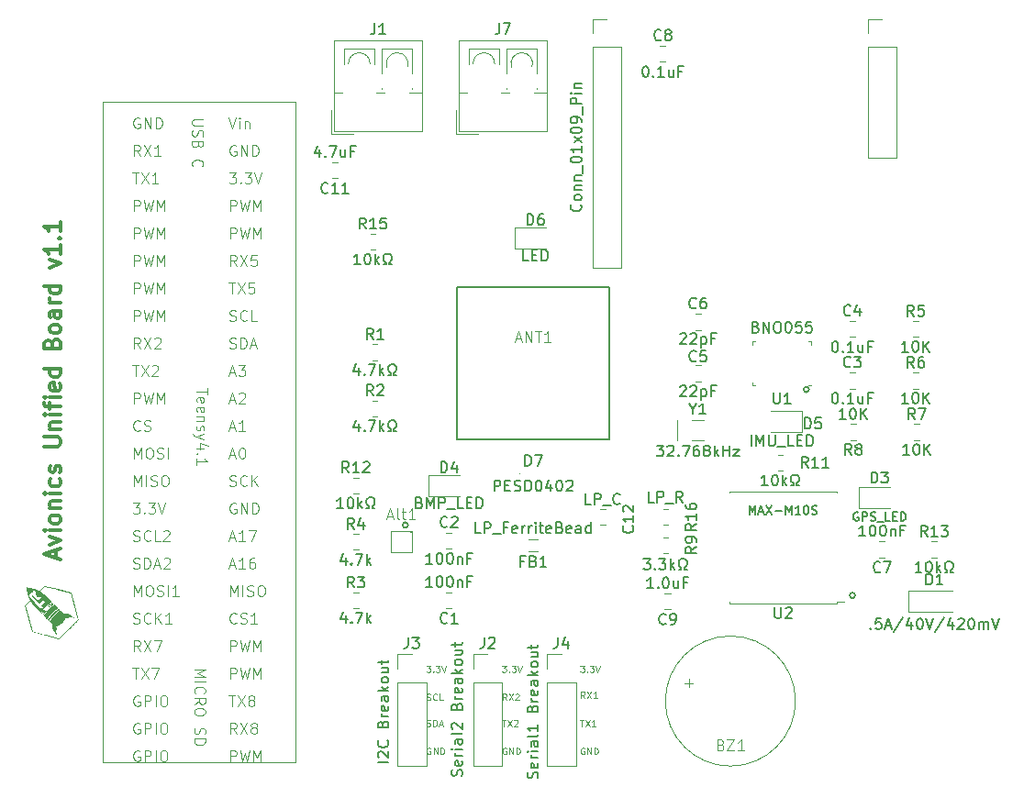
<source format=gbr>
%TF.GenerationSoftware,KiCad,Pcbnew,7.0.7*%
%TF.CreationDate,2024-02-14T21:52:59-05:00*%
%TF.ProjectId,Unified_Board,556e6966-6965-4645-9f42-6f6172642e6b,rev?*%
%TF.SameCoordinates,Original*%
%TF.FileFunction,Legend,Top*%
%TF.FilePolarity,Positive*%
%FSLAX46Y46*%
G04 Gerber Fmt 4.6, Leading zero omitted, Abs format (unit mm)*
G04 Created by KiCad (PCBNEW 7.0.7) date 2024-02-14 21:52:59*
%MOMM*%
%LPD*%
G01*
G04 APERTURE LIST*
%ADD10C,0.200000*%
%ADD11C,0.100000*%
%ADD12C,0.300000*%
%ADD13C,0.150000*%
%ADD14C,0.120000*%
G04 APERTURE END LIST*
D10*
X144250000Y-70250000D02*
G75*
G03*
X144250000Y-70250000I-250000J0D01*
G01*
X148500000Y-89250000D02*
G75*
G03*
X148500000Y-89250000I-250000J0D01*
G01*
X107250000Y-82750000D02*
G75*
G03*
X107250000Y-82750000I-250000J0D01*
G01*
D11*
X116351503Y-98921371D02*
X116151503Y-98635657D01*
X116008646Y-98921371D02*
X116008646Y-98321371D01*
X116008646Y-98321371D02*
X116237217Y-98321371D01*
X116237217Y-98321371D02*
X116294360Y-98349942D01*
X116294360Y-98349942D02*
X116322931Y-98378514D01*
X116322931Y-98378514D02*
X116351503Y-98435657D01*
X116351503Y-98435657D02*
X116351503Y-98521371D01*
X116351503Y-98521371D02*
X116322931Y-98578514D01*
X116322931Y-98578514D02*
X116294360Y-98607085D01*
X116294360Y-98607085D02*
X116237217Y-98635657D01*
X116237217Y-98635657D02*
X116008646Y-98635657D01*
X116551503Y-98321371D02*
X116951503Y-98921371D01*
X116951503Y-98321371D02*
X116551503Y-98921371D01*
X117151503Y-98378514D02*
X117180075Y-98349942D01*
X117180075Y-98349942D02*
X117237218Y-98321371D01*
X117237218Y-98321371D02*
X117380075Y-98321371D01*
X117380075Y-98321371D02*
X117437218Y-98349942D01*
X117437218Y-98349942D02*
X117465789Y-98378514D01*
X117465789Y-98378514D02*
X117494360Y-98435657D01*
X117494360Y-98435657D02*
X117494360Y-98492800D01*
X117494360Y-98492800D02*
X117465789Y-98578514D01*
X117465789Y-98578514D02*
X117122932Y-98921371D01*
X117122932Y-98921371D02*
X117494360Y-98921371D01*
X123522931Y-103349942D02*
X123465789Y-103321371D01*
X123465789Y-103321371D02*
X123380074Y-103321371D01*
X123380074Y-103321371D02*
X123294360Y-103349942D01*
X123294360Y-103349942D02*
X123237217Y-103407085D01*
X123237217Y-103407085D02*
X123208646Y-103464228D01*
X123208646Y-103464228D02*
X123180074Y-103578514D01*
X123180074Y-103578514D02*
X123180074Y-103664228D01*
X123180074Y-103664228D02*
X123208646Y-103778514D01*
X123208646Y-103778514D02*
X123237217Y-103835657D01*
X123237217Y-103835657D02*
X123294360Y-103892800D01*
X123294360Y-103892800D02*
X123380074Y-103921371D01*
X123380074Y-103921371D02*
X123437217Y-103921371D01*
X123437217Y-103921371D02*
X123522931Y-103892800D01*
X123522931Y-103892800D02*
X123551503Y-103864228D01*
X123551503Y-103864228D02*
X123551503Y-103664228D01*
X123551503Y-103664228D02*
X123437217Y-103664228D01*
X123808646Y-103921371D02*
X123808646Y-103321371D01*
X123808646Y-103321371D02*
X124151503Y-103921371D01*
X124151503Y-103921371D02*
X124151503Y-103321371D01*
X124437217Y-103921371D02*
X124437217Y-103321371D01*
X124437217Y-103321371D02*
X124580074Y-103321371D01*
X124580074Y-103321371D02*
X124665788Y-103349942D01*
X124665788Y-103349942D02*
X124722931Y-103407085D01*
X124722931Y-103407085D02*
X124751502Y-103464228D01*
X124751502Y-103464228D02*
X124780074Y-103578514D01*
X124780074Y-103578514D02*
X124780074Y-103664228D01*
X124780074Y-103664228D02*
X124751502Y-103778514D01*
X124751502Y-103778514D02*
X124722931Y-103835657D01*
X124722931Y-103835657D02*
X124665788Y-103892800D01*
X124665788Y-103892800D02*
X124580074Y-103921371D01*
X124580074Y-103921371D02*
X124437217Y-103921371D01*
X108951503Y-95721371D02*
X109322931Y-95721371D01*
X109322931Y-95721371D02*
X109122931Y-95949942D01*
X109122931Y-95949942D02*
X109208646Y-95949942D01*
X109208646Y-95949942D02*
X109265789Y-95978514D01*
X109265789Y-95978514D02*
X109294360Y-96007085D01*
X109294360Y-96007085D02*
X109322931Y-96064228D01*
X109322931Y-96064228D02*
X109322931Y-96207085D01*
X109322931Y-96207085D02*
X109294360Y-96264228D01*
X109294360Y-96264228D02*
X109265789Y-96292800D01*
X109265789Y-96292800D02*
X109208646Y-96321371D01*
X109208646Y-96321371D02*
X109037217Y-96321371D01*
X109037217Y-96321371D02*
X108980074Y-96292800D01*
X108980074Y-96292800D02*
X108951503Y-96264228D01*
X109580075Y-96264228D02*
X109608646Y-96292800D01*
X109608646Y-96292800D02*
X109580075Y-96321371D01*
X109580075Y-96321371D02*
X109551503Y-96292800D01*
X109551503Y-96292800D02*
X109580075Y-96264228D01*
X109580075Y-96264228D02*
X109580075Y-96321371D01*
X109808646Y-95721371D02*
X110180074Y-95721371D01*
X110180074Y-95721371D02*
X109980074Y-95949942D01*
X109980074Y-95949942D02*
X110065789Y-95949942D01*
X110065789Y-95949942D02*
X110122932Y-95978514D01*
X110122932Y-95978514D02*
X110151503Y-96007085D01*
X110151503Y-96007085D02*
X110180074Y-96064228D01*
X110180074Y-96064228D02*
X110180074Y-96207085D01*
X110180074Y-96207085D02*
X110151503Y-96264228D01*
X110151503Y-96264228D02*
X110122932Y-96292800D01*
X110122932Y-96292800D02*
X110065789Y-96321371D01*
X110065789Y-96321371D02*
X109894360Y-96321371D01*
X109894360Y-96321371D02*
X109837217Y-96292800D01*
X109837217Y-96292800D02*
X109808646Y-96264228D01*
X110351503Y-95721371D02*
X110551503Y-96321371D01*
X110551503Y-96321371D02*
X110751503Y-95721371D01*
X123151503Y-95721371D02*
X123522931Y-95721371D01*
X123522931Y-95721371D02*
X123322931Y-95949942D01*
X123322931Y-95949942D02*
X123408646Y-95949942D01*
X123408646Y-95949942D02*
X123465789Y-95978514D01*
X123465789Y-95978514D02*
X123494360Y-96007085D01*
X123494360Y-96007085D02*
X123522931Y-96064228D01*
X123522931Y-96064228D02*
X123522931Y-96207085D01*
X123522931Y-96207085D02*
X123494360Y-96264228D01*
X123494360Y-96264228D02*
X123465789Y-96292800D01*
X123465789Y-96292800D02*
X123408646Y-96321371D01*
X123408646Y-96321371D02*
X123237217Y-96321371D01*
X123237217Y-96321371D02*
X123180074Y-96292800D01*
X123180074Y-96292800D02*
X123151503Y-96264228D01*
X123780075Y-96264228D02*
X123808646Y-96292800D01*
X123808646Y-96292800D02*
X123780075Y-96321371D01*
X123780075Y-96321371D02*
X123751503Y-96292800D01*
X123751503Y-96292800D02*
X123780075Y-96264228D01*
X123780075Y-96264228D02*
X123780075Y-96321371D01*
X124008646Y-95721371D02*
X124380074Y-95721371D01*
X124380074Y-95721371D02*
X124180074Y-95949942D01*
X124180074Y-95949942D02*
X124265789Y-95949942D01*
X124265789Y-95949942D02*
X124322932Y-95978514D01*
X124322932Y-95978514D02*
X124351503Y-96007085D01*
X124351503Y-96007085D02*
X124380074Y-96064228D01*
X124380074Y-96064228D02*
X124380074Y-96207085D01*
X124380074Y-96207085D02*
X124351503Y-96264228D01*
X124351503Y-96264228D02*
X124322932Y-96292800D01*
X124322932Y-96292800D02*
X124265789Y-96321371D01*
X124265789Y-96321371D02*
X124094360Y-96321371D01*
X124094360Y-96321371D02*
X124037217Y-96292800D01*
X124037217Y-96292800D02*
X124008646Y-96264228D01*
X124551503Y-95721371D02*
X124751503Y-96321371D01*
X124751503Y-96321371D02*
X124951503Y-95721371D01*
X123122931Y-100721371D02*
X123465789Y-100721371D01*
X123294360Y-101321371D02*
X123294360Y-100721371D01*
X123608646Y-100721371D02*
X124008646Y-101321371D01*
X124008646Y-100721371D02*
X123608646Y-101321371D01*
X124551503Y-101321371D02*
X124208646Y-101321371D01*
X124380075Y-101321371D02*
X124380075Y-100721371D01*
X124380075Y-100721371D02*
X124322932Y-100807085D01*
X124322932Y-100807085D02*
X124265789Y-100864228D01*
X124265789Y-100864228D02*
X124208646Y-100892800D01*
D12*
X74772257Y-85766917D02*
X74772257Y-85052632D01*
X75200828Y-85909774D02*
X73700828Y-85409774D01*
X73700828Y-85409774D02*
X75200828Y-84909774D01*
X74200828Y-84552632D02*
X75200828Y-84195489D01*
X75200828Y-84195489D02*
X74200828Y-83838346D01*
X75200828Y-83266918D02*
X74200828Y-83266918D01*
X73700828Y-83266918D02*
X73772257Y-83338346D01*
X73772257Y-83338346D02*
X73843685Y-83266918D01*
X73843685Y-83266918D02*
X73772257Y-83195489D01*
X73772257Y-83195489D02*
X73700828Y-83266918D01*
X73700828Y-83266918D02*
X73843685Y-83266918D01*
X75200828Y-82338346D02*
X75129400Y-82481203D01*
X75129400Y-82481203D02*
X75057971Y-82552632D01*
X75057971Y-82552632D02*
X74915114Y-82624060D01*
X74915114Y-82624060D02*
X74486542Y-82624060D01*
X74486542Y-82624060D02*
X74343685Y-82552632D01*
X74343685Y-82552632D02*
X74272257Y-82481203D01*
X74272257Y-82481203D02*
X74200828Y-82338346D01*
X74200828Y-82338346D02*
X74200828Y-82124060D01*
X74200828Y-82124060D02*
X74272257Y-81981203D01*
X74272257Y-81981203D02*
X74343685Y-81909775D01*
X74343685Y-81909775D02*
X74486542Y-81838346D01*
X74486542Y-81838346D02*
X74915114Y-81838346D01*
X74915114Y-81838346D02*
X75057971Y-81909775D01*
X75057971Y-81909775D02*
X75129400Y-81981203D01*
X75129400Y-81981203D02*
X75200828Y-82124060D01*
X75200828Y-82124060D02*
X75200828Y-82338346D01*
X74200828Y-81195489D02*
X75200828Y-81195489D01*
X74343685Y-81195489D02*
X74272257Y-81124060D01*
X74272257Y-81124060D02*
X74200828Y-80981203D01*
X74200828Y-80981203D02*
X74200828Y-80766917D01*
X74200828Y-80766917D02*
X74272257Y-80624060D01*
X74272257Y-80624060D02*
X74415114Y-80552632D01*
X74415114Y-80552632D02*
X75200828Y-80552632D01*
X75200828Y-79838346D02*
X74200828Y-79838346D01*
X73700828Y-79838346D02*
X73772257Y-79909774D01*
X73772257Y-79909774D02*
X73843685Y-79838346D01*
X73843685Y-79838346D02*
X73772257Y-79766917D01*
X73772257Y-79766917D02*
X73700828Y-79838346D01*
X73700828Y-79838346D02*
X73843685Y-79838346D01*
X75129400Y-78481203D02*
X75200828Y-78624060D01*
X75200828Y-78624060D02*
X75200828Y-78909774D01*
X75200828Y-78909774D02*
X75129400Y-79052631D01*
X75129400Y-79052631D02*
X75057971Y-79124060D01*
X75057971Y-79124060D02*
X74915114Y-79195488D01*
X74915114Y-79195488D02*
X74486542Y-79195488D01*
X74486542Y-79195488D02*
X74343685Y-79124060D01*
X74343685Y-79124060D02*
X74272257Y-79052631D01*
X74272257Y-79052631D02*
X74200828Y-78909774D01*
X74200828Y-78909774D02*
X74200828Y-78624060D01*
X74200828Y-78624060D02*
X74272257Y-78481203D01*
X75129400Y-77909774D02*
X75200828Y-77766917D01*
X75200828Y-77766917D02*
X75200828Y-77481203D01*
X75200828Y-77481203D02*
X75129400Y-77338346D01*
X75129400Y-77338346D02*
X74986542Y-77266917D01*
X74986542Y-77266917D02*
X74915114Y-77266917D01*
X74915114Y-77266917D02*
X74772257Y-77338346D01*
X74772257Y-77338346D02*
X74700828Y-77481203D01*
X74700828Y-77481203D02*
X74700828Y-77695489D01*
X74700828Y-77695489D02*
X74629400Y-77838346D01*
X74629400Y-77838346D02*
X74486542Y-77909774D01*
X74486542Y-77909774D02*
X74415114Y-77909774D01*
X74415114Y-77909774D02*
X74272257Y-77838346D01*
X74272257Y-77838346D02*
X74200828Y-77695489D01*
X74200828Y-77695489D02*
X74200828Y-77481203D01*
X74200828Y-77481203D02*
X74272257Y-77338346D01*
X73700828Y-75481203D02*
X74915114Y-75481203D01*
X74915114Y-75481203D02*
X75057971Y-75409774D01*
X75057971Y-75409774D02*
X75129400Y-75338346D01*
X75129400Y-75338346D02*
X75200828Y-75195488D01*
X75200828Y-75195488D02*
X75200828Y-74909774D01*
X75200828Y-74909774D02*
X75129400Y-74766917D01*
X75129400Y-74766917D02*
X75057971Y-74695488D01*
X75057971Y-74695488D02*
X74915114Y-74624060D01*
X74915114Y-74624060D02*
X73700828Y-74624060D01*
X74200828Y-73909774D02*
X75200828Y-73909774D01*
X74343685Y-73909774D02*
X74272257Y-73838345D01*
X74272257Y-73838345D02*
X74200828Y-73695488D01*
X74200828Y-73695488D02*
X74200828Y-73481202D01*
X74200828Y-73481202D02*
X74272257Y-73338345D01*
X74272257Y-73338345D02*
X74415114Y-73266917D01*
X74415114Y-73266917D02*
X75200828Y-73266917D01*
X75200828Y-72552631D02*
X74200828Y-72552631D01*
X73700828Y-72552631D02*
X73772257Y-72624059D01*
X73772257Y-72624059D02*
X73843685Y-72552631D01*
X73843685Y-72552631D02*
X73772257Y-72481202D01*
X73772257Y-72481202D02*
X73700828Y-72552631D01*
X73700828Y-72552631D02*
X73843685Y-72552631D01*
X74200828Y-72052630D02*
X74200828Y-71481202D01*
X75200828Y-71838345D02*
X73915114Y-71838345D01*
X73915114Y-71838345D02*
X73772257Y-71766916D01*
X73772257Y-71766916D02*
X73700828Y-71624059D01*
X73700828Y-71624059D02*
X73700828Y-71481202D01*
X75200828Y-70981202D02*
X74200828Y-70981202D01*
X73700828Y-70981202D02*
X73772257Y-71052630D01*
X73772257Y-71052630D02*
X73843685Y-70981202D01*
X73843685Y-70981202D02*
X73772257Y-70909773D01*
X73772257Y-70909773D02*
X73700828Y-70981202D01*
X73700828Y-70981202D02*
X73843685Y-70981202D01*
X75129400Y-69695487D02*
X75200828Y-69838344D01*
X75200828Y-69838344D02*
X75200828Y-70124059D01*
X75200828Y-70124059D02*
X75129400Y-70266916D01*
X75129400Y-70266916D02*
X74986542Y-70338344D01*
X74986542Y-70338344D02*
X74415114Y-70338344D01*
X74415114Y-70338344D02*
X74272257Y-70266916D01*
X74272257Y-70266916D02*
X74200828Y-70124059D01*
X74200828Y-70124059D02*
X74200828Y-69838344D01*
X74200828Y-69838344D02*
X74272257Y-69695487D01*
X74272257Y-69695487D02*
X74415114Y-69624059D01*
X74415114Y-69624059D02*
X74557971Y-69624059D01*
X74557971Y-69624059D02*
X74700828Y-70338344D01*
X75200828Y-68338345D02*
X73700828Y-68338345D01*
X75129400Y-68338345D02*
X75200828Y-68481202D01*
X75200828Y-68481202D02*
X75200828Y-68766916D01*
X75200828Y-68766916D02*
X75129400Y-68909773D01*
X75129400Y-68909773D02*
X75057971Y-68981202D01*
X75057971Y-68981202D02*
X74915114Y-69052630D01*
X74915114Y-69052630D02*
X74486542Y-69052630D01*
X74486542Y-69052630D02*
X74343685Y-68981202D01*
X74343685Y-68981202D02*
X74272257Y-68909773D01*
X74272257Y-68909773D02*
X74200828Y-68766916D01*
X74200828Y-68766916D02*
X74200828Y-68481202D01*
X74200828Y-68481202D02*
X74272257Y-68338345D01*
X74415114Y-65981202D02*
X74486542Y-65766916D01*
X74486542Y-65766916D02*
X74557971Y-65695487D01*
X74557971Y-65695487D02*
X74700828Y-65624059D01*
X74700828Y-65624059D02*
X74915114Y-65624059D01*
X74915114Y-65624059D02*
X75057971Y-65695487D01*
X75057971Y-65695487D02*
X75129400Y-65766916D01*
X75129400Y-65766916D02*
X75200828Y-65909773D01*
X75200828Y-65909773D02*
X75200828Y-66481202D01*
X75200828Y-66481202D02*
X73700828Y-66481202D01*
X73700828Y-66481202D02*
X73700828Y-65981202D01*
X73700828Y-65981202D02*
X73772257Y-65838345D01*
X73772257Y-65838345D02*
X73843685Y-65766916D01*
X73843685Y-65766916D02*
X73986542Y-65695487D01*
X73986542Y-65695487D02*
X74129400Y-65695487D01*
X74129400Y-65695487D02*
X74272257Y-65766916D01*
X74272257Y-65766916D02*
X74343685Y-65838345D01*
X74343685Y-65838345D02*
X74415114Y-65981202D01*
X74415114Y-65981202D02*
X74415114Y-66481202D01*
X75200828Y-64766916D02*
X75129400Y-64909773D01*
X75129400Y-64909773D02*
X75057971Y-64981202D01*
X75057971Y-64981202D02*
X74915114Y-65052630D01*
X74915114Y-65052630D02*
X74486542Y-65052630D01*
X74486542Y-65052630D02*
X74343685Y-64981202D01*
X74343685Y-64981202D02*
X74272257Y-64909773D01*
X74272257Y-64909773D02*
X74200828Y-64766916D01*
X74200828Y-64766916D02*
X74200828Y-64552630D01*
X74200828Y-64552630D02*
X74272257Y-64409773D01*
X74272257Y-64409773D02*
X74343685Y-64338345D01*
X74343685Y-64338345D02*
X74486542Y-64266916D01*
X74486542Y-64266916D02*
X74915114Y-64266916D01*
X74915114Y-64266916D02*
X75057971Y-64338345D01*
X75057971Y-64338345D02*
X75129400Y-64409773D01*
X75129400Y-64409773D02*
X75200828Y-64552630D01*
X75200828Y-64552630D02*
X75200828Y-64766916D01*
X75200828Y-62981202D02*
X74415114Y-62981202D01*
X74415114Y-62981202D02*
X74272257Y-63052630D01*
X74272257Y-63052630D02*
X74200828Y-63195487D01*
X74200828Y-63195487D02*
X74200828Y-63481202D01*
X74200828Y-63481202D02*
X74272257Y-63624059D01*
X75129400Y-62981202D02*
X75200828Y-63124059D01*
X75200828Y-63124059D02*
X75200828Y-63481202D01*
X75200828Y-63481202D02*
X75129400Y-63624059D01*
X75129400Y-63624059D02*
X74986542Y-63695487D01*
X74986542Y-63695487D02*
X74843685Y-63695487D01*
X74843685Y-63695487D02*
X74700828Y-63624059D01*
X74700828Y-63624059D02*
X74629400Y-63481202D01*
X74629400Y-63481202D02*
X74629400Y-63124059D01*
X74629400Y-63124059D02*
X74557971Y-62981202D01*
X75200828Y-62266916D02*
X74200828Y-62266916D01*
X74486542Y-62266916D02*
X74343685Y-62195487D01*
X74343685Y-62195487D02*
X74272257Y-62124059D01*
X74272257Y-62124059D02*
X74200828Y-61981201D01*
X74200828Y-61981201D02*
X74200828Y-61838344D01*
X75200828Y-60695488D02*
X73700828Y-60695488D01*
X75129400Y-60695488D02*
X75200828Y-60838345D01*
X75200828Y-60838345D02*
X75200828Y-61124059D01*
X75200828Y-61124059D02*
X75129400Y-61266916D01*
X75129400Y-61266916D02*
X75057971Y-61338345D01*
X75057971Y-61338345D02*
X74915114Y-61409773D01*
X74915114Y-61409773D02*
X74486542Y-61409773D01*
X74486542Y-61409773D02*
X74343685Y-61338345D01*
X74343685Y-61338345D02*
X74272257Y-61266916D01*
X74272257Y-61266916D02*
X74200828Y-61124059D01*
X74200828Y-61124059D02*
X74200828Y-60838345D01*
X74200828Y-60838345D02*
X74272257Y-60695488D01*
X74200828Y-58981202D02*
X75200828Y-58624059D01*
X75200828Y-58624059D02*
X74200828Y-58266916D01*
X75200828Y-56909773D02*
X75200828Y-57766916D01*
X75200828Y-57338345D02*
X73700828Y-57338345D01*
X73700828Y-57338345D02*
X73915114Y-57481202D01*
X73915114Y-57481202D02*
X74057971Y-57624059D01*
X74057971Y-57624059D02*
X74129400Y-57766916D01*
X75057971Y-56266917D02*
X75129400Y-56195488D01*
X75129400Y-56195488D02*
X75200828Y-56266917D01*
X75200828Y-56266917D02*
X75129400Y-56338345D01*
X75129400Y-56338345D02*
X75057971Y-56266917D01*
X75057971Y-56266917D02*
X75200828Y-56266917D01*
X75200828Y-54766916D02*
X75200828Y-55624059D01*
X75200828Y-55195488D02*
X73700828Y-55195488D01*
X73700828Y-55195488D02*
X73915114Y-55338345D01*
X73915114Y-55338345D02*
X74057971Y-55481202D01*
X74057971Y-55481202D02*
X74129400Y-55624059D01*
D11*
X115922931Y-100721371D02*
X116265789Y-100721371D01*
X116094360Y-101321371D02*
X116094360Y-100721371D01*
X116408646Y-100721371D02*
X116808646Y-101321371D01*
X116808646Y-100721371D02*
X116408646Y-101321371D01*
X117008646Y-100778514D02*
X117037218Y-100749942D01*
X117037218Y-100749942D02*
X117094361Y-100721371D01*
X117094361Y-100721371D02*
X117237218Y-100721371D01*
X117237218Y-100721371D02*
X117294361Y-100749942D01*
X117294361Y-100749942D02*
X117322932Y-100778514D01*
X117322932Y-100778514D02*
X117351503Y-100835657D01*
X117351503Y-100835657D02*
X117351503Y-100892800D01*
X117351503Y-100892800D02*
X117322932Y-100978514D01*
X117322932Y-100978514D02*
X116980075Y-101321371D01*
X116980075Y-101321371D02*
X117351503Y-101321371D01*
X116322931Y-103349942D02*
X116265789Y-103321371D01*
X116265789Y-103321371D02*
X116180074Y-103321371D01*
X116180074Y-103321371D02*
X116094360Y-103349942D01*
X116094360Y-103349942D02*
X116037217Y-103407085D01*
X116037217Y-103407085D02*
X116008646Y-103464228D01*
X116008646Y-103464228D02*
X115980074Y-103578514D01*
X115980074Y-103578514D02*
X115980074Y-103664228D01*
X115980074Y-103664228D02*
X116008646Y-103778514D01*
X116008646Y-103778514D02*
X116037217Y-103835657D01*
X116037217Y-103835657D02*
X116094360Y-103892800D01*
X116094360Y-103892800D02*
X116180074Y-103921371D01*
X116180074Y-103921371D02*
X116237217Y-103921371D01*
X116237217Y-103921371D02*
X116322931Y-103892800D01*
X116322931Y-103892800D02*
X116351503Y-103864228D01*
X116351503Y-103864228D02*
X116351503Y-103664228D01*
X116351503Y-103664228D02*
X116237217Y-103664228D01*
X116608646Y-103921371D02*
X116608646Y-103321371D01*
X116608646Y-103321371D02*
X116951503Y-103921371D01*
X116951503Y-103921371D02*
X116951503Y-103321371D01*
X117237217Y-103921371D02*
X117237217Y-103321371D01*
X117237217Y-103321371D02*
X117380074Y-103321371D01*
X117380074Y-103321371D02*
X117465788Y-103349942D01*
X117465788Y-103349942D02*
X117522931Y-103407085D01*
X117522931Y-103407085D02*
X117551502Y-103464228D01*
X117551502Y-103464228D02*
X117580074Y-103578514D01*
X117580074Y-103578514D02*
X117580074Y-103664228D01*
X117580074Y-103664228D02*
X117551502Y-103778514D01*
X117551502Y-103778514D02*
X117522931Y-103835657D01*
X117522931Y-103835657D02*
X117465788Y-103892800D01*
X117465788Y-103892800D02*
X117380074Y-103921371D01*
X117380074Y-103921371D02*
X117237217Y-103921371D01*
X123551503Y-98721371D02*
X123351503Y-98435657D01*
X123208646Y-98721371D02*
X123208646Y-98121371D01*
X123208646Y-98121371D02*
X123437217Y-98121371D01*
X123437217Y-98121371D02*
X123494360Y-98149942D01*
X123494360Y-98149942D02*
X123522931Y-98178514D01*
X123522931Y-98178514D02*
X123551503Y-98235657D01*
X123551503Y-98235657D02*
X123551503Y-98321371D01*
X123551503Y-98321371D02*
X123522931Y-98378514D01*
X123522931Y-98378514D02*
X123494360Y-98407085D01*
X123494360Y-98407085D02*
X123437217Y-98435657D01*
X123437217Y-98435657D02*
X123208646Y-98435657D01*
X123751503Y-98121371D02*
X124151503Y-98721371D01*
X124151503Y-98121371D02*
X123751503Y-98721371D01*
X124694360Y-98721371D02*
X124351503Y-98721371D01*
X124522932Y-98721371D02*
X124522932Y-98121371D01*
X124522932Y-98121371D02*
X124465789Y-98207085D01*
X124465789Y-98207085D02*
X124408646Y-98264228D01*
X124408646Y-98264228D02*
X124351503Y-98292800D01*
X109322931Y-103349942D02*
X109265789Y-103321371D01*
X109265789Y-103321371D02*
X109180074Y-103321371D01*
X109180074Y-103321371D02*
X109094360Y-103349942D01*
X109094360Y-103349942D02*
X109037217Y-103407085D01*
X109037217Y-103407085D02*
X109008646Y-103464228D01*
X109008646Y-103464228D02*
X108980074Y-103578514D01*
X108980074Y-103578514D02*
X108980074Y-103664228D01*
X108980074Y-103664228D02*
X109008646Y-103778514D01*
X109008646Y-103778514D02*
X109037217Y-103835657D01*
X109037217Y-103835657D02*
X109094360Y-103892800D01*
X109094360Y-103892800D02*
X109180074Y-103921371D01*
X109180074Y-103921371D02*
X109237217Y-103921371D01*
X109237217Y-103921371D02*
X109322931Y-103892800D01*
X109322931Y-103892800D02*
X109351503Y-103864228D01*
X109351503Y-103864228D02*
X109351503Y-103664228D01*
X109351503Y-103664228D02*
X109237217Y-103664228D01*
X109608646Y-103921371D02*
X109608646Y-103321371D01*
X109608646Y-103321371D02*
X109951503Y-103921371D01*
X109951503Y-103921371D02*
X109951503Y-103321371D01*
X110237217Y-103921371D02*
X110237217Y-103321371D01*
X110237217Y-103321371D02*
X110380074Y-103321371D01*
X110380074Y-103321371D02*
X110465788Y-103349942D01*
X110465788Y-103349942D02*
X110522931Y-103407085D01*
X110522931Y-103407085D02*
X110551502Y-103464228D01*
X110551502Y-103464228D02*
X110580074Y-103578514D01*
X110580074Y-103578514D02*
X110580074Y-103664228D01*
X110580074Y-103664228D02*
X110551502Y-103778514D01*
X110551502Y-103778514D02*
X110522931Y-103835657D01*
X110522931Y-103835657D02*
X110465788Y-103892800D01*
X110465788Y-103892800D02*
X110380074Y-103921371D01*
X110380074Y-103921371D02*
X110237217Y-103921371D01*
X108980074Y-98892800D02*
X109065789Y-98921371D01*
X109065789Y-98921371D02*
X109208646Y-98921371D01*
X109208646Y-98921371D02*
X109265789Y-98892800D01*
X109265789Y-98892800D02*
X109294360Y-98864228D01*
X109294360Y-98864228D02*
X109322931Y-98807085D01*
X109322931Y-98807085D02*
X109322931Y-98749942D01*
X109322931Y-98749942D02*
X109294360Y-98692800D01*
X109294360Y-98692800D02*
X109265789Y-98664228D01*
X109265789Y-98664228D02*
X109208646Y-98635657D01*
X109208646Y-98635657D02*
X109094360Y-98607085D01*
X109094360Y-98607085D02*
X109037217Y-98578514D01*
X109037217Y-98578514D02*
X109008646Y-98549942D01*
X109008646Y-98549942D02*
X108980074Y-98492800D01*
X108980074Y-98492800D02*
X108980074Y-98435657D01*
X108980074Y-98435657D02*
X109008646Y-98378514D01*
X109008646Y-98378514D02*
X109037217Y-98349942D01*
X109037217Y-98349942D02*
X109094360Y-98321371D01*
X109094360Y-98321371D02*
X109237217Y-98321371D01*
X109237217Y-98321371D02*
X109322931Y-98349942D01*
X109922932Y-98864228D02*
X109894360Y-98892800D01*
X109894360Y-98892800D02*
X109808646Y-98921371D01*
X109808646Y-98921371D02*
X109751503Y-98921371D01*
X109751503Y-98921371D02*
X109665789Y-98892800D01*
X109665789Y-98892800D02*
X109608646Y-98835657D01*
X109608646Y-98835657D02*
X109580075Y-98778514D01*
X109580075Y-98778514D02*
X109551503Y-98664228D01*
X109551503Y-98664228D02*
X109551503Y-98578514D01*
X109551503Y-98578514D02*
X109580075Y-98464228D01*
X109580075Y-98464228D02*
X109608646Y-98407085D01*
X109608646Y-98407085D02*
X109665789Y-98349942D01*
X109665789Y-98349942D02*
X109751503Y-98321371D01*
X109751503Y-98321371D02*
X109808646Y-98321371D01*
X109808646Y-98321371D02*
X109894360Y-98349942D01*
X109894360Y-98349942D02*
X109922932Y-98378514D01*
X110465789Y-98921371D02*
X110180075Y-98921371D01*
X110180075Y-98921371D02*
X110180075Y-98321371D01*
X115951503Y-95721371D02*
X116322931Y-95721371D01*
X116322931Y-95721371D02*
X116122931Y-95949942D01*
X116122931Y-95949942D02*
X116208646Y-95949942D01*
X116208646Y-95949942D02*
X116265789Y-95978514D01*
X116265789Y-95978514D02*
X116294360Y-96007085D01*
X116294360Y-96007085D02*
X116322931Y-96064228D01*
X116322931Y-96064228D02*
X116322931Y-96207085D01*
X116322931Y-96207085D02*
X116294360Y-96264228D01*
X116294360Y-96264228D02*
X116265789Y-96292800D01*
X116265789Y-96292800D02*
X116208646Y-96321371D01*
X116208646Y-96321371D02*
X116037217Y-96321371D01*
X116037217Y-96321371D02*
X115980074Y-96292800D01*
X115980074Y-96292800D02*
X115951503Y-96264228D01*
X116580075Y-96264228D02*
X116608646Y-96292800D01*
X116608646Y-96292800D02*
X116580075Y-96321371D01*
X116580075Y-96321371D02*
X116551503Y-96292800D01*
X116551503Y-96292800D02*
X116580075Y-96264228D01*
X116580075Y-96264228D02*
X116580075Y-96321371D01*
X116808646Y-95721371D02*
X117180074Y-95721371D01*
X117180074Y-95721371D02*
X116980074Y-95949942D01*
X116980074Y-95949942D02*
X117065789Y-95949942D01*
X117065789Y-95949942D02*
X117122932Y-95978514D01*
X117122932Y-95978514D02*
X117151503Y-96007085D01*
X117151503Y-96007085D02*
X117180074Y-96064228D01*
X117180074Y-96064228D02*
X117180074Y-96207085D01*
X117180074Y-96207085D02*
X117151503Y-96264228D01*
X117151503Y-96264228D02*
X117122932Y-96292800D01*
X117122932Y-96292800D02*
X117065789Y-96321371D01*
X117065789Y-96321371D02*
X116894360Y-96321371D01*
X116894360Y-96321371D02*
X116837217Y-96292800D01*
X116837217Y-96292800D02*
X116808646Y-96264228D01*
X117351503Y-95721371D02*
X117551503Y-96321371D01*
X117551503Y-96321371D02*
X117751503Y-95721371D01*
X108980074Y-101292800D02*
X109065789Y-101321371D01*
X109065789Y-101321371D02*
X109208646Y-101321371D01*
X109208646Y-101321371D02*
X109265789Y-101292800D01*
X109265789Y-101292800D02*
X109294360Y-101264228D01*
X109294360Y-101264228D02*
X109322931Y-101207085D01*
X109322931Y-101207085D02*
X109322931Y-101149942D01*
X109322931Y-101149942D02*
X109294360Y-101092800D01*
X109294360Y-101092800D02*
X109265789Y-101064228D01*
X109265789Y-101064228D02*
X109208646Y-101035657D01*
X109208646Y-101035657D02*
X109094360Y-101007085D01*
X109094360Y-101007085D02*
X109037217Y-100978514D01*
X109037217Y-100978514D02*
X109008646Y-100949942D01*
X109008646Y-100949942D02*
X108980074Y-100892800D01*
X108980074Y-100892800D02*
X108980074Y-100835657D01*
X108980074Y-100835657D02*
X109008646Y-100778514D01*
X109008646Y-100778514D02*
X109037217Y-100749942D01*
X109037217Y-100749942D02*
X109094360Y-100721371D01*
X109094360Y-100721371D02*
X109237217Y-100721371D01*
X109237217Y-100721371D02*
X109322931Y-100749942D01*
X109580075Y-101321371D02*
X109580075Y-100721371D01*
X109580075Y-100721371D02*
X109722932Y-100721371D01*
X109722932Y-100721371D02*
X109808646Y-100749942D01*
X109808646Y-100749942D02*
X109865789Y-100807085D01*
X109865789Y-100807085D02*
X109894360Y-100864228D01*
X109894360Y-100864228D02*
X109922932Y-100978514D01*
X109922932Y-100978514D02*
X109922932Y-101064228D01*
X109922932Y-101064228D02*
X109894360Y-101178514D01*
X109894360Y-101178514D02*
X109865789Y-101235657D01*
X109865789Y-101235657D02*
X109808646Y-101292800D01*
X109808646Y-101292800D02*
X109722932Y-101321371D01*
X109722932Y-101321371D02*
X109580075Y-101321371D01*
X110151503Y-101149942D02*
X110437218Y-101149942D01*
X110094360Y-101321371D02*
X110294360Y-100721371D01*
X110294360Y-100721371D02*
X110494360Y-101321371D01*
D13*
X107266666Y-93124819D02*
X107266666Y-93839104D01*
X107266666Y-93839104D02*
X107219047Y-93981961D01*
X107219047Y-93981961D02*
X107123809Y-94077200D01*
X107123809Y-94077200D02*
X106980952Y-94124819D01*
X106980952Y-94124819D02*
X106885714Y-94124819D01*
X107647619Y-93124819D02*
X108266666Y-93124819D01*
X108266666Y-93124819D02*
X107933333Y-93505771D01*
X107933333Y-93505771D02*
X108076190Y-93505771D01*
X108076190Y-93505771D02*
X108171428Y-93553390D01*
X108171428Y-93553390D02*
X108219047Y-93601009D01*
X108219047Y-93601009D02*
X108266666Y-93696247D01*
X108266666Y-93696247D02*
X108266666Y-93934342D01*
X108266666Y-93934342D02*
X108219047Y-94029580D01*
X108219047Y-94029580D02*
X108171428Y-94077200D01*
X108171428Y-94077200D02*
X108076190Y-94124819D01*
X108076190Y-94124819D02*
X107790476Y-94124819D01*
X107790476Y-94124819D02*
X107695238Y-94077200D01*
X107695238Y-94077200D02*
X107647619Y-94029580D01*
X105454819Y-104642857D02*
X104454819Y-104642857D01*
X104550057Y-104214286D02*
X104502438Y-104166667D01*
X104502438Y-104166667D02*
X104454819Y-104071429D01*
X104454819Y-104071429D02*
X104454819Y-103833334D01*
X104454819Y-103833334D02*
X104502438Y-103738096D01*
X104502438Y-103738096D02*
X104550057Y-103690477D01*
X104550057Y-103690477D02*
X104645295Y-103642858D01*
X104645295Y-103642858D02*
X104740533Y-103642858D01*
X104740533Y-103642858D02*
X104883390Y-103690477D01*
X104883390Y-103690477D02*
X105454819Y-104261905D01*
X105454819Y-104261905D02*
X105454819Y-103642858D01*
X105359580Y-102642858D02*
X105407200Y-102690477D01*
X105407200Y-102690477D02*
X105454819Y-102833334D01*
X105454819Y-102833334D02*
X105454819Y-102928572D01*
X105454819Y-102928572D02*
X105407200Y-103071429D01*
X105407200Y-103071429D02*
X105311961Y-103166667D01*
X105311961Y-103166667D02*
X105216723Y-103214286D01*
X105216723Y-103214286D02*
X105026247Y-103261905D01*
X105026247Y-103261905D02*
X104883390Y-103261905D01*
X104883390Y-103261905D02*
X104692914Y-103214286D01*
X104692914Y-103214286D02*
X104597676Y-103166667D01*
X104597676Y-103166667D02*
X104502438Y-103071429D01*
X104502438Y-103071429D02*
X104454819Y-102928572D01*
X104454819Y-102928572D02*
X104454819Y-102833334D01*
X104454819Y-102833334D02*
X104502438Y-102690477D01*
X104502438Y-102690477D02*
X104550057Y-102642858D01*
X104931009Y-101119048D02*
X104978628Y-100976191D01*
X104978628Y-100976191D02*
X105026247Y-100928572D01*
X105026247Y-100928572D02*
X105121485Y-100880953D01*
X105121485Y-100880953D02*
X105264342Y-100880953D01*
X105264342Y-100880953D02*
X105359580Y-100928572D01*
X105359580Y-100928572D02*
X105407200Y-100976191D01*
X105407200Y-100976191D02*
X105454819Y-101071429D01*
X105454819Y-101071429D02*
X105454819Y-101452381D01*
X105454819Y-101452381D02*
X104454819Y-101452381D01*
X104454819Y-101452381D02*
X104454819Y-101119048D01*
X104454819Y-101119048D02*
X104502438Y-101023810D01*
X104502438Y-101023810D02*
X104550057Y-100976191D01*
X104550057Y-100976191D02*
X104645295Y-100928572D01*
X104645295Y-100928572D02*
X104740533Y-100928572D01*
X104740533Y-100928572D02*
X104835771Y-100976191D01*
X104835771Y-100976191D02*
X104883390Y-101023810D01*
X104883390Y-101023810D02*
X104931009Y-101119048D01*
X104931009Y-101119048D02*
X104931009Y-101452381D01*
X105454819Y-100452381D02*
X104788152Y-100452381D01*
X104978628Y-100452381D02*
X104883390Y-100404762D01*
X104883390Y-100404762D02*
X104835771Y-100357143D01*
X104835771Y-100357143D02*
X104788152Y-100261905D01*
X104788152Y-100261905D02*
X104788152Y-100166667D01*
X105407200Y-99452381D02*
X105454819Y-99547619D01*
X105454819Y-99547619D02*
X105454819Y-99738095D01*
X105454819Y-99738095D02*
X105407200Y-99833333D01*
X105407200Y-99833333D02*
X105311961Y-99880952D01*
X105311961Y-99880952D02*
X104931009Y-99880952D01*
X104931009Y-99880952D02*
X104835771Y-99833333D01*
X104835771Y-99833333D02*
X104788152Y-99738095D01*
X104788152Y-99738095D02*
X104788152Y-99547619D01*
X104788152Y-99547619D02*
X104835771Y-99452381D01*
X104835771Y-99452381D02*
X104931009Y-99404762D01*
X104931009Y-99404762D02*
X105026247Y-99404762D01*
X105026247Y-99404762D02*
X105121485Y-99880952D01*
X105454819Y-98547619D02*
X104931009Y-98547619D01*
X104931009Y-98547619D02*
X104835771Y-98595238D01*
X104835771Y-98595238D02*
X104788152Y-98690476D01*
X104788152Y-98690476D02*
X104788152Y-98880952D01*
X104788152Y-98880952D02*
X104835771Y-98976190D01*
X105407200Y-98547619D02*
X105454819Y-98642857D01*
X105454819Y-98642857D02*
X105454819Y-98880952D01*
X105454819Y-98880952D02*
X105407200Y-98976190D01*
X105407200Y-98976190D02*
X105311961Y-99023809D01*
X105311961Y-99023809D02*
X105216723Y-99023809D01*
X105216723Y-99023809D02*
X105121485Y-98976190D01*
X105121485Y-98976190D02*
X105073866Y-98880952D01*
X105073866Y-98880952D02*
X105073866Y-98642857D01*
X105073866Y-98642857D02*
X105026247Y-98547619D01*
X105454819Y-98071428D02*
X104454819Y-98071428D01*
X105073866Y-97976190D02*
X105454819Y-97690476D01*
X104788152Y-97690476D02*
X105169104Y-98071428D01*
X105454819Y-97119047D02*
X105407200Y-97214285D01*
X105407200Y-97214285D02*
X105359580Y-97261904D01*
X105359580Y-97261904D02*
X105264342Y-97309523D01*
X105264342Y-97309523D02*
X104978628Y-97309523D01*
X104978628Y-97309523D02*
X104883390Y-97261904D01*
X104883390Y-97261904D02*
X104835771Y-97214285D01*
X104835771Y-97214285D02*
X104788152Y-97119047D01*
X104788152Y-97119047D02*
X104788152Y-96976190D01*
X104788152Y-96976190D02*
X104835771Y-96880952D01*
X104835771Y-96880952D02*
X104883390Y-96833333D01*
X104883390Y-96833333D02*
X104978628Y-96785714D01*
X104978628Y-96785714D02*
X105264342Y-96785714D01*
X105264342Y-96785714D02*
X105359580Y-96833333D01*
X105359580Y-96833333D02*
X105407200Y-96880952D01*
X105407200Y-96880952D02*
X105454819Y-96976190D01*
X105454819Y-96976190D02*
X105454819Y-97119047D01*
X104788152Y-95928571D02*
X105454819Y-95928571D01*
X104788152Y-96357142D02*
X105311961Y-96357142D01*
X105311961Y-96357142D02*
X105407200Y-96309523D01*
X105407200Y-96309523D02*
X105454819Y-96214285D01*
X105454819Y-96214285D02*
X105454819Y-96071428D01*
X105454819Y-96071428D02*
X105407200Y-95976190D01*
X105407200Y-95976190D02*
X105359580Y-95928571D01*
X104788152Y-95595237D02*
X104788152Y-95214285D01*
X104454819Y-95452380D02*
X105311961Y-95452380D01*
X105311961Y-95452380D02*
X105407200Y-95404761D01*
X105407200Y-95404761D02*
X105454819Y-95309523D01*
X105454819Y-95309523D02*
X105454819Y-95214285D01*
X103357142Y-55404819D02*
X103023809Y-54928628D01*
X102785714Y-55404819D02*
X102785714Y-54404819D01*
X102785714Y-54404819D02*
X103166666Y-54404819D01*
X103166666Y-54404819D02*
X103261904Y-54452438D01*
X103261904Y-54452438D02*
X103309523Y-54500057D01*
X103309523Y-54500057D02*
X103357142Y-54595295D01*
X103357142Y-54595295D02*
X103357142Y-54738152D01*
X103357142Y-54738152D02*
X103309523Y-54833390D01*
X103309523Y-54833390D02*
X103261904Y-54881009D01*
X103261904Y-54881009D02*
X103166666Y-54928628D01*
X103166666Y-54928628D02*
X102785714Y-54928628D01*
X104309523Y-55404819D02*
X103738095Y-55404819D01*
X104023809Y-55404819D02*
X104023809Y-54404819D01*
X104023809Y-54404819D02*
X103928571Y-54547676D01*
X103928571Y-54547676D02*
X103833333Y-54642914D01*
X103833333Y-54642914D02*
X103738095Y-54690533D01*
X105214285Y-54404819D02*
X104738095Y-54404819D01*
X104738095Y-54404819D02*
X104690476Y-54881009D01*
X104690476Y-54881009D02*
X104738095Y-54833390D01*
X104738095Y-54833390D02*
X104833333Y-54785771D01*
X104833333Y-54785771D02*
X105071428Y-54785771D01*
X105071428Y-54785771D02*
X105166666Y-54833390D01*
X105166666Y-54833390D02*
X105214285Y-54881009D01*
X105214285Y-54881009D02*
X105261904Y-54976247D01*
X105261904Y-54976247D02*
X105261904Y-55214342D01*
X105261904Y-55214342D02*
X105214285Y-55309580D01*
X105214285Y-55309580D02*
X105166666Y-55357200D01*
X105166666Y-55357200D02*
X105071428Y-55404819D01*
X105071428Y-55404819D02*
X104833333Y-55404819D01*
X104833333Y-55404819D02*
X104738095Y-55357200D01*
X104738095Y-55357200D02*
X104690476Y-55309580D01*
X102833333Y-58704819D02*
X102261905Y-58704819D01*
X102547619Y-58704819D02*
X102547619Y-57704819D01*
X102547619Y-57704819D02*
X102452381Y-57847676D01*
X102452381Y-57847676D02*
X102357143Y-57942914D01*
X102357143Y-57942914D02*
X102261905Y-57990533D01*
X103452381Y-57704819D02*
X103547619Y-57704819D01*
X103547619Y-57704819D02*
X103642857Y-57752438D01*
X103642857Y-57752438D02*
X103690476Y-57800057D01*
X103690476Y-57800057D02*
X103738095Y-57895295D01*
X103738095Y-57895295D02*
X103785714Y-58085771D01*
X103785714Y-58085771D02*
X103785714Y-58323866D01*
X103785714Y-58323866D02*
X103738095Y-58514342D01*
X103738095Y-58514342D02*
X103690476Y-58609580D01*
X103690476Y-58609580D02*
X103642857Y-58657200D01*
X103642857Y-58657200D02*
X103547619Y-58704819D01*
X103547619Y-58704819D02*
X103452381Y-58704819D01*
X103452381Y-58704819D02*
X103357143Y-58657200D01*
X103357143Y-58657200D02*
X103309524Y-58609580D01*
X103309524Y-58609580D02*
X103261905Y-58514342D01*
X103261905Y-58514342D02*
X103214286Y-58323866D01*
X103214286Y-58323866D02*
X103214286Y-58085771D01*
X103214286Y-58085771D02*
X103261905Y-57895295D01*
X103261905Y-57895295D02*
X103309524Y-57800057D01*
X103309524Y-57800057D02*
X103357143Y-57752438D01*
X103357143Y-57752438D02*
X103452381Y-57704819D01*
X104214286Y-58704819D02*
X104214286Y-57704819D01*
X104309524Y-58323866D02*
X104595238Y-58704819D01*
X104595238Y-58038152D02*
X104214286Y-58419104D01*
X104976191Y-58704819D02*
X105214286Y-58704819D01*
X105214286Y-58704819D02*
X105214286Y-58514342D01*
X105214286Y-58514342D02*
X105119048Y-58466723D01*
X105119048Y-58466723D02*
X105023810Y-58371485D01*
X105023810Y-58371485D02*
X104976191Y-58228628D01*
X104976191Y-58228628D02*
X104976191Y-57990533D01*
X104976191Y-57990533D02*
X105023810Y-57847676D01*
X105023810Y-57847676D02*
X105119048Y-57752438D01*
X105119048Y-57752438D02*
X105261905Y-57704819D01*
X105261905Y-57704819D02*
X105452381Y-57704819D01*
X105452381Y-57704819D02*
X105595238Y-57752438D01*
X105595238Y-57752438D02*
X105690476Y-57847676D01*
X105690476Y-57847676D02*
X105738095Y-57990533D01*
X105738095Y-57990533D02*
X105738095Y-58228628D01*
X105738095Y-58228628D02*
X105690476Y-58371485D01*
X105690476Y-58371485D02*
X105595238Y-58466723D01*
X105595238Y-58466723D02*
X105500000Y-58514342D01*
X105500000Y-58514342D02*
X105500000Y-58704819D01*
X105500000Y-58704819D02*
X105738095Y-58704819D01*
X150833333Y-87039580D02*
X150785714Y-87087200D01*
X150785714Y-87087200D02*
X150642857Y-87134819D01*
X150642857Y-87134819D02*
X150547619Y-87134819D01*
X150547619Y-87134819D02*
X150404762Y-87087200D01*
X150404762Y-87087200D02*
X150309524Y-86991961D01*
X150309524Y-86991961D02*
X150261905Y-86896723D01*
X150261905Y-86896723D02*
X150214286Y-86706247D01*
X150214286Y-86706247D02*
X150214286Y-86563390D01*
X150214286Y-86563390D02*
X150261905Y-86372914D01*
X150261905Y-86372914D02*
X150309524Y-86277676D01*
X150309524Y-86277676D02*
X150404762Y-86182438D01*
X150404762Y-86182438D02*
X150547619Y-86134819D01*
X150547619Y-86134819D02*
X150642857Y-86134819D01*
X150642857Y-86134819D02*
X150785714Y-86182438D01*
X150785714Y-86182438D02*
X150833333Y-86230057D01*
X151166667Y-86134819D02*
X151833333Y-86134819D01*
X151833333Y-86134819D02*
X151404762Y-87134819D01*
X149452380Y-83774819D02*
X148880952Y-83774819D01*
X149166666Y-83774819D02*
X149166666Y-82774819D01*
X149166666Y-82774819D02*
X149071428Y-82917676D01*
X149071428Y-82917676D02*
X148976190Y-83012914D01*
X148976190Y-83012914D02*
X148880952Y-83060533D01*
X150071428Y-82774819D02*
X150166666Y-82774819D01*
X150166666Y-82774819D02*
X150261904Y-82822438D01*
X150261904Y-82822438D02*
X150309523Y-82870057D01*
X150309523Y-82870057D02*
X150357142Y-82965295D01*
X150357142Y-82965295D02*
X150404761Y-83155771D01*
X150404761Y-83155771D02*
X150404761Y-83393866D01*
X150404761Y-83393866D02*
X150357142Y-83584342D01*
X150357142Y-83584342D02*
X150309523Y-83679580D01*
X150309523Y-83679580D02*
X150261904Y-83727200D01*
X150261904Y-83727200D02*
X150166666Y-83774819D01*
X150166666Y-83774819D02*
X150071428Y-83774819D01*
X150071428Y-83774819D02*
X149976190Y-83727200D01*
X149976190Y-83727200D02*
X149928571Y-83679580D01*
X149928571Y-83679580D02*
X149880952Y-83584342D01*
X149880952Y-83584342D02*
X149833333Y-83393866D01*
X149833333Y-83393866D02*
X149833333Y-83155771D01*
X149833333Y-83155771D02*
X149880952Y-82965295D01*
X149880952Y-82965295D02*
X149928571Y-82870057D01*
X149928571Y-82870057D02*
X149976190Y-82822438D01*
X149976190Y-82822438D02*
X150071428Y-82774819D01*
X151023809Y-82774819D02*
X151119047Y-82774819D01*
X151119047Y-82774819D02*
X151214285Y-82822438D01*
X151214285Y-82822438D02*
X151261904Y-82870057D01*
X151261904Y-82870057D02*
X151309523Y-82965295D01*
X151309523Y-82965295D02*
X151357142Y-83155771D01*
X151357142Y-83155771D02*
X151357142Y-83393866D01*
X151357142Y-83393866D02*
X151309523Y-83584342D01*
X151309523Y-83584342D02*
X151261904Y-83679580D01*
X151261904Y-83679580D02*
X151214285Y-83727200D01*
X151214285Y-83727200D02*
X151119047Y-83774819D01*
X151119047Y-83774819D02*
X151023809Y-83774819D01*
X151023809Y-83774819D02*
X150928571Y-83727200D01*
X150928571Y-83727200D02*
X150880952Y-83679580D01*
X150880952Y-83679580D02*
X150833333Y-83584342D01*
X150833333Y-83584342D02*
X150785714Y-83393866D01*
X150785714Y-83393866D02*
X150785714Y-83155771D01*
X150785714Y-83155771D02*
X150833333Y-82965295D01*
X150833333Y-82965295D02*
X150880952Y-82870057D01*
X150880952Y-82870057D02*
X150928571Y-82822438D01*
X150928571Y-82822438D02*
X151023809Y-82774819D01*
X151785714Y-83108152D02*
X151785714Y-83774819D01*
X151785714Y-83203390D02*
X151833333Y-83155771D01*
X151833333Y-83155771D02*
X151928571Y-83108152D01*
X151928571Y-83108152D02*
X152071428Y-83108152D01*
X152071428Y-83108152D02*
X152166666Y-83155771D01*
X152166666Y-83155771D02*
X152214285Y-83251009D01*
X152214285Y-83251009D02*
X152214285Y-83774819D01*
X153023809Y-83251009D02*
X152690476Y-83251009D01*
X152690476Y-83774819D02*
X152690476Y-82774819D01*
X152690476Y-82774819D02*
X153166666Y-82774819D01*
D11*
X117180952Y-65571704D02*
X117657142Y-65571704D01*
X117085714Y-65857419D02*
X117419047Y-64857419D01*
X117419047Y-64857419D02*
X117752380Y-65857419D01*
X118085714Y-65857419D02*
X118085714Y-64857419D01*
X118085714Y-64857419D02*
X118657142Y-65857419D01*
X118657142Y-65857419D02*
X118657142Y-64857419D01*
X118990476Y-64857419D02*
X119561904Y-64857419D01*
X119276190Y-65857419D02*
X119276190Y-64857419D01*
X120419047Y-65857419D02*
X119847619Y-65857419D01*
X120133333Y-65857419D02*
X120133333Y-64857419D01*
X120133333Y-64857419D02*
X120038095Y-65000276D01*
X120038095Y-65000276D02*
X119942857Y-65095514D01*
X119942857Y-65095514D02*
X119847619Y-65143133D01*
D13*
X127959580Y-82842857D02*
X128007200Y-82890476D01*
X128007200Y-82890476D02*
X128054819Y-83033333D01*
X128054819Y-83033333D02*
X128054819Y-83128571D01*
X128054819Y-83128571D02*
X128007200Y-83271428D01*
X128007200Y-83271428D02*
X127911961Y-83366666D01*
X127911961Y-83366666D02*
X127816723Y-83414285D01*
X127816723Y-83414285D02*
X127626247Y-83461904D01*
X127626247Y-83461904D02*
X127483390Y-83461904D01*
X127483390Y-83461904D02*
X127292914Y-83414285D01*
X127292914Y-83414285D02*
X127197676Y-83366666D01*
X127197676Y-83366666D02*
X127102438Y-83271428D01*
X127102438Y-83271428D02*
X127054819Y-83128571D01*
X127054819Y-83128571D02*
X127054819Y-83033333D01*
X127054819Y-83033333D02*
X127102438Y-82890476D01*
X127102438Y-82890476D02*
X127150057Y-82842857D01*
X128054819Y-81890476D02*
X128054819Y-82461904D01*
X128054819Y-82176190D02*
X127054819Y-82176190D01*
X127054819Y-82176190D02*
X127197676Y-82271428D01*
X127197676Y-82271428D02*
X127292914Y-82366666D01*
X127292914Y-82366666D02*
X127340533Y-82461904D01*
X127150057Y-81509523D02*
X127102438Y-81461904D01*
X127102438Y-81461904D02*
X127054819Y-81366666D01*
X127054819Y-81366666D02*
X127054819Y-81128571D01*
X127054819Y-81128571D02*
X127102438Y-81033333D01*
X127102438Y-81033333D02*
X127150057Y-80985714D01*
X127150057Y-80985714D02*
X127245295Y-80938095D01*
X127245295Y-80938095D02*
X127340533Y-80938095D01*
X127340533Y-80938095D02*
X127483390Y-80985714D01*
X127483390Y-80985714D02*
X128054819Y-81557142D01*
X128054819Y-81557142D02*
X128054819Y-80938095D01*
X124128571Y-80854819D02*
X123652381Y-80854819D01*
X123652381Y-80854819D02*
X123652381Y-79854819D01*
X124461905Y-80854819D02*
X124461905Y-79854819D01*
X124461905Y-79854819D02*
X124842857Y-79854819D01*
X124842857Y-79854819D02*
X124938095Y-79902438D01*
X124938095Y-79902438D02*
X124985714Y-79950057D01*
X124985714Y-79950057D02*
X125033333Y-80045295D01*
X125033333Y-80045295D02*
X125033333Y-80188152D01*
X125033333Y-80188152D02*
X124985714Y-80283390D01*
X124985714Y-80283390D02*
X124938095Y-80331009D01*
X124938095Y-80331009D02*
X124842857Y-80378628D01*
X124842857Y-80378628D02*
X124461905Y-80378628D01*
X125223810Y-80950057D02*
X125985714Y-80950057D01*
X126795238Y-80759580D02*
X126747619Y-80807200D01*
X126747619Y-80807200D02*
X126604762Y-80854819D01*
X126604762Y-80854819D02*
X126509524Y-80854819D01*
X126509524Y-80854819D02*
X126366667Y-80807200D01*
X126366667Y-80807200D02*
X126271429Y-80711961D01*
X126271429Y-80711961D02*
X126223810Y-80616723D01*
X126223810Y-80616723D02*
X126176191Y-80426247D01*
X126176191Y-80426247D02*
X126176191Y-80283390D01*
X126176191Y-80283390D02*
X126223810Y-80092914D01*
X126223810Y-80092914D02*
X126271429Y-79997676D01*
X126271429Y-79997676D02*
X126366667Y-79902438D01*
X126366667Y-79902438D02*
X126509524Y-79854819D01*
X126509524Y-79854819D02*
X126604762Y-79854819D01*
X126604762Y-79854819D02*
X126747619Y-79902438D01*
X126747619Y-79902438D02*
X126795238Y-79950057D01*
X143861905Y-73854819D02*
X143861905Y-72854819D01*
X143861905Y-72854819D02*
X144100000Y-72854819D01*
X144100000Y-72854819D02*
X144242857Y-72902438D01*
X144242857Y-72902438D02*
X144338095Y-72997676D01*
X144338095Y-72997676D02*
X144385714Y-73092914D01*
X144385714Y-73092914D02*
X144433333Y-73283390D01*
X144433333Y-73283390D02*
X144433333Y-73426247D01*
X144433333Y-73426247D02*
X144385714Y-73616723D01*
X144385714Y-73616723D02*
X144338095Y-73711961D01*
X144338095Y-73711961D02*
X144242857Y-73807200D01*
X144242857Y-73807200D02*
X144100000Y-73854819D01*
X144100000Y-73854819D02*
X143861905Y-73854819D01*
X145338095Y-72854819D02*
X144861905Y-72854819D01*
X144861905Y-72854819D02*
X144814286Y-73331009D01*
X144814286Y-73331009D02*
X144861905Y-73283390D01*
X144861905Y-73283390D02*
X144957143Y-73235771D01*
X144957143Y-73235771D02*
X145195238Y-73235771D01*
X145195238Y-73235771D02*
X145290476Y-73283390D01*
X145290476Y-73283390D02*
X145338095Y-73331009D01*
X145338095Y-73331009D02*
X145385714Y-73426247D01*
X145385714Y-73426247D02*
X145385714Y-73664342D01*
X145385714Y-73664342D02*
X145338095Y-73759580D01*
X145338095Y-73759580D02*
X145290476Y-73807200D01*
X145290476Y-73807200D02*
X145195238Y-73854819D01*
X145195238Y-73854819D02*
X144957143Y-73854819D01*
X144957143Y-73854819D02*
X144861905Y-73807200D01*
X144861905Y-73807200D02*
X144814286Y-73759580D01*
X138916667Y-75454819D02*
X138916667Y-74454819D01*
X139392857Y-75454819D02*
X139392857Y-74454819D01*
X139392857Y-74454819D02*
X139726190Y-75169104D01*
X139726190Y-75169104D02*
X140059523Y-74454819D01*
X140059523Y-74454819D02*
X140059523Y-75454819D01*
X140535714Y-74454819D02*
X140535714Y-75264342D01*
X140535714Y-75264342D02*
X140583333Y-75359580D01*
X140583333Y-75359580D02*
X140630952Y-75407200D01*
X140630952Y-75407200D02*
X140726190Y-75454819D01*
X140726190Y-75454819D02*
X140916666Y-75454819D01*
X140916666Y-75454819D02*
X141011904Y-75407200D01*
X141011904Y-75407200D02*
X141059523Y-75359580D01*
X141059523Y-75359580D02*
X141107142Y-75264342D01*
X141107142Y-75264342D02*
X141107142Y-74454819D01*
X141345238Y-75550057D02*
X142107142Y-75550057D01*
X142821428Y-75454819D02*
X142345238Y-75454819D01*
X142345238Y-75454819D02*
X142345238Y-74454819D01*
X143154762Y-74931009D02*
X143488095Y-74931009D01*
X143630952Y-75454819D02*
X143154762Y-75454819D01*
X143154762Y-75454819D02*
X143154762Y-74454819D01*
X143154762Y-74454819D02*
X143630952Y-74454819D01*
X144059524Y-75454819D02*
X144059524Y-74454819D01*
X144059524Y-74454819D02*
X144297619Y-74454819D01*
X144297619Y-74454819D02*
X144440476Y-74502438D01*
X144440476Y-74502438D02*
X144535714Y-74597676D01*
X144535714Y-74597676D02*
X144583333Y-74692914D01*
X144583333Y-74692914D02*
X144630952Y-74883390D01*
X144630952Y-74883390D02*
X144630952Y-75026247D01*
X144630952Y-75026247D02*
X144583333Y-75216723D01*
X144583333Y-75216723D02*
X144535714Y-75311961D01*
X144535714Y-75311961D02*
X144440476Y-75407200D01*
X144440476Y-75407200D02*
X144297619Y-75454819D01*
X144297619Y-75454819D02*
X144059524Y-75454819D01*
X99857142Y-52039580D02*
X99809523Y-52087200D01*
X99809523Y-52087200D02*
X99666666Y-52134819D01*
X99666666Y-52134819D02*
X99571428Y-52134819D01*
X99571428Y-52134819D02*
X99428571Y-52087200D01*
X99428571Y-52087200D02*
X99333333Y-51991961D01*
X99333333Y-51991961D02*
X99285714Y-51896723D01*
X99285714Y-51896723D02*
X99238095Y-51706247D01*
X99238095Y-51706247D02*
X99238095Y-51563390D01*
X99238095Y-51563390D02*
X99285714Y-51372914D01*
X99285714Y-51372914D02*
X99333333Y-51277676D01*
X99333333Y-51277676D02*
X99428571Y-51182438D01*
X99428571Y-51182438D02*
X99571428Y-51134819D01*
X99571428Y-51134819D02*
X99666666Y-51134819D01*
X99666666Y-51134819D02*
X99809523Y-51182438D01*
X99809523Y-51182438D02*
X99857142Y-51230057D01*
X100809523Y-52134819D02*
X100238095Y-52134819D01*
X100523809Y-52134819D02*
X100523809Y-51134819D01*
X100523809Y-51134819D02*
X100428571Y-51277676D01*
X100428571Y-51277676D02*
X100333333Y-51372914D01*
X100333333Y-51372914D02*
X100238095Y-51420533D01*
X101761904Y-52134819D02*
X101190476Y-52134819D01*
X101476190Y-52134819D02*
X101476190Y-51134819D01*
X101476190Y-51134819D02*
X101380952Y-51277676D01*
X101380952Y-51277676D02*
X101285714Y-51372914D01*
X101285714Y-51372914D02*
X101190476Y-51420533D01*
X99095238Y-48108152D02*
X99095238Y-48774819D01*
X98857143Y-47727200D02*
X98619048Y-48441485D01*
X98619048Y-48441485D02*
X99238095Y-48441485D01*
X99619048Y-48679580D02*
X99666667Y-48727200D01*
X99666667Y-48727200D02*
X99619048Y-48774819D01*
X99619048Y-48774819D02*
X99571429Y-48727200D01*
X99571429Y-48727200D02*
X99619048Y-48679580D01*
X99619048Y-48679580D02*
X99619048Y-48774819D01*
X100000000Y-47774819D02*
X100666666Y-47774819D01*
X100666666Y-47774819D02*
X100238095Y-48774819D01*
X101476190Y-48108152D02*
X101476190Y-48774819D01*
X101047619Y-48108152D02*
X101047619Y-48631961D01*
X101047619Y-48631961D02*
X101095238Y-48727200D01*
X101095238Y-48727200D02*
X101190476Y-48774819D01*
X101190476Y-48774819D02*
X101333333Y-48774819D01*
X101333333Y-48774819D02*
X101428571Y-48727200D01*
X101428571Y-48727200D02*
X101476190Y-48679580D01*
X102285714Y-48251009D02*
X101952381Y-48251009D01*
X101952381Y-48774819D02*
X101952381Y-47774819D01*
X101952381Y-47774819D02*
X102428571Y-47774819D01*
X104166666Y-36444819D02*
X104166666Y-37159104D01*
X104166666Y-37159104D02*
X104119047Y-37301961D01*
X104119047Y-37301961D02*
X104023809Y-37397200D01*
X104023809Y-37397200D02*
X103880952Y-37444819D01*
X103880952Y-37444819D02*
X103785714Y-37444819D01*
X105166666Y-37444819D02*
X104595238Y-37444819D01*
X104880952Y-37444819D02*
X104880952Y-36444819D01*
X104880952Y-36444819D02*
X104785714Y-36587676D01*
X104785714Y-36587676D02*
X104690476Y-36682914D01*
X104690476Y-36682914D02*
X104595238Y-36730533D01*
X102270833Y-83104819D02*
X101937500Y-82628628D01*
X101699405Y-83104819D02*
X101699405Y-82104819D01*
X101699405Y-82104819D02*
X102080357Y-82104819D01*
X102080357Y-82104819D02*
X102175595Y-82152438D01*
X102175595Y-82152438D02*
X102223214Y-82200057D01*
X102223214Y-82200057D02*
X102270833Y-82295295D01*
X102270833Y-82295295D02*
X102270833Y-82438152D01*
X102270833Y-82438152D02*
X102223214Y-82533390D01*
X102223214Y-82533390D02*
X102175595Y-82581009D01*
X102175595Y-82581009D02*
X102080357Y-82628628D01*
X102080357Y-82628628D02*
X101699405Y-82628628D01*
X103127976Y-82438152D02*
X103127976Y-83104819D01*
X102889881Y-82057200D02*
X102651786Y-82771485D01*
X102651786Y-82771485D02*
X103270833Y-82771485D01*
X101508928Y-85738152D02*
X101508928Y-86404819D01*
X101270833Y-85357200D02*
X101032738Y-86071485D01*
X101032738Y-86071485D02*
X101651785Y-86071485D01*
X102032738Y-86309580D02*
X102080357Y-86357200D01*
X102080357Y-86357200D02*
X102032738Y-86404819D01*
X102032738Y-86404819D02*
X101985119Y-86357200D01*
X101985119Y-86357200D02*
X102032738Y-86309580D01*
X102032738Y-86309580D02*
X102032738Y-86404819D01*
X102413690Y-85404819D02*
X103080356Y-85404819D01*
X103080356Y-85404819D02*
X102651785Y-86404819D01*
X103461309Y-86404819D02*
X103461309Y-85404819D01*
X103556547Y-86023866D02*
X103842261Y-86404819D01*
X103842261Y-85738152D02*
X103461309Y-86119104D01*
X133854819Y-82642857D02*
X133378628Y-82976190D01*
X133854819Y-83214285D02*
X132854819Y-83214285D01*
X132854819Y-83214285D02*
X132854819Y-82833333D01*
X132854819Y-82833333D02*
X132902438Y-82738095D01*
X132902438Y-82738095D02*
X132950057Y-82690476D01*
X132950057Y-82690476D02*
X133045295Y-82642857D01*
X133045295Y-82642857D02*
X133188152Y-82642857D01*
X133188152Y-82642857D02*
X133283390Y-82690476D01*
X133283390Y-82690476D02*
X133331009Y-82738095D01*
X133331009Y-82738095D02*
X133378628Y-82833333D01*
X133378628Y-82833333D02*
X133378628Y-83214285D01*
X133854819Y-81690476D02*
X133854819Y-82261904D01*
X133854819Y-81976190D02*
X132854819Y-81976190D01*
X132854819Y-81976190D02*
X132997676Y-82071428D01*
X132997676Y-82071428D02*
X133092914Y-82166666D01*
X133092914Y-82166666D02*
X133140533Y-82261904D01*
X132854819Y-80833333D02*
X132854819Y-81023809D01*
X132854819Y-81023809D02*
X132902438Y-81119047D01*
X132902438Y-81119047D02*
X132950057Y-81166666D01*
X132950057Y-81166666D02*
X133092914Y-81261904D01*
X133092914Y-81261904D02*
X133283390Y-81309523D01*
X133283390Y-81309523D02*
X133664342Y-81309523D01*
X133664342Y-81309523D02*
X133759580Y-81261904D01*
X133759580Y-81261904D02*
X133807200Y-81214285D01*
X133807200Y-81214285D02*
X133854819Y-81119047D01*
X133854819Y-81119047D02*
X133854819Y-80928571D01*
X133854819Y-80928571D02*
X133807200Y-80833333D01*
X133807200Y-80833333D02*
X133759580Y-80785714D01*
X133759580Y-80785714D02*
X133664342Y-80738095D01*
X133664342Y-80738095D02*
X133426247Y-80738095D01*
X133426247Y-80738095D02*
X133331009Y-80785714D01*
X133331009Y-80785714D02*
X133283390Y-80833333D01*
X133283390Y-80833333D02*
X133235771Y-80928571D01*
X133235771Y-80928571D02*
X133235771Y-81119047D01*
X133235771Y-81119047D02*
X133283390Y-81214285D01*
X133283390Y-81214285D02*
X133331009Y-81261904D01*
X133331009Y-81261904D02*
X133426247Y-81309523D01*
X129928571Y-80654819D02*
X129452381Y-80654819D01*
X129452381Y-80654819D02*
X129452381Y-79654819D01*
X130261905Y-80654819D02*
X130261905Y-79654819D01*
X130261905Y-79654819D02*
X130642857Y-79654819D01*
X130642857Y-79654819D02*
X130738095Y-79702438D01*
X130738095Y-79702438D02*
X130785714Y-79750057D01*
X130785714Y-79750057D02*
X130833333Y-79845295D01*
X130833333Y-79845295D02*
X130833333Y-79988152D01*
X130833333Y-79988152D02*
X130785714Y-80083390D01*
X130785714Y-80083390D02*
X130738095Y-80131009D01*
X130738095Y-80131009D02*
X130642857Y-80178628D01*
X130642857Y-80178628D02*
X130261905Y-80178628D01*
X131023810Y-80750057D02*
X131785714Y-80750057D01*
X132595238Y-80654819D02*
X132261905Y-80178628D01*
X132023810Y-80654819D02*
X132023810Y-79654819D01*
X132023810Y-79654819D02*
X132404762Y-79654819D01*
X132404762Y-79654819D02*
X132500000Y-79702438D01*
X132500000Y-79702438D02*
X132547619Y-79750057D01*
X132547619Y-79750057D02*
X132595238Y-79845295D01*
X132595238Y-79845295D02*
X132595238Y-79988152D01*
X132595238Y-79988152D02*
X132547619Y-80083390D01*
X132547619Y-80083390D02*
X132500000Y-80131009D01*
X132500000Y-80131009D02*
X132404762Y-80178628D01*
X132404762Y-80178628D02*
X132023810Y-80178628D01*
D11*
X105375595Y-81931704D02*
X105851785Y-81931704D01*
X105280357Y-82217419D02*
X105613690Y-81217419D01*
X105613690Y-81217419D02*
X105947023Y-82217419D01*
X106423214Y-82217419D02*
X106327976Y-82169800D01*
X106327976Y-82169800D02*
X106280357Y-82074561D01*
X106280357Y-82074561D02*
X106280357Y-81217419D01*
X106661310Y-81550752D02*
X107042262Y-81550752D01*
X106804167Y-81217419D02*
X106804167Y-82074561D01*
X106804167Y-82074561D02*
X106851786Y-82169800D01*
X106851786Y-82169800D02*
X106947024Y-82217419D01*
X106947024Y-82217419D02*
X107042262Y-82217419D01*
X107899405Y-82217419D02*
X107327977Y-82217419D01*
X107613691Y-82217419D02*
X107613691Y-81217419D01*
X107613691Y-81217419D02*
X107518453Y-81360276D01*
X107518453Y-81360276D02*
X107423215Y-81455514D01*
X107423215Y-81455514D02*
X107327977Y-81503133D01*
D13*
X133833333Y-67559580D02*
X133785714Y-67607200D01*
X133785714Y-67607200D02*
X133642857Y-67654819D01*
X133642857Y-67654819D02*
X133547619Y-67654819D01*
X133547619Y-67654819D02*
X133404762Y-67607200D01*
X133404762Y-67607200D02*
X133309524Y-67511961D01*
X133309524Y-67511961D02*
X133261905Y-67416723D01*
X133261905Y-67416723D02*
X133214286Y-67226247D01*
X133214286Y-67226247D02*
X133214286Y-67083390D01*
X133214286Y-67083390D02*
X133261905Y-66892914D01*
X133261905Y-66892914D02*
X133309524Y-66797676D01*
X133309524Y-66797676D02*
X133404762Y-66702438D01*
X133404762Y-66702438D02*
X133547619Y-66654819D01*
X133547619Y-66654819D02*
X133642857Y-66654819D01*
X133642857Y-66654819D02*
X133785714Y-66702438D01*
X133785714Y-66702438D02*
X133833333Y-66750057D01*
X134738095Y-66654819D02*
X134261905Y-66654819D01*
X134261905Y-66654819D02*
X134214286Y-67131009D01*
X134214286Y-67131009D02*
X134261905Y-67083390D01*
X134261905Y-67083390D02*
X134357143Y-67035771D01*
X134357143Y-67035771D02*
X134595238Y-67035771D01*
X134595238Y-67035771D02*
X134690476Y-67083390D01*
X134690476Y-67083390D02*
X134738095Y-67131009D01*
X134738095Y-67131009D02*
X134785714Y-67226247D01*
X134785714Y-67226247D02*
X134785714Y-67464342D01*
X134785714Y-67464342D02*
X134738095Y-67559580D01*
X134738095Y-67559580D02*
X134690476Y-67607200D01*
X134690476Y-67607200D02*
X134595238Y-67654819D01*
X134595238Y-67654819D02*
X134357143Y-67654819D01*
X134357143Y-67654819D02*
X134261905Y-67607200D01*
X134261905Y-67607200D02*
X134214286Y-67559580D01*
X132357143Y-69980057D02*
X132404762Y-69932438D01*
X132404762Y-69932438D02*
X132500000Y-69884819D01*
X132500000Y-69884819D02*
X132738095Y-69884819D01*
X132738095Y-69884819D02*
X132833333Y-69932438D01*
X132833333Y-69932438D02*
X132880952Y-69980057D01*
X132880952Y-69980057D02*
X132928571Y-70075295D01*
X132928571Y-70075295D02*
X132928571Y-70170533D01*
X132928571Y-70170533D02*
X132880952Y-70313390D01*
X132880952Y-70313390D02*
X132309524Y-70884819D01*
X132309524Y-70884819D02*
X132928571Y-70884819D01*
X133309524Y-69980057D02*
X133357143Y-69932438D01*
X133357143Y-69932438D02*
X133452381Y-69884819D01*
X133452381Y-69884819D02*
X133690476Y-69884819D01*
X133690476Y-69884819D02*
X133785714Y-69932438D01*
X133785714Y-69932438D02*
X133833333Y-69980057D01*
X133833333Y-69980057D02*
X133880952Y-70075295D01*
X133880952Y-70075295D02*
X133880952Y-70170533D01*
X133880952Y-70170533D02*
X133833333Y-70313390D01*
X133833333Y-70313390D02*
X133261905Y-70884819D01*
X133261905Y-70884819D02*
X133880952Y-70884819D01*
X134309524Y-70218152D02*
X134309524Y-71218152D01*
X134309524Y-70265771D02*
X134404762Y-70218152D01*
X134404762Y-70218152D02*
X134595238Y-70218152D01*
X134595238Y-70218152D02*
X134690476Y-70265771D01*
X134690476Y-70265771D02*
X134738095Y-70313390D01*
X134738095Y-70313390D02*
X134785714Y-70408628D01*
X134785714Y-70408628D02*
X134785714Y-70694342D01*
X134785714Y-70694342D02*
X134738095Y-70789580D01*
X134738095Y-70789580D02*
X134690476Y-70837200D01*
X134690476Y-70837200D02*
X134595238Y-70884819D01*
X134595238Y-70884819D02*
X134404762Y-70884819D01*
X134404762Y-70884819D02*
X134309524Y-70837200D01*
X135547619Y-70361009D02*
X135214286Y-70361009D01*
X135214286Y-70884819D02*
X135214286Y-69884819D01*
X135214286Y-69884819D02*
X135690476Y-69884819D01*
X102270833Y-88504819D02*
X101937500Y-88028628D01*
X101699405Y-88504819D02*
X101699405Y-87504819D01*
X101699405Y-87504819D02*
X102080357Y-87504819D01*
X102080357Y-87504819D02*
X102175595Y-87552438D01*
X102175595Y-87552438D02*
X102223214Y-87600057D01*
X102223214Y-87600057D02*
X102270833Y-87695295D01*
X102270833Y-87695295D02*
X102270833Y-87838152D01*
X102270833Y-87838152D02*
X102223214Y-87933390D01*
X102223214Y-87933390D02*
X102175595Y-87981009D01*
X102175595Y-87981009D02*
X102080357Y-88028628D01*
X102080357Y-88028628D02*
X101699405Y-88028628D01*
X102604167Y-87504819D02*
X103223214Y-87504819D01*
X103223214Y-87504819D02*
X102889881Y-87885771D01*
X102889881Y-87885771D02*
X103032738Y-87885771D01*
X103032738Y-87885771D02*
X103127976Y-87933390D01*
X103127976Y-87933390D02*
X103175595Y-87981009D01*
X103175595Y-87981009D02*
X103223214Y-88076247D01*
X103223214Y-88076247D02*
X103223214Y-88314342D01*
X103223214Y-88314342D02*
X103175595Y-88409580D01*
X103175595Y-88409580D02*
X103127976Y-88457200D01*
X103127976Y-88457200D02*
X103032738Y-88504819D01*
X103032738Y-88504819D02*
X102747024Y-88504819D01*
X102747024Y-88504819D02*
X102651786Y-88457200D01*
X102651786Y-88457200D02*
X102604167Y-88409580D01*
X101508928Y-91138152D02*
X101508928Y-91804819D01*
X101270833Y-90757200D02*
X101032738Y-91471485D01*
X101032738Y-91471485D02*
X101651785Y-91471485D01*
X102032738Y-91709580D02*
X102080357Y-91757200D01*
X102080357Y-91757200D02*
X102032738Y-91804819D01*
X102032738Y-91804819D02*
X101985119Y-91757200D01*
X101985119Y-91757200D02*
X102032738Y-91709580D01*
X102032738Y-91709580D02*
X102032738Y-91804819D01*
X102413690Y-90804819D02*
X103080356Y-90804819D01*
X103080356Y-90804819D02*
X102651785Y-91804819D01*
X103461309Y-91804819D02*
X103461309Y-90804819D01*
X103556547Y-91423866D02*
X103842261Y-91804819D01*
X103842261Y-91138152D02*
X103461309Y-91519104D01*
X110299405Y-77904819D02*
X110299405Y-76904819D01*
X110299405Y-76904819D02*
X110537500Y-76904819D01*
X110537500Y-76904819D02*
X110680357Y-76952438D01*
X110680357Y-76952438D02*
X110775595Y-77047676D01*
X110775595Y-77047676D02*
X110823214Y-77142914D01*
X110823214Y-77142914D02*
X110870833Y-77333390D01*
X110870833Y-77333390D02*
X110870833Y-77476247D01*
X110870833Y-77476247D02*
X110823214Y-77666723D01*
X110823214Y-77666723D02*
X110775595Y-77761961D01*
X110775595Y-77761961D02*
X110680357Y-77857200D01*
X110680357Y-77857200D02*
X110537500Y-77904819D01*
X110537500Y-77904819D02*
X110299405Y-77904819D01*
X111727976Y-77238152D02*
X111727976Y-77904819D01*
X111489881Y-76857200D02*
X111251786Y-77571485D01*
X111251786Y-77571485D02*
X111870833Y-77571485D01*
X108299404Y-80681009D02*
X108442261Y-80728628D01*
X108442261Y-80728628D02*
X108489880Y-80776247D01*
X108489880Y-80776247D02*
X108537499Y-80871485D01*
X108537499Y-80871485D02*
X108537499Y-81014342D01*
X108537499Y-81014342D02*
X108489880Y-81109580D01*
X108489880Y-81109580D02*
X108442261Y-81157200D01*
X108442261Y-81157200D02*
X108347023Y-81204819D01*
X108347023Y-81204819D02*
X107966071Y-81204819D01*
X107966071Y-81204819D02*
X107966071Y-80204819D01*
X107966071Y-80204819D02*
X108299404Y-80204819D01*
X108299404Y-80204819D02*
X108394642Y-80252438D01*
X108394642Y-80252438D02*
X108442261Y-80300057D01*
X108442261Y-80300057D02*
X108489880Y-80395295D01*
X108489880Y-80395295D02*
X108489880Y-80490533D01*
X108489880Y-80490533D02*
X108442261Y-80585771D01*
X108442261Y-80585771D02*
X108394642Y-80633390D01*
X108394642Y-80633390D02*
X108299404Y-80681009D01*
X108299404Y-80681009D02*
X107966071Y-80681009D01*
X108966071Y-81204819D02*
X108966071Y-80204819D01*
X108966071Y-80204819D02*
X109299404Y-80919104D01*
X109299404Y-80919104D02*
X109632737Y-80204819D01*
X109632737Y-80204819D02*
X109632737Y-81204819D01*
X110108928Y-81204819D02*
X110108928Y-80204819D01*
X110108928Y-80204819D02*
X110489880Y-80204819D01*
X110489880Y-80204819D02*
X110585118Y-80252438D01*
X110585118Y-80252438D02*
X110632737Y-80300057D01*
X110632737Y-80300057D02*
X110680356Y-80395295D01*
X110680356Y-80395295D02*
X110680356Y-80538152D01*
X110680356Y-80538152D02*
X110632737Y-80633390D01*
X110632737Y-80633390D02*
X110585118Y-80681009D01*
X110585118Y-80681009D02*
X110489880Y-80728628D01*
X110489880Y-80728628D02*
X110108928Y-80728628D01*
X110870833Y-81300057D02*
X111632737Y-81300057D01*
X112347023Y-81204819D02*
X111870833Y-81204819D01*
X111870833Y-81204819D02*
X111870833Y-80204819D01*
X112680357Y-80681009D02*
X113013690Y-80681009D01*
X113156547Y-81204819D02*
X112680357Y-81204819D01*
X112680357Y-81204819D02*
X112680357Y-80204819D01*
X112680357Y-80204819D02*
X113156547Y-80204819D01*
X113585119Y-81204819D02*
X113585119Y-80204819D01*
X113585119Y-80204819D02*
X113823214Y-80204819D01*
X113823214Y-80204819D02*
X113966071Y-80252438D01*
X113966071Y-80252438D02*
X114061309Y-80347676D01*
X114061309Y-80347676D02*
X114108928Y-80442914D01*
X114108928Y-80442914D02*
X114156547Y-80633390D01*
X114156547Y-80633390D02*
X114156547Y-80776247D01*
X114156547Y-80776247D02*
X114108928Y-80966723D01*
X114108928Y-80966723D02*
X114061309Y-81061961D01*
X114061309Y-81061961D02*
X113966071Y-81157200D01*
X113966071Y-81157200D02*
X113823214Y-81204819D01*
X113823214Y-81204819D02*
X113585119Y-81204819D01*
X115666666Y-36444819D02*
X115666666Y-37159104D01*
X115666666Y-37159104D02*
X115619047Y-37301961D01*
X115619047Y-37301961D02*
X115523809Y-37397200D01*
X115523809Y-37397200D02*
X115380952Y-37444819D01*
X115380952Y-37444819D02*
X115285714Y-37444819D01*
X116047619Y-36444819D02*
X116714285Y-36444819D01*
X116714285Y-36444819D02*
X116285714Y-37444819D01*
X150011905Y-78854819D02*
X150011905Y-77854819D01*
X150011905Y-77854819D02*
X150250000Y-77854819D01*
X150250000Y-77854819D02*
X150392857Y-77902438D01*
X150392857Y-77902438D02*
X150488095Y-77997676D01*
X150488095Y-77997676D02*
X150535714Y-78092914D01*
X150535714Y-78092914D02*
X150583333Y-78283390D01*
X150583333Y-78283390D02*
X150583333Y-78426247D01*
X150583333Y-78426247D02*
X150535714Y-78616723D01*
X150535714Y-78616723D02*
X150488095Y-78711961D01*
X150488095Y-78711961D02*
X150392857Y-78807200D01*
X150392857Y-78807200D02*
X150250000Y-78854819D01*
X150250000Y-78854819D02*
X150011905Y-78854819D01*
X150916667Y-77854819D02*
X151535714Y-77854819D01*
X151535714Y-77854819D02*
X151202381Y-78235771D01*
X151202381Y-78235771D02*
X151345238Y-78235771D01*
X151345238Y-78235771D02*
X151440476Y-78283390D01*
X151440476Y-78283390D02*
X151488095Y-78331009D01*
X151488095Y-78331009D02*
X151535714Y-78426247D01*
X151535714Y-78426247D02*
X151535714Y-78664342D01*
X151535714Y-78664342D02*
X151488095Y-78759580D01*
X151488095Y-78759580D02*
X151440476Y-78807200D01*
X151440476Y-78807200D02*
X151345238Y-78854819D01*
X151345238Y-78854819D02*
X151059524Y-78854819D01*
X151059524Y-78854819D02*
X150964286Y-78807200D01*
X150964286Y-78807200D02*
X150916667Y-78759580D01*
X148788094Y-81600390D02*
X148711904Y-81562295D01*
X148711904Y-81562295D02*
X148597618Y-81562295D01*
X148597618Y-81562295D02*
X148483332Y-81600390D01*
X148483332Y-81600390D02*
X148407142Y-81676580D01*
X148407142Y-81676580D02*
X148369047Y-81752771D01*
X148369047Y-81752771D02*
X148330951Y-81905152D01*
X148330951Y-81905152D02*
X148330951Y-82019438D01*
X148330951Y-82019438D02*
X148369047Y-82171819D01*
X148369047Y-82171819D02*
X148407142Y-82248009D01*
X148407142Y-82248009D02*
X148483332Y-82324200D01*
X148483332Y-82324200D02*
X148597618Y-82362295D01*
X148597618Y-82362295D02*
X148673809Y-82362295D01*
X148673809Y-82362295D02*
X148788094Y-82324200D01*
X148788094Y-82324200D02*
X148826190Y-82286104D01*
X148826190Y-82286104D02*
X148826190Y-82019438D01*
X148826190Y-82019438D02*
X148673809Y-82019438D01*
X149169047Y-82362295D02*
X149169047Y-81562295D01*
X149169047Y-81562295D02*
X149473809Y-81562295D01*
X149473809Y-81562295D02*
X149549999Y-81600390D01*
X149549999Y-81600390D02*
X149588094Y-81638485D01*
X149588094Y-81638485D02*
X149626190Y-81714676D01*
X149626190Y-81714676D02*
X149626190Y-81828961D01*
X149626190Y-81828961D02*
X149588094Y-81905152D01*
X149588094Y-81905152D02*
X149549999Y-81943247D01*
X149549999Y-81943247D02*
X149473809Y-81981342D01*
X149473809Y-81981342D02*
X149169047Y-81981342D01*
X149930951Y-82324200D02*
X150045237Y-82362295D01*
X150045237Y-82362295D02*
X150235713Y-82362295D01*
X150235713Y-82362295D02*
X150311904Y-82324200D01*
X150311904Y-82324200D02*
X150349999Y-82286104D01*
X150349999Y-82286104D02*
X150388094Y-82209914D01*
X150388094Y-82209914D02*
X150388094Y-82133723D01*
X150388094Y-82133723D02*
X150349999Y-82057533D01*
X150349999Y-82057533D02*
X150311904Y-82019438D01*
X150311904Y-82019438D02*
X150235713Y-81981342D01*
X150235713Y-81981342D02*
X150083332Y-81943247D01*
X150083332Y-81943247D02*
X150007142Y-81905152D01*
X150007142Y-81905152D02*
X149969047Y-81867057D01*
X149969047Y-81867057D02*
X149930951Y-81790866D01*
X149930951Y-81790866D02*
X149930951Y-81714676D01*
X149930951Y-81714676D02*
X149969047Y-81638485D01*
X149969047Y-81638485D02*
X150007142Y-81600390D01*
X150007142Y-81600390D02*
X150083332Y-81562295D01*
X150083332Y-81562295D02*
X150273809Y-81562295D01*
X150273809Y-81562295D02*
X150388094Y-81600390D01*
X150540476Y-82438485D02*
X151149999Y-82438485D01*
X151721428Y-82362295D02*
X151340476Y-82362295D01*
X151340476Y-82362295D02*
X151340476Y-81562295D01*
X151988095Y-81943247D02*
X152254761Y-81943247D01*
X152369047Y-82362295D02*
X151988095Y-82362295D01*
X151988095Y-82362295D02*
X151988095Y-81562295D01*
X151988095Y-81562295D02*
X152369047Y-81562295D01*
X152711905Y-82362295D02*
X152711905Y-81562295D01*
X152711905Y-81562295D02*
X152902381Y-81562295D01*
X152902381Y-81562295D02*
X153016667Y-81600390D01*
X153016667Y-81600390D02*
X153092857Y-81676580D01*
X153092857Y-81676580D02*
X153130952Y-81752771D01*
X153130952Y-81752771D02*
X153169048Y-81905152D01*
X153169048Y-81905152D02*
X153169048Y-82019438D01*
X153169048Y-82019438D02*
X153130952Y-82171819D01*
X153130952Y-82171819D02*
X153092857Y-82248009D01*
X153092857Y-82248009D02*
X153016667Y-82324200D01*
X153016667Y-82324200D02*
X152902381Y-82362295D01*
X152902381Y-82362295D02*
X152711905Y-82362295D01*
X114266666Y-93124819D02*
X114266666Y-93839104D01*
X114266666Y-93839104D02*
X114219047Y-93981961D01*
X114219047Y-93981961D02*
X114123809Y-94077200D01*
X114123809Y-94077200D02*
X113980952Y-94124819D01*
X113980952Y-94124819D02*
X113885714Y-94124819D01*
X114695238Y-93220057D02*
X114742857Y-93172438D01*
X114742857Y-93172438D02*
X114838095Y-93124819D01*
X114838095Y-93124819D02*
X115076190Y-93124819D01*
X115076190Y-93124819D02*
X115171428Y-93172438D01*
X115171428Y-93172438D02*
X115219047Y-93220057D01*
X115219047Y-93220057D02*
X115266666Y-93315295D01*
X115266666Y-93315295D02*
X115266666Y-93410533D01*
X115266666Y-93410533D02*
X115219047Y-93553390D01*
X115219047Y-93553390D02*
X114647619Y-94124819D01*
X114647619Y-94124819D02*
X115266666Y-94124819D01*
X112207200Y-105919048D02*
X112254819Y-105776191D01*
X112254819Y-105776191D02*
X112254819Y-105538096D01*
X112254819Y-105538096D02*
X112207200Y-105442858D01*
X112207200Y-105442858D02*
X112159580Y-105395239D01*
X112159580Y-105395239D02*
X112064342Y-105347620D01*
X112064342Y-105347620D02*
X111969104Y-105347620D01*
X111969104Y-105347620D02*
X111873866Y-105395239D01*
X111873866Y-105395239D02*
X111826247Y-105442858D01*
X111826247Y-105442858D02*
X111778628Y-105538096D01*
X111778628Y-105538096D02*
X111731009Y-105728572D01*
X111731009Y-105728572D02*
X111683390Y-105823810D01*
X111683390Y-105823810D02*
X111635771Y-105871429D01*
X111635771Y-105871429D02*
X111540533Y-105919048D01*
X111540533Y-105919048D02*
X111445295Y-105919048D01*
X111445295Y-105919048D02*
X111350057Y-105871429D01*
X111350057Y-105871429D02*
X111302438Y-105823810D01*
X111302438Y-105823810D02*
X111254819Y-105728572D01*
X111254819Y-105728572D02*
X111254819Y-105490477D01*
X111254819Y-105490477D02*
X111302438Y-105347620D01*
X112207200Y-104538096D02*
X112254819Y-104633334D01*
X112254819Y-104633334D02*
X112254819Y-104823810D01*
X112254819Y-104823810D02*
X112207200Y-104919048D01*
X112207200Y-104919048D02*
X112111961Y-104966667D01*
X112111961Y-104966667D02*
X111731009Y-104966667D01*
X111731009Y-104966667D02*
X111635771Y-104919048D01*
X111635771Y-104919048D02*
X111588152Y-104823810D01*
X111588152Y-104823810D02*
X111588152Y-104633334D01*
X111588152Y-104633334D02*
X111635771Y-104538096D01*
X111635771Y-104538096D02*
X111731009Y-104490477D01*
X111731009Y-104490477D02*
X111826247Y-104490477D01*
X111826247Y-104490477D02*
X111921485Y-104966667D01*
X112254819Y-104061905D02*
X111588152Y-104061905D01*
X111778628Y-104061905D02*
X111683390Y-104014286D01*
X111683390Y-104014286D02*
X111635771Y-103966667D01*
X111635771Y-103966667D02*
X111588152Y-103871429D01*
X111588152Y-103871429D02*
X111588152Y-103776191D01*
X112254819Y-103442857D02*
X111588152Y-103442857D01*
X111254819Y-103442857D02*
X111302438Y-103490476D01*
X111302438Y-103490476D02*
X111350057Y-103442857D01*
X111350057Y-103442857D02*
X111302438Y-103395238D01*
X111302438Y-103395238D02*
X111254819Y-103442857D01*
X111254819Y-103442857D02*
X111350057Y-103442857D01*
X112254819Y-102538096D02*
X111731009Y-102538096D01*
X111731009Y-102538096D02*
X111635771Y-102585715D01*
X111635771Y-102585715D02*
X111588152Y-102680953D01*
X111588152Y-102680953D02*
X111588152Y-102871429D01*
X111588152Y-102871429D02*
X111635771Y-102966667D01*
X112207200Y-102538096D02*
X112254819Y-102633334D01*
X112254819Y-102633334D02*
X112254819Y-102871429D01*
X112254819Y-102871429D02*
X112207200Y-102966667D01*
X112207200Y-102966667D02*
X112111961Y-103014286D01*
X112111961Y-103014286D02*
X112016723Y-103014286D01*
X112016723Y-103014286D02*
X111921485Y-102966667D01*
X111921485Y-102966667D02*
X111873866Y-102871429D01*
X111873866Y-102871429D02*
X111873866Y-102633334D01*
X111873866Y-102633334D02*
X111826247Y-102538096D01*
X112254819Y-101919048D02*
X112207200Y-102014286D01*
X112207200Y-102014286D02*
X112111961Y-102061905D01*
X112111961Y-102061905D02*
X111254819Y-102061905D01*
X111350057Y-101585714D02*
X111302438Y-101538095D01*
X111302438Y-101538095D02*
X111254819Y-101442857D01*
X111254819Y-101442857D02*
X111254819Y-101204762D01*
X111254819Y-101204762D02*
X111302438Y-101109524D01*
X111302438Y-101109524D02*
X111350057Y-101061905D01*
X111350057Y-101061905D02*
X111445295Y-101014286D01*
X111445295Y-101014286D02*
X111540533Y-101014286D01*
X111540533Y-101014286D02*
X111683390Y-101061905D01*
X111683390Y-101061905D02*
X112254819Y-101633333D01*
X112254819Y-101633333D02*
X112254819Y-101014286D01*
X111731009Y-99490476D02*
X111778628Y-99347619D01*
X111778628Y-99347619D02*
X111826247Y-99300000D01*
X111826247Y-99300000D02*
X111921485Y-99252381D01*
X111921485Y-99252381D02*
X112064342Y-99252381D01*
X112064342Y-99252381D02*
X112159580Y-99300000D01*
X112159580Y-99300000D02*
X112207200Y-99347619D01*
X112207200Y-99347619D02*
X112254819Y-99442857D01*
X112254819Y-99442857D02*
X112254819Y-99823809D01*
X112254819Y-99823809D02*
X111254819Y-99823809D01*
X111254819Y-99823809D02*
X111254819Y-99490476D01*
X111254819Y-99490476D02*
X111302438Y-99395238D01*
X111302438Y-99395238D02*
X111350057Y-99347619D01*
X111350057Y-99347619D02*
X111445295Y-99300000D01*
X111445295Y-99300000D02*
X111540533Y-99300000D01*
X111540533Y-99300000D02*
X111635771Y-99347619D01*
X111635771Y-99347619D02*
X111683390Y-99395238D01*
X111683390Y-99395238D02*
X111731009Y-99490476D01*
X111731009Y-99490476D02*
X111731009Y-99823809D01*
X112254819Y-98823809D02*
X111588152Y-98823809D01*
X111778628Y-98823809D02*
X111683390Y-98776190D01*
X111683390Y-98776190D02*
X111635771Y-98728571D01*
X111635771Y-98728571D02*
X111588152Y-98633333D01*
X111588152Y-98633333D02*
X111588152Y-98538095D01*
X112207200Y-97823809D02*
X112254819Y-97919047D01*
X112254819Y-97919047D02*
X112254819Y-98109523D01*
X112254819Y-98109523D02*
X112207200Y-98204761D01*
X112207200Y-98204761D02*
X112111961Y-98252380D01*
X112111961Y-98252380D02*
X111731009Y-98252380D01*
X111731009Y-98252380D02*
X111635771Y-98204761D01*
X111635771Y-98204761D02*
X111588152Y-98109523D01*
X111588152Y-98109523D02*
X111588152Y-97919047D01*
X111588152Y-97919047D02*
X111635771Y-97823809D01*
X111635771Y-97823809D02*
X111731009Y-97776190D01*
X111731009Y-97776190D02*
X111826247Y-97776190D01*
X111826247Y-97776190D02*
X111921485Y-98252380D01*
X112254819Y-96919047D02*
X111731009Y-96919047D01*
X111731009Y-96919047D02*
X111635771Y-96966666D01*
X111635771Y-96966666D02*
X111588152Y-97061904D01*
X111588152Y-97061904D02*
X111588152Y-97252380D01*
X111588152Y-97252380D02*
X111635771Y-97347618D01*
X112207200Y-96919047D02*
X112254819Y-97014285D01*
X112254819Y-97014285D02*
X112254819Y-97252380D01*
X112254819Y-97252380D02*
X112207200Y-97347618D01*
X112207200Y-97347618D02*
X112111961Y-97395237D01*
X112111961Y-97395237D02*
X112016723Y-97395237D01*
X112016723Y-97395237D02*
X111921485Y-97347618D01*
X111921485Y-97347618D02*
X111873866Y-97252380D01*
X111873866Y-97252380D02*
X111873866Y-97014285D01*
X111873866Y-97014285D02*
X111826247Y-96919047D01*
X112254819Y-96442856D02*
X111254819Y-96442856D01*
X111873866Y-96347618D02*
X112254819Y-96061904D01*
X111588152Y-96061904D02*
X111969104Y-96442856D01*
X112254819Y-95490475D02*
X112207200Y-95585713D01*
X112207200Y-95585713D02*
X112159580Y-95633332D01*
X112159580Y-95633332D02*
X112064342Y-95680951D01*
X112064342Y-95680951D02*
X111778628Y-95680951D01*
X111778628Y-95680951D02*
X111683390Y-95633332D01*
X111683390Y-95633332D02*
X111635771Y-95585713D01*
X111635771Y-95585713D02*
X111588152Y-95490475D01*
X111588152Y-95490475D02*
X111588152Y-95347618D01*
X111588152Y-95347618D02*
X111635771Y-95252380D01*
X111635771Y-95252380D02*
X111683390Y-95204761D01*
X111683390Y-95204761D02*
X111778628Y-95157142D01*
X111778628Y-95157142D02*
X112064342Y-95157142D01*
X112064342Y-95157142D02*
X112159580Y-95204761D01*
X112159580Y-95204761D02*
X112207200Y-95252380D01*
X112207200Y-95252380D02*
X112254819Y-95347618D01*
X112254819Y-95347618D02*
X112254819Y-95490475D01*
X111588152Y-94299999D02*
X112254819Y-94299999D01*
X111588152Y-94728570D02*
X112111961Y-94728570D01*
X112111961Y-94728570D02*
X112207200Y-94680951D01*
X112207200Y-94680951D02*
X112254819Y-94585713D01*
X112254819Y-94585713D02*
X112254819Y-94442856D01*
X112254819Y-94442856D02*
X112207200Y-94347618D01*
X112207200Y-94347618D02*
X112159580Y-94299999D01*
X111588152Y-93966665D02*
X111588152Y-93585713D01*
X111254819Y-93823808D02*
X112111961Y-93823808D01*
X112111961Y-93823808D02*
X112207200Y-93776189D01*
X112207200Y-93776189D02*
X112254819Y-93680951D01*
X112254819Y-93680951D02*
X112254819Y-93585713D01*
X140988095Y-70542319D02*
X140988095Y-71351842D01*
X140988095Y-71351842D02*
X141035714Y-71447080D01*
X141035714Y-71447080D02*
X141083333Y-71494700D01*
X141083333Y-71494700D02*
X141178571Y-71542319D01*
X141178571Y-71542319D02*
X141369047Y-71542319D01*
X141369047Y-71542319D02*
X141464285Y-71494700D01*
X141464285Y-71494700D02*
X141511904Y-71447080D01*
X141511904Y-71447080D02*
X141559523Y-71351842D01*
X141559523Y-71351842D02*
X141559523Y-70542319D01*
X142559523Y-71542319D02*
X141988095Y-71542319D01*
X142273809Y-71542319D02*
X142273809Y-70542319D01*
X142273809Y-70542319D02*
X142178571Y-70685176D01*
X142178571Y-70685176D02*
X142083333Y-70780414D01*
X142083333Y-70780414D02*
X141988095Y-70828033D01*
X139345238Y-64468509D02*
X139488095Y-64516128D01*
X139488095Y-64516128D02*
X139535714Y-64563747D01*
X139535714Y-64563747D02*
X139583333Y-64658985D01*
X139583333Y-64658985D02*
X139583333Y-64801842D01*
X139583333Y-64801842D02*
X139535714Y-64897080D01*
X139535714Y-64897080D02*
X139488095Y-64944700D01*
X139488095Y-64944700D02*
X139392857Y-64992319D01*
X139392857Y-64992319D02*
X139011905Y-64992319D01*
X139011905Y-64992319D02*
X139011905Y-63992319D01*
X139011905Y-63992319D02*
X139345238Y-63992319D01*
X139345238Y-63992319D02*
X139440476Y-64039938D01*
X139440476Y-64039938D02*
X139488095Y-64087557D01*
X139488095Y-64087557D02*
X139535714Y-64182795D01*
X139535714Y-64182795D02*
X139535714Y-64278033D01*
X139535714Y-64278033D02*
X139488095Y-64373271D01*
X139488095Y-64373271D02*
X139440476Y-64420890D01*
X139440476Y-64420890D02*
X139345238Y-64468509D01*
X139345238Y-64468509D02*
X139011905Y-64468509D01*
X140011905Y-64992319D02*
X140011905Y-63992319D01*
X140011905Y-63992319D02*
X140583333Y-64992319D01*
X140583333Y-64992319D02*
X140583333Y-63992319D01*
X141250000Y-63992319D02*
X141440476Y-63992319D01*
X141440476Y-63992319D02*
X141535714Y-64039938D01*
X141535714Y-64039938D02*
X141630952Y-64135176D01*
X141630952Y-64135176D02*
X141678571Y-64325652D01*
X141678571Y-64325652D02*
X141678571Y-64658985D01*
X141678571Y-64658985D02*
X141630952Y-64849461D01*
X141630952Y-64849461D02*
X141535714Y-64944700D01*
X141535714Y-64944700D02*
X141440476Y-64992319D01*
X141440476Y-64992319D02*
X141250000Y-64992319D01*
X141250000Y-64992319D02*
X141154762Y-64944700D01*
X141154762Y-64944700D02*
X141059524Y-64849461D01*
X141059524Y-64849461D02*
X141011905Y-64658985D01*
X141011905Y-64658985D02*
X141011905Y-64325652D01*
X141011905Y-64325652D02*
X141059524Y-64135176D01*
X141059524Y-64135176D02*
X141154762Y-64039938D01*
X141154762Y-64039938D02*
X141250000Y-63992319D01*
X142297619Y-63992319D02*
X142392857Y-63992319D01*
X142392857Y-63992319D02*
X142488095Y-64039938D01*
X142488095Y-64039938D02*
X142535714Y-64087557D01*
X142535714Y-64087557D02*
X142583333Y-64182795D01*
X142583333Y-64182795D02*
X142630952Y-64373271D01*
X142630952Y-64373271D02*
X142630952Y-64611366D01*
X142630952Y-64611366D02*
X142583333Y-64801842D01*
X142583333Y-64801842D02*
X142535714Y-64897080D01*
X142535714Y-64897080D02*
X142488095Y-64944700D01*
X142488095Y-64944700D02*
X142392857Y-64992319D01*
X142392857Y-64992319D02*
X142297619Y-64992319D01*
X142297619Y-64992319D02*
X142202381Y-64944700D01*
X142202381Y-64944700D02*
X142154762Y-64897080D01*
X142154762Y-64897080D02*
X142107143Y-64801842D01*
X142107143Y-64801842D02*
X142059524Y-64611366D01*
X142059524Y-64611366D02*
X142059524Y-64373271D01*
X142059524Y-64373271D02*
X142107143Y-64182795D01*
X142107143Y-64182795D02*
X142154762Y-64087557D01*
X142154762Y-64087557D02*
X142202381Y-64039938D01*
X142202381Y-64039938D02*
X142297619Y-63992319D01*
X143535714Y-63992319D02*
X143059524Y-63992319D01*
X143059524Y-63992319D02*
X143011905Y-64468509D01*
X143011905Y-64468509D02*
X143059524Y-64420890D01*
X143059524Y-64420890D02*
X143154762Y-64373271D01*
X143154762Y-64373271D02*
X143392857Y-64373271D01*
X143392857Y-64373271D02*
X143488095Y-64420890D01*
X143488095Y-64420890D02*
X143535714Y-64468509D01*
X143535714Y-64468509D02*
X143583333Y-64563747D01*
X143583333Y-64563747D02*
X143583333Y-64801842D01*
X143583333Y-64801842D02*
X143535714Y-64897080D01*
X143535714Y-64897080D02*
X143488095Y-64944700D01*
X143488095Y-64944700D02*
X143392857Y-64992319D01*
X143392857Y-64992319D02*
X143154762Y-64992319D01*
X143154762Y-64992319D02*
X143059524Y-64944700D01*
X143059524Y-64944700D02*
X143011905Y-64897080D01*
X144488095Y-63992319D02*
X144011905Y-63992319D01*
X144011905Y-63992319D02*
X143964286Y-64468509D01*
X143964286Y-64468509D02*
X144011905Y-64420890D01*
X144011905Y-64420890D02*
X144107143Y-64373271D01*
X144107143Y-64373271D02*
X144345238Y-64373271D01*
X144345238Y-64373271D02*
X144440476Y-64420890D01*
X144440476Y-64420890D02*
X144488095Y-64468509D01*
X144488095Y-64468509D02*
X144535714Y-64563747D01*
X144535714Y-64563747D02*
X144535714Y-64801842D01*
X144535714Y-64801842D02*
X144488095Y-64897080D01*
X144488095Y-64897080D02*
X144440476Y-64944700D01*
X144440476Y-64944700D02*
X144345238Y-64992319D01*
X144345238Y-64992319D02*
X144107143Y-64992319D01*
X144107143Y-64992319D02*
X144011905Y-64944700D01*
X144011905Y-64944700D02*
X143964286Y-64897080D01*
X110870833Y-82879580D02*
X110823214Y-82927200D01*
X110823214Y-82927200D02*
X110680357Y-82974819D01*
X110680357Y-82974819D02*
X110585119Y-82974819D01*
X110585119Y-82974819D02*
X110442262Y-82927200D01*
X110442262Y-82927200D02*
X110347024Y-82831961D01*
X110347024Y-82831961D02*
X110299405Y-82736723D01*
X110299405Y-82736723D02*
X110251786Y-82546247D01*
X110251786Y-82546247D02*
X110251786Y-82403390D01*
X110251786Y-82403390D02*
X110299405Y-82212914D01*
X110299405Y-82212914D02*
X110347024Y-82117676D01*
X110347024Y-82117676D02*
X110442262Y-82022438D01*
X110442262Y-82022438D02*
X110585119Y-81974819D01*
X110585119Y-81974819D02*
X110680357Y-81974819D01*
X110680357Y-81974819D02*
X110823214Y-82022438D01*
X110823214Y-82022438D02*
X110870833Y-82070057D01*
X111251786Y-82070057D02*
X111299405Y-82022438D01*
X111299405Y-82022438D02*
X111394643Y-81974819D01*
X111394643Y-81974819D02*
X111632738Y-81974819D01*
X111632738Y-81974819D02*
X111727976Y-82022438D01*
X111727976Y-82022438D02*
X111775595Y-82070057D01*
X111775595Y-82070057D02*
X111823214Y-82165295D01*
X111823214Y-82165295D02*
X111823214Y-82260533D01*
X111823214Y-82260533D02*
X111775595Y-82403390D01*
X111775595Y-82403390D02*
X111204167Y-82974819D01*
X111204167Y-82974819D02*
X111823214Y-82974819D01*
X109489880Y-86334819D02*
X108918452Y-86334819D01*
X109204166Y-86334819D02*
X109204166Y-85334819D01*
X109204166Y-85334819D02*
X109108928Y-85477676D01*
X109108928Y-85477676D02*
X109013690Y-85572914D01*
X109013690Y-85572914D02*
X108918452Y-85620533D01*
X110108928Y-85334819D02*
X110204166Y-85334819D01*
X110204166Y-85334819D02*
X110299404Y-85382438D01*
X110299404Y-85382438D02*
X110347023Y-85430057D01*
X110347023Y-85430057D02*
X110394642Y-85525295D01*
X110394642Y-85525295D02*
X110442261Y-85715771D01*
X110442261Y-85715771D02*
X110442261Y-85953866D01*
X110442261Y-85953866D02*
X110394642Y-86144342D01*
X110394642Y-86144342D02*
X110347023Y-86239580D01*
X110347023Y-86239580D02*
X110299404Y-86287200D01*
X110299404Y-86287200D02*
X110204166Y-86334819D01*
X110204166Y-86334819D02*
X110108928Y-86334819D01*
X110108928Y-86334819D02*
X110013690Y-86287200D01*
X110013690Y-86287200D02*
X109966071Y-86239580D01*
X109966071Y-86239580D02*
X109918452Y-86144342D01*
X109918452Y-86144342D02*
X109870833Y-85953866D01*
X109870833Y-85953866D02*
X109870833Y-85715771D01*
X109870833Y-85715771D02*
X109918452Y-85525295D01*
X109918452Y-85525295D02*
X109966071Y-85430057D01*
X109966071Y-85430057D02*
X110013690Y-85382438D01*
X110013690Y-85382438D02*
X110108928Y-85334819D01*
X111061309Y-85334819D02*
X111156547Y-85334819D01*
X111156547Y-85334819D02*
X111251785Y-85382438D01*
X111251785Y-85382438D02*
X111299404Y-85430057D01*
X111299404Y-85430057D02*
X111347023Y-85525295D01*
X111347023Y-85525295D02*
X111394642Y-85715771D01*
X111394642Y-85715771D02*
X111394642Y-85953866D01*
X111394642Y-85953866D02*
X111347023Y-86144342D01*
X111347023Y-86144342D02*
X111299404Y-86239580D01*
X111299404Y-86239580D02*
X111251785Y-86287200D01*
X111251785Y-86287200D02*
X111156547Y-86334819D01*
X111156547Y-86334819D02*
X111061309Y-86334819D01*
X111061309Y-86334819D02*
X110966071Y-86287200D01*
X110966071Y-86287200D02*
X110918452Y-86239580D01*
X110918452Y-86239580D02*
X110870833Y-86144342D01*
X110870833Y-86144342D02*
X110823214Y-85953866D01*
X110823214Y-85953866D02*
X110823214Y-85715771D01*
X110823214Y-85715771D02*
X110870833Y-85525295D01*
X110870833Y-85525295D02*
X110918452Y-85430057D01*
X110918452Y-85430057D02*
X110966071Y-85382438D01*
X110966071Y-85382438D02*
X111061309Y-85334819D01*
X111823214Y-85668152D02*
X111823214Y-86334819D01*
X111823214Y-85763390D02*
X111870833Y-85715771D01*
X111870833Y-85715771D02*
X111966071Y-85668152D01*
X111966071Y-85668152D02*
X112108928Y-85668152D01*
X112108928Y-85668152D02*
X112204166Y-85715771D01*
X112204166Y-85715771D02*
X112251785Y-85811009D01*
X112251785Y-85811009D02*
X112251785Y-86334819D01*
X113061309Y-85811009D02*
X112727976Y-85811009D01*
X112727976Y-86334819D02*
X112727976Y-85334819D01*
X112727976Y-85334819D02*
X113204166Y-85334819D01*
X144157142Y-77454819D02*
X143823809Y-76978628D01*
X143585714Y-77454819D02*
X143585714Y-76454819D01*
X143585714Y-76454819D02*
X143966666Y-76454819D01*
X143966666Y-76454819D02*
X144061904Y-76502438D01*
X144061904Y-76502438D02*
X144109523Y-76550057D01*
X144109523Y-76550057D02*
X144157142Y-76645295D01*
X144157142Y-76645295D02*
X144157142Y-76788152D01*
X144157142Y-76788152D02*
X144109523Y-76883390D01*
X144109523Y-76883390D02*
X144061904Y-76931009D01*
X144061904Y-76931009D02*
X143966666Y-76978628D01*
X143966666Y-76978628D02*
X143585714Y-76978628D01*
X145109523Y-77454819D02*
X144538095Y-77454819D01*
X144823809Y-77454819D02*
X144823809Y-76454819D01*
X144823809Y-76454819D02*
X144728571Y-76597676D01*
X144728571Y-76597676D02*
X144633333Y-76692914D01*
X144633333Y-76692914D02*
X144538095Y-76740533D01*
X146061904Y-77454819D02*
X145490476Y-77454819D01*
X145776190Y-77454819D02*
X145776190Y-76454819D01*
X145776190Y-76454819D02*
X145680952Y-76597676D01*
X145680952Y-76597676D02*
X145585714Y-76692914D01*
X145585714Y-76692914D02*
X145490476Y-76740533D01*
X140433333Y-79104819D02*
X139861905Y-79104819D01*
X140147619Y-79104819D02*
X140147619Y-78104819D01*
X140147619Y-78104819D02*
X140052381Y-78247676D01*
X140052381Y-78247676D02*
X139957143Y-78342914D01*
X139957143Y-78342914D02*
X139861905Y-78390533D01*
X141052381Y-78104819D02*
X141147619Y-78104819D01*
X141147619Y-78104819D02*
X141242857Y-78152438D01*
X141242857Y-78152438D02*
X141290476Y-78200057D01*
X141290476Y-78200057D02*
X141338095Y-78295295D01*
X141338095Y-78295295D02*
X141385714Y-78485771D01*
X141385714Y-78485771D02*
X141385714Y-78723866D01*
X141385714Y-78723866D02*
X141338095Y-78914342D01*
X141338095Y-78914342D02*
X141290476Y-79009580D01*
X141290476Y-79009580D02*
X141242857Y-79057200D01*
X141242857Y-79057200D02*
X141147619Y-79104819D01*
X141147619Y-79104819D02*
X141052381Y-79104819D01*
X141052381Y-79104819D02*
X140957143Y-79057200D01*
X140957143Y-79057200D02*
X140909524Y-79009580D01*
X140909524Y-79009580D02*
X140861905Y-78914342D01*
X140861905Y-78914342D02*
X140814286Y-78723866D01*
X140814286Y-78723866D02*
X140814286Y-78485771D01*
X140814286Y-78485771D02*
X140861905Y-78295295D01*
X140861905Y-78295295D02*
X140909524Y-78200057D01*
X140909524Y-78200057D02*
X140957143Y-78152438D01*
X140957143Y-78152438D02*
X141052381Y-78104819D01*
X141814286Y-79104819D02*
X141814286Y-78104819D01*
X141909524Y-78723866D02*
X142195238Y-79104819D01*
X142195238Y-78438152D02*
X141814286Y-78819104D01*
X142576191Y-79104819D02*
X142814286Y-79104819D01*
X142814286Y-79104819D02*
X142814286Y-78914342D01*
X142814286Y-78914342D02*
X142719048Y-78866723D01*
X142719048Y-78866723D02*
X142623810Y-78771485D01*
X142623810Y-78771485D02*
X142576191Y-78628628D01*
X142576191Y-78628628D02*
X142576191Y-78390533D01*
X142576191Y-78390533D02*
X142623810Y-78247676D01*
X142623810Y-78247676D02*
X142719048Y-78152438D01*
X142719048Y-78152438D02*
X142861905Y-78104819D01*
X142861905Y-78104819D02*
X143052381Y-78104819D01*
X143052381Y-78104819D02*
X143195238Y-78152438D01*
X143195238Y-78152438D02*
X143290476Y-78247676D01*
X143290476Y-78247676D02*
X143338095Y-78390533D01*
X143338095Y-78390533D02*
X143338095Y-78628628D01*
X143338095Y-78628628D02*
X143290476Y-78771485D01*
X143290476Y-78771485D02*
X143195238Y-78866723D01*
X143195238Y-78866723D02*
X143100000Y-78914342D01*
X143100000Y-78914342D02*
X143100000Y-79104819D01*
X143100000Y-79104819D02*
X143338095Y-79104819D01*
X154020833Y-72967319D02*
X153687500Y-72491128D01*
X153449405Y-72967319D02*
X153449405Y-71967319D01*
X153449405Y-71967319D02*
X153830357Y-71967319D01*
X153830357Y-71967319D02*
X153925595Y-72014938D01*
X153925595Y-72014938D02*
X153973214Y-72062557D01*
X153973214Y-72062557D02*
X154020833Y-72157795D01*
X154020833Y-72157795D02*
X154020833Y-72300652D01*
X154020833Y-72300652D02*
X153973214Y-72395890D01*
X153973214Y-72395890D02*
X153925595Y-72443509D01*
X153925595Y-72443509D02*
X153830357Y-72491128D01*
X153830357Y-72491128D02*
X153449405Y-72491128D01*
X154354167Y-71967319D02*
X155020833Y-71967319D01*
X155020833Y-71967319D02*
X154592262Y-72967319D01*
X153497023Y-76267319D02*
X152925595Y-76267319D01*
X153211309Y-76267319D02*
X153211309Y-75267319D01*
X153211309Y-75267319D02*
X153116071Y-75410176D01*
X153116071Y-75410176D02*
X153020833Y-75505414D01*
X153020833Y-75505414D02*
X152925595Y-75553033D01*
X154116071Y-75267319D02*
X154211309Y-75267319D01*
X154211309Y-75267319D02*
X154306547Y-75314938D01*
X154306547Y-75314938D02*
X154354166Y-75362557D01*
X154354166Y-75362557D02*
X154401785Y-75457795D01*
X154401785Y-75457795D02*
X154449404Y-75648271D01*
X154449404Y-75648271D02*
X154449404Y-75886366D01*
X154449404Y-75886366D02*
X154401785Y-76076842D01*
X154401785Y-76076842D02*
X154354166Y-76172080D01*
X154354166Y-76172080D02*
X154306547Y-76219700D01*
X154306547Y-76219700D02*
X154211309Y-76267319D01*
X154211309Y-76267319D02*
X154116071Y-76267319D01*
X154116071Y-76267319D02*
X154020833Y-76219700D01*
X154020833Y-76219700D02*
X153973214Y-76172080D01*
X153973214Y-76172080D02*
X153925595Y-76076842D01*
X153925595Y-76076842D02*
X153877976Y-75886366D01*
X153877976Y-75886366D02*
X153877976Y-75648271D01*
X153877976Y-75648271D02*
X153925595Y-75457795D01*
X153925595Y-75457795D02*
X153973214Y-75362557D01*
X153973214Y-75362557D02*
X154020833Y-75314938D01*
X154020833Y-75314938D02*
X154116071Y-75267319D01*
X154877976Y-76267319D02*
X154877976Y-75267319D01*
X155449404Y-76267319D02*
X155020833Y-75695890D01*
X155449404Y-75267319D02*
X154877976Y-75838747D01*
X101794642Y-77904819D02*
X101461309Y-77428628D01*
X101223214Y-77904819D02*
X101223214Y-76904819D01*
X101223214Y-76904819D02*
X101604166Y-76904819D01*
X101604166Y-76904819D02*
X101699404Y-76952438D01*
X101699404Y-76952438D02*
X101747023Y-77000057D01*
X101747023Y-77000057D02*
X101794642Y-77095295D01*
X101794642Y-77095295D02*
X101794642Y-77238152D01*
X101794642Y-77238152D02*
X101747023Y-77333390D01*
X101747023Y-77333390D02*
X101699404Y-77381009D01*
X101699404Y-77381009D02*
X101604166Y-77428628D01*
X101604166Y-77428628D02*
X101223214Y-77428628D01*
X102747023Y-77904819D02*
X102175595Y-77904819D01*
X102461309Y-77904819D02*
X102461309Y-76904819D01*
X102461309Y-76904819D02*
X102366071Y-77047676D01*
X102366071Y-77047676D02*
X102270833Y-77142914D01*
X102270833Y-77142914D02*
X102175595Y-77190533D01*
X103127976Y-77000057D02*
X103175595Y-76952438D01*
X103175595Y-76952438D02*
X103270833Y-76904819D01*
X103270833Y-76904819D02*
X103508928Y-76904819D01*
X103508928Y-76904819D02*
X103604166Y-76952438D01*
X103604166Y-76952438D02*
X103651785Y-77000057D01*
X103651785Y-77000057D02*
X103699404Y-77095295D01*
X103699404Y-77095295D02*
X103699404Y-77190533D01*
X103699404Y-77190533D02*
X103651785Y-77333390D01*
X103651785Y-77333390D02*
X103080357Y-77904819D01*
X103080357Y-77904819D02*
X103699404Y-77904819D01*
X101270833Y-81204819D02*
X100699405Y-81204819D01*
X100985119Y-81204819D02*
X100985119Y-80204819D01*
X100985119Y-80204819D02*
X100889881Y-80347676D01*
X100889881Y-80347676D02*
X100794643Y-80442914D01*
X100794643Y-80442914D02*
X100699405Y-80490533D01*
X101889881Y-80204819D02*
X101985119Y-80204819D01*
X101985119Y-80204819D02*
X102080357Y-80252438D01*
X102080357Y-80252438D02*
X102127976Y-80300057D01*
X102127976Y-80300057D02*
X102175595Y-80395295D01*
X102175595Y-80395295D02*
X102223214Y-80585771D01*
X102223214Y-80585771D02*
X102223214Y-80823866D01*
X102223214Y-80823866D02*
X102175595Y-81014342D01*
X102175595Y-81014342D02*
X102127976Y-81109580D01*
X102127976Y-81109580D02*
X102080357Y-81157200D01*
X102080357Y-81157200D02*
X101985119Y-81204819D01*
X101985119Y-81204819D02*
X101889881Y-81204819D01*
X101889881Y-81204819D02*
X101794643Y-81157200D01*
X101794643Y-81157200D02*
X101747024Y-81109580D01*
X101747024Y-81109580D02*
X101699405Y-81014342D01*
X101699405Y-81014342D02*
X101651786Y-80823866D01*
X101651786Y-80823866D02*
X101651786Y-80585771D01*
X101651786Y-80585771D02*
X101699405Y-80395295D01*
X101699405Y-80395295D02*
X101747024Y-80300057D01*
X101747024Y-80300057D02*
X101794643Y-80252438D01*
X101794643Y-80252438D02*
X101889881Y-80204819D01*
X102651786Y-81204819D02*
X102651786Y-80204819D01*
X102747024Y-80823866D02*
X103032738Y-81204819D01*
X103032738Y-80538152D02*
X102651786Y-80919104D01*
X103413691Y-81204819D02*
X103651786Y-81204819D01*
X103651786Y-81204819D02*
X103651786Y-81014342D01*
X103651786Y-81014342D02*
X103556548Y-80966723D01*
X103556548Y-80966723D02*
X103461310Y-80871485D01*
X103461310Y-80871485D02*
X103413691Y-80728628D01*
X103413691Y-80728628D02*
X103413691Y-80490533D01*
X103413691Y-80490533D02*
X103461310Y-80347676D01*
X103461310Y-80347676D02*
X103556548Y-80252438D01*
X103556548Y-80252438D02*
X103699405Y-80204819D01*
X103699405Y-80204819D02*
X103889881Y-80204819D01*
X103889881Y-80204819D02*
X104032738Y-80252438D01*
X104032738Y-80252438D02*
X104127976Y-80347676D01*
X104127976Y-80347676D02*
X104175595Y-80490533D01*
X104175595Y-80490533D02*
X104175595Y-80728628D01*
X104175595Y-80728628D02*
X104127976Y-80871485D01*
X104127976Y-80871485D02*
X104032738Y-80966723D01*
X104032738Y-80966723D02*
X103937500Y-81014342D01*
X103937500Y-81014342D02*
X103937500Y-81204819D01*
X103937500Y-81204819D02*
X104175595Y-81204819D01*
X133523809Y-72028628D02*
X133523809Y-72504819D01*
X133190476Y-71504819D02*
X133523809Y-72028628D01*
X133523809Y-72028628D02*
X133857142Y-71504819D01*
X134714285Y-72504819D02*
X134142857Y-72504819D01*
X134428571Y-72504819D02*
X134428571Y-71504819D01*
X134428571Y-71504819D02*
X134333333Y-71647676D01*
X134333333Y-71647676D02*
X134238095Y-71742914D01*
X134238095Y-71742914D02*
X134142857Y-71790533D01*
X130190476Y-75404819D02*
X130809523Y-75404819D01*
X130809523Y-75404819D02*
X130476190Y-75785771D01*
X130476190Y-75785771D02*
X130619047Y-75785771D01*
X130619047Y-75785771D02*
X130714285Y-75833390D01*
X130714285Y-75833390D02*
X130761904Y-75881009D01*
X130761904Y-75881009D02*
X130809523Y-75976247D01*
X130809523Y-75976247D02*
X130809523Y-76214342D01*
X130809523Y-76214342D02*
X130761904Y-76309580D01*
X130761904Y-76309580D02*
X130714285Y-76357200D01*
X130714285Y-76357200D02*
X130619047Y-76404819D01*
X130619047Y-76404819D02*
X130333333Y-76404819D01*
X130333333Y-76404819D02*
X130238095Y-76357200D01*
X130238095Y-76357200D02*
X130190476Y-76309580D01*
X131190476Y-75500057D02*
X131238095Y-75452438D01*
X131238095Y-75452438D02*
X131333333Y-75404819D01*
X131333333Y-75404819D02*
X131571428Y-75404819D01*
X131571428Y-75404819D02*
X131666666Y-75452438D01*
X131666666Y-75452438D02*
X131714285Y-75500057D01*
X131714285Y-75500057D02*
X131761904Y-75595295D01*
X131761904Y-75595295D02*
X131761904Y-75690533D01*
X131761904Y-75690533D02*
X131714285Y-75833390D01*
X131714285Y-75833390D02*
X131142857Y-76404819D01*
X131142857Y-76404819D02*
X131761904Y-76404819D01*
X132190476Y-76309580D02*
X132238095Y-76357200D01*
X132238095Y-76357200D02*
X132190476Y-76404819D01*
X132190476Y-76404819D02*
X132142857Y-76357200D01*
X132142857Y-76357200D02*
X132190476Y-76309580D01*
X132190476Y-76309580D02*
X132190476Y-76404819D01*
X132571428Y-75404819D02*
X133238094Y-75404819D01*
X133238094Y-75404819D02*
X132809523Y-76404819D01*
X134047618Y-75404819D02*
X133857142Y-75404819D01*
X133857142Y-75404819D02*
X133761904Y-75452438D01*
X133761904Y-75452438D02*
X133714285Y-75500057D01*
X133714285Y-75500057D02*
X133619047Y-75642914D01*
X133619047Y-75642914D02*
X133571428Y-75833390D01*
X133571428Y-75833390D02*
X133571428Y-76214342D01*
X133571428Y-76214342D02*
X133619047Y-76309580D01*
X133619047Y-76309580D02*
X133666666Y-76357200D01*
X133666666Y-76357200D02*
X133761904Y-76404819D01*
X133761904Y-76404819D02*
X133952380Y-76404819D01*
X133952380Y-76404819D02*
X134047618Y-76357200D01*
X134047618Y-76357200D02*
X134095237Y-76309580D01*
X134095237Y-76309580D02*
X134142856Y-76214342D01*
X134142856Y-76214342D02*
X134142856Y-75976247D01*
X134142856Y-75976247D02*
X134095237Y-75881009D01*
X134095237Y-75881009D02*
X134047618Y-75833390D01*
X134047618Y-75833390D02*
X133952380Y-75785771D01*
X133952380Y-75785771D02*
X133761904Y-75785771D01*
X133761904Y-75785771D02*
X133666666Y-75833390D01*
X133666666Y-75833390D02*
X133619047Y-75881009D01*
X133619047Y-75881009D02*
X133571428Y-75976247D01*
X134714285Y-75833390D02*
X134619047Y-75785771D01*
X134619047Y-75785771D02*
X134571428Y-75738152D01*
X134571428Y-75738152D02*
X134523809Y-75642914D01*
X134523809Y-75642914D02*
X134523809Y-75595295D01*
X134523809Y-75595295D02*
X134571428Y-75500057D01*
X134571428Y-75500057D02*
X134619047Y-75452438D01*
X134619047Y-75452438D02*
X134714285Y-75404819D01*
X134714285Y-75404819D02*
X134904761Y-75404819D01*
X134904761Y-75404819D02*
X134999999Y-75452438D01*
X134999999Y-75452438D02*
X135047618Y-75500057D01*
X135047618Y-75500057D02*
X135095237Y-75595295D01*
X135095237Y-75595295D02*
X135095237Y-75642914D01*
X135095237Y-75642914D02*
X135047618Y-75738152D01*
X135047618Y-75738152D02*
X134999999Y-75785771D01*
X134999999Y-75785771D02*
X134904761Y-75833390D01*
X134904761Y-75833390D02*
X134714285Y-75833390D01*
X134714285Y-75833390D02*
X134619047Y-75881009D01*
X134619047Y-75881009D02*
X134571428Y-75928628D01*
X134571428Y-75928628D02*
X134523809Y-76023866D01*
X134523809Y-76023866D02*
X134523809Y-76214342D01*
X134523809Y-76214342D02*
X134571428Y-76309580D01*
X134571428Y-76309580D02*
X134619047Y-76357200D01*
X134619047Y-76357200D02*
X134714285Y-76404819D01*
X134714285Y-76404819D02*
X134904761Y-76404819D01*
X134904761Y-76404819D02*
X134999999Y-76357200D01*
X134999999Y-76357200D02*
X135047618Y-76309580D01*
X135047618Y-76309580D02*
X135095237Y-76214342D01*
X135095237Y-76214342D02*
X135095237Y-76023866D01*
X135095237Y-76023866D02*
X135047618Y-75928628D01*
X135047618Y-75928628D02*
X134999999Y-75881009D01*
X134999999Y-75881009D02*
X134904761Y-75833390D01*
X135523809Y-76404819D02*
X135523809Y-75404819D01*
X135619047Y-76023866D02*
X135904761Y-76404819D01*
X135904761Y-75738152D02*
X135523809Y-76119104D01*
X136333333Y-76404819D02*
X136333333Y-75404819D01*
X136333333Y-75881009D02*
X136904761Y-75881009D01*
X136904761Y-76404819D02*
X136904761Y-75404819D01*
X137285714Y-75738152D02*
X137809523Y-75738152D01*
X137809523Y-75738152D02*
X137285714Y-76404819D01*
X137285714Y-76404819D02*
X137809523Y-76404819D01*
X141088095Y-90354819D02*
X141088095Y-91164342D01*
X141088095Y-91164342D02*
X141135714Y-91259580D01*
X141135714Y-91259580D02*
X141183333Y-91307200D01*
X141183333Y-91307200D02*
X141278571Y-91354819D01*
X141278571Y-91354819D02*
X141469047Y-91354819D01*
X141469047Y-91354819D02*
X141564285Y-91307200D01*
X141564285Y-91307200D02*
X141611904Y-91259580D01*
X141611904Y-91259580D02*
X141659523Y-91164342D01*
X141659523Y-91164342D02*
X141659523Y-90354819D01*
X142088095Y-90450057D02*
X142135714Y-90402438D01*
X142135714Y-90402438D02*
X142230952Y-90354819D01*
X142230952Y-90354819D02*
X142469047Y-90354819D01*
X142469047Y-90354819D02*
X142564285Y-90402438D01*
X142564285Y-90402438D02*
X142611904Y-90450057D01*
X142611904Y-90450057D02*
X142659523Y-90545295D01*
X142659523Y-90545295D02*
X142659523Y-90640533D01*
X142659523Y-90640533D02*
X142611904Y-90783390D01*
X142611904Y-90783390D02*
X142040476Y-91354819D01*
X142040476Y-91354819D02*
X142659523Y-91354819D01*
X138764285Y-81762295D02*
X138764285Y-80962295D01*
X138764285Y-80962295D02*
X139030951Y-81533723D01*
X139030951Y-81533723D02*
X139297618Y-80962295D01*
X139297618Y-80962295D02*
X139297618Y-81762295D01*
X139640475Y-81533723D02*
X140021428Y-81533723D01*
X139564285Y-81762295D02*
X139830952Y-80962295D01*
X139830952Y-80962295D02*
X140097618Y-81762295D01*
X140288094Y-80962295D02*
X140821428Y-81762295D01*
X140821428Y-80962295D02*
X140288094Y-81762295D01*
X141126190Y-81457533D02*
X141735714Y-81457533D01*
X142116666Y-81762295D02*
X142116666Y-80962295D01*
X142116666Y-80962295D02*
X142383332Y-81533723D01*
X142383332Y-81533723D02*
X142649999Y-80962295D01*
X142649999Y-80962295D02*
X142649999Y-81762295D01*
X143449999Y-81762295D02*
X142992856Y-81762295D01*
X143221428Y-81762295D02*
X143221428Y-80962295D01*
X143221428Y-80962295D02*
X143145237Y-81076580D01*
X143145237Y-81076580D02*
X143069047Y-81152771D01*
X143069047Y-81152771D02*
X142992856Y-81190866D01*
X143945238Y-80962295D02*
X144021428Y-80962295D01*
X144021428Y-80962295D02*
X144097619Y-81000390D01*
X144097619Y-81000390D02*
X144135714Y-81038485D01*
X144135714Y-81038485D02*
X144173809Y-81114676D01*
X144173809Y-81114676D02*
X144211904Y-81267057D01*
X144211904Y-81267057D02*
X144211904Y-81457533D01*
X144211904Y-81457533D02*
X144173809Y-81609914D01*
X144173809Y-81609914D02*
X144135714Y-81686104D01*
X144135714Y-81686104D02*
X144097619Y-81724200D01*
X144097619Y-81724200D02*
X144021428Y-81762295D01*
X144021428Y-81762295D02*
X143945238Y-81762295D01*
X143945238Y-81762295D02*
X143869047Y-81724200D01*
X143869047Y-81724200D02*
X143830952Y-81686104D01*
X143830952Y-81686104D02*
X143792857Y-81609914D01*
X143792857Y-81609914D02*
X143754761Y-81457533D01*
X143754761Y-81457533D02*
X143754761Y-81267057D01*
X143754761Y-81267057D02*
X143792857Y-81114676D01*
X143792857Y-81114676D02*
X143830952Y-81038485D01*
X143830952Y-81038485D02*
X143869047Y-81000390D01*
X143869047Y-81000390D02*
X143945238Y-80962295D01*
X144516666Y-81724200D02*
X144630952Y-81762295D01*
X144630952Y-81762295D02*
X144821428Y-81762295D01*
X144821428Y-81762295D02*
X144897619Y-81724200D01*
X144897619Y-81724200D02*
X144935714Y-81686104D01*
X144935714Y-81686104D02*
X144973809Y-81609914D01*
X144973809Y-81609914D02*
X144973809Y-81533723D01*
X144973809Y-81533723D02*
X144935714Y-81457533D01*
X144935714Y-81457533D02*
X144897619Y-81419438D01*
X144897619Y-81419438D02*
X144821428Y-81381342D01*
X144821428Y-81381342D02*
X144669047Y-81343247D01*
X144669047Y-81343247D02*
X144592857Y-81305152D01*
X144592857Y-81305152D02*
X144554762Y-81267057D01*
X144554762Y-81267057D02*
X144516666Y-81190866D01*
X144516666Y-81190866D02*
X144516666Y-81114676D01*
X144516666Y-81114676D02*
X144554762Y-81038485D01*
X144554762Y-81038485D02*
X144592857Y-81000390D01*
X144592857Y-81000390D02*
X144669047Y-80962295D01*
X144669047Y-80962295D02*
X144859524Y-80962295D01*
X144859524Y-80962295D02*
X144973809Y-81000390D01*
X121066666Y-93124819D02*
X121066666Y-93839104D01*
X121066666Y-93839104D02*
X121019047Y-93981961D01*
X121019047Y-93981961D02*
X120923809Y-94077200D01*
X120923809Y-94077200D02*
X120780952Y-94124819D01*
X120780952Y-94124819D02*
X120685714Y-94124819D01*
X121971428Y-93458152D02*
X121971428Y-94124819D01*
X121733333Y-93077200D02*
X121495238Y-93791485D01*
X121495238Y-93791485D02*
X122114285Y-93791485D01*
X119207200Y-106119048D02*
X119254819Y-105976191D01*
X119254819Y-105976191D02*
X119254819Y-105738096D01*
X119254819Y-105738096D02*
X119207200Y-105642858D01*
X119207200Y-105642858D02*
X119159580Y-105595239D01*
X119159580Y-105595239D02*
X119064342Y-105547620D01*
X119064342Y-105547620D02*
X118969104Y-105547620D01*
X118969104Y-105547620D02*
X118873866Y-105595239D01*
X118873866Y-105595239D02*
X118826247Y-105642858D01*
X118826247Y-105642858D02*
X118778628Y-105738096D01*
X118778628Y-105738096D02*
X118731009Y-105928572D01*
X118731009Y-105928572D02*
X118683390Y-106023810D01*
X118683390Y-106023810D02*
X118635771Y-106071429D01*
X118635771Y-106071429D02*
X118540533Y-106119048D01*
X118540533Y-106119048D02*
X118445295Y-106119048D01*
X118445295Y-106119048D02*
X118350057Y-106071429D01*
X118350057Y-106071429D02*
X118302438Y-106023810D01*
X118302438Y-106023810D02*
X118254819Y-105928572D01*
X118254819Y-105928572D02*
X118254819Y-105690477D01*
X118254819Y-105690477D02*
X118302438Y-105547620D01*
X119207200Y-104738096D02*
X119254819Y-104833334D01*
X119254819Y-104833334D02*
X119254819Y-105023810D01*
X119254819Y-105023810D02*
X119207200Y-105119048D01*
X119207200Y-105119048D02*
X119111961Y-105166667D01*
X119111961Y-105166667D02*
X118731009Y-105166667D01*
X118731009Y-105166667D02*
X118635771Y-105119048D01*
X118635771Y-105119048D02*
X118588152Y-105023810D01*
X118588152Y-105023810D02*
X118588152Y-104833334D01*
X118588152Y-104833334D02*
X118635771Y-104738096D01*
X118635771Y-104738096D02*
X118731009Y-104690477D01*
X118731009Y-104690477D02*
X118826247Y-104690477D01*
X118826247Y-104690477D02*
X118921485Y-105166667D01*
X119254819Y-104261905D02*
X118588152Y-104261905D01*
X118778628Y-104261905D02*
X118683390Y-104214286D01*
X118683390Y-104214286D02*
X118635771Y-104166667D01*
X118635771Y-104166667D02*
X118588152Y-104071429D01*
X118588152Y-104071429D02*
X118588152Y-103976191D01*
X119254819Y-103642857D02*
X118588152Y-103642857D01*
X118254819Y-103642857D02*
X118302438Y-103690476D01*
X118302438Y-103690476D02*
X118350057Y-103642857D01*
X118350057Y-103642857D02*
X118302438Y-103595238D01*
X118302438Y-103595238D02*
X118254819Y-103642857D01*
X118254819Y-103642857D02*
X118350057Y-103642857D01*
X119254819Y-102738096D02*
X118731009Y-102738096D01*
X118731009Y-102738096D02*
X118635771Y-102785715D01*
X118635771Y-102785715D02*
X118588152Y-102880953D01*
X118588152Y-102880953D02*
X118588152Y-103071429D01*
X118588152Y-103071429D02*
X118635771Y-103166667D01*
X119207200Y-102738096D02*
X119254819Y-102833334D01*
X119254819Y-102833334D02*
X119254819Y-103071429D01*
X119254819Y-103071429D02*
X119207200Y-103166667D01*
X119207200Y-103166667D02*
X119111961Y-103214286D01*
X119111961Y-103214286D02*
X119016723Y-103214286D01*
X119016723Y-103214286D02*
X118921485Y-103166667D01*
X118921485Y-103166667D02*
X118873866Y-103071429D01*
X118873866Y-103071429D02*
X118873866Y-102833334D01*
X118873866Y-102833334D02*
X118826247Y-102738096D01*
X119254819Y-102119048D02*
X119207200Y-102214286D01*
X119207200Y-102214286D02*
X119111961Y-102261905D01*
X119111961Y-102261905D02*
X118254819Y-102261905D01*
X119254819Y-101214286D02*
X119254819Y-101785714D01*
X119254819Y-101500000D02*
X118254819Y-101500000D01*
X118254819Y-101500000D02*
X118397676Y-101595238D01*
X118397676Y-101595238D02*
X118492914Y-101690476D01*
X118492914Y-101690476D02*
X118540533Y-101785714D01*
X118731009Y-99690476D02*
X118778628Y-99547619D01*
X118778628Y-99547619D02*
X118826247Y-99500000D01*
X118826247Y-99500000D02*
X118921485Y-99452381D01*
X118921485Y-99452381D02*
X119064342Y-99452381D01*
X119064342Y-99452381D02*
X119159580Y-99500000D01*
X119159580Y-99500000D02*
X119207200Y-99547619D01*
X119207200Y-99547619D02*
X119254819Y-99642857D01*
X119254819Y-99642857D02*
X119254819Y-100023809D01*
X119254819Y-100023809D02*
X118254819Y-100023809D01*
X118254819Y-100023809D02*
X118254819Y-99690476D01*
X118254819Y-99690476D02*
X118302438Y-99595238D01*
X118302438Y-99595238D02*
X118350057Y-99547619D01*
X118350057Y-99547619D02*
X118445295Y-99500000D01*
X118445295Y-99500000D02*
X118540533Y-99500000D01*
X118540533Y-99500000D02*
X118635771Y-99547619D01*
X118635771Y-99547619D02*
X118683390Y-99595238D01*
X118683390Y-99595238D02*
X118731009Y-99690476D01*
X118731009Y-99690476D02*
X118731009Y-100023809D01*
X119254819Y-99023809D02*
X118588152Y-99023809D01*
X118778628Y-99023809D02*
X118683390Y-98976190D01*
X118683390Y-98976190D02*
X118635771Y-98928571D01*
X118635771Y-98928571D02*
X118588152Y-98833333D01*
X118588152Y-98833333D02*
X118588152Y-98738095D01*
X119207200Y-98023809D02*
X119254819Y-98119047D01*
X119254819Y-98119047D02*
X119254819Y-98309523D01*
X119254819Y-98309523D02*
X119207200Y-98404761D01*
X119207200Y-98404761D02*
X119111961Y-98452380D01*
X119111961Y-98452380D02*
X118731009Y-98452380D01*
X118731009Y-98452380D02*
X118635771Y-98404761D01*
X118635771Y-98404761D02*
X118588152Y-98309523D01*
X118588152Y-98309523D02*
X118588152Y-98119047D01*
X118588152Y-98119047D02*
X118635771Y-98023809D01*
X118635771Y-98023809D02*
X118731009Y-97976190D01*
X118731009Y-97976190D02*
X118826247Y-97976190D01*
X118826247Y-97976190D02*
X118921485Y-98452380D01*
X119254819Y-97119047D02*
X118731009Y-97119047D01*
X118731009Y-97119047D02*
X118635771Y-97166666D01*
X118635771Y-97166666D02*
X118588152Y-97261904D01*
X118588152Y-97261904D02*
X118588152Y-97452380D01*
X118588152Y-97452380D02*
X118635771Y-97547618D01*
X119207200Y-97119047D02*
X119254819Y-97214285D01*
X119254819Y-97214285D02*
X119254819Y-97452380D01*
X119254819Y-97452380D02*
X119207200Y-97547618D01*
X119207200Y-97547618D02*
X119111961Y-97595237D01*
X119111961Y-97595237D02*
X119016723Y-97595237D01*
X119016723Y-97595237D02*
X118921485Y-97547618D01*
X118921485Y-97547618D02*
X118873866Y-97452380D01*
X118873866Y-97452380D02*
X118873866Y-97214285D01*
X118873866Y-97214285D02*
X118826247Y-97119047D01*
X119254819Y-96642856D02*
X118254819Y-96642856D01*
X118873866Y-96547618D02*
X119254819Y-96261904D01*
X118588152Y-96261904D02*
X118969104Y-96642856D01*
X119254819Y-95690475D02*
X119207200Y-95785713D01*
X119207200Y-95785713D02*
X119159580Y-95833332D01*
X119159580Y-95833332D02*
X119064342Y-95880951D01*
X119064342Y-95880951D02*
X118778628Y-95880951D01*
X118778628Y-95880951D02*
X118683390Y-95833332D01*
X118683390Y-95833332D02*
X118635771Y-95785713D01*
X118635771Y-95785713D02*
X118588152Y-95690475D01*
X118588152Y-95690475D02*
X118588152Y-95547618D01*
X118588152Y-95547618D02*
X118635771Y-95452380D01*
X118635771Y-95452380D02*
X118683390Y-95404761D01*
X118683390Y-95404761D02*
X118778628Y-95357142D01*
X118778628Y-95357142D02*
X119064342Y-95357142D01*
X119064342Y-95357142D02*
X119159580Y-95404761D01*
X119159580Y-95404761D02*
X119207200Y-95452380D01*
X119207200Y-95452380D02*
X119254819Y-95547618D01*
X119254819Y-95547618D02*
X119254819Y-95690475D01*
X118588152Y-94499999D02*
X119254819Y-94499999D01*
X118588152Y-94928570D02*
X119111961Y-94928570D01*
X119111961Y-94928570D02*
X119207200Y-94880951D01*
X119207200Y-94880951D02*
X119254819Y-94785713D01*
X119254819Y-94785713D02*
X119254819Y-94642856D01*
X119254819Y-94642856D02*
X119207200Y-94547618D01*
X119207200Y-94547618D02*
X119159580Y-94499999D01*
X118588152Y-94166665D02*
X118588152Y-93785713D01*
X118254819Y-94023808D02*
X119111961Y-94023808D01*
X119111961Y-94023808D02*
X119207200Y-93976189D01*
X119207200Y-93976189D02*
X119254819Y-93880951D01*
X119254819Y-93880951D02*
X119254819Y-93785713D01*
X153933333Y-68217319D02*
X153600000Y-67741128D01*
X153361905Y-68217319D02*
X153361905Y-67217319D01*
X153361905Y-67217319D02*
X153742857Y-67217319D01*
X153742857Y-67217319D02*
X153838095Y-67264938D01*
X153838095Y-67264938D02*
X153885714Y-67312557D01*
X153885714Y-67312557D02*
X153933333Y-67407795D01*
X153933333Y-67407795D02*
X153933333Y-67550652D01*
X153933333Y-67550652D02*
X153885714Y-67645890D01*
X153885714Y-67645890D02*
X153838095Y-67693509D01*
X153838095Y-67693509D02*
X153742857Y-67741128D01*
X153742857Y-67741128D02*
X153361905Y-67741128D01*
X154790476Y-67217319D02*
X154600000Y-67217319D01*
X154600000Y-67217319D02*
X154504762Y-67264938D01*
X154504762Y-67264938D02*
X154457143Y-67312557D01*
X154457143Y-67312557D02*
X154361905Y-67455414D01*
X154361905Y-67455414D02*
X154314286Y-67645890D01*
X154314286Y-67645890D02*
X154314286Y-68026842D01*
X154314286Y-68026842D02*
X154361905Y-68122080D01*
X154361905Y-68122080D02*
X154409524Y-68169700D01*
X154409524Y-68169700D02*
X154504762Y-68217319D01*
X154504762Y-68217319D02*
X154695238Y-68217319D01*
X154695238Y-68217319D02*
X154790476Y-68169700D01*
X154790476Y-68169700D02*
X154838095Y-68122080D01*
X154838095Y-68122080D02*
X154885714Y-68026842D01*
X154885714Y-68026842D02*
X154885714Y-67788747D01*
X154885714Y-67788747D02*
X154838095Y-67693509D01*
X154838095Y-67693509D02*
X154790476Y-67645890D01*
X154790476Y-67645890D02*
X154695238Y-67598271D01*
X154695238Y-67598271D02*
X154504762Y-67598271D01*
X154504762Y-67598271D02*
X154409524Y-67645890D01*
X154409524Y-67645890D02*
X154361905Y-67693509D01*
X154361905Y-67693509D02*
X154314286Y-67788747D01*
X153409523Y-71517319D02*
X152838095Y-71517319D01*
X153123809Y-71517319D02*
X153123809Y-70517319D01*
X153123809Y-70517319D02*
X153028571Y-70660176D01*
X153028571Y-70660176D02*
X152933333Y-70755414D01*
X152933333Y-70755414D02*
X152838095Y-70803033D01*
X154028571Y-70517319D02*
X154123809Y-70517319D01*
X154123809Y-70517319D02*
X154219047Y-70564938D01*
X154219047Y-70564938D02*
X154266666Y-70612557D01*
X154266666Y-70612557D02*
X154314285Y-70707795D01*
X154314285Y-70707795D02*
X154361904Y-70898271D01*
X154361904Y-70898271D02*
X154361904Y-71136366D01*
X154361904Y-71136366D02*
X154314285Y-71326842D01*
X154314285Y-71326842D02*
X154266666Y-71422080D01*
X154266666Y-71422080D02*
X154219047Y-71469700D01*
X154219047Y-71469700D02*
X154123809Y-71517319D01*
X154123809Y-71517319D02*
X154028571Y-71517319D01*
X154028571Y-71517319D02*
X153933333Y-71469700D01*
X153933333Y-71469700D02*
X153885714Y-71422080D01*
X153885714Y-71422080D02*
X153838095Y-71326842D01*
X153838095Y-71326842D02*
X153790476Y-71136366D01*
X153790476Y-71136366D02*
X153790476Y-70898271D01*
X153790476Y-70898271D02*
X153838095Y-70707795D01*
X153838095Y-70707795D02*
X153885714Y-70612557D01*
X153885714Y-70612557D02*
X153933333Y-70564938D01*
X153933333Y-70564938D02*
X154028571Y-70517319D01*
X154790476Y-71517319D02*
X154790476Y-70517319D01*
X155361904Y-71517319D02*
X154933333Y-70945890D01*
X155361904Y-70517319D02*
X154790476Y-71088747D01*
X117966666Y-86081009D02*
X117633333Y-86081009D01*
X117633333Y-86604819D02*
X117633333Y-85604819D01*
X117633333Y-85604819D02*
X118109523Y-85604819D01*
X118823809Y-86081009D02*
X118966666Y-86128628D01*
X118966666Y-86128628D02*
X119014285Y-86176247D01*
X119014285Y-86176247D02*
X119061904Y-86271485D01*
X119061904Y-86271485D02*
X119061904Y-86414342D01*
X119061904Y-86414342D02*
X119014285Y-86509580D01*
X119014285Y-86509580D02*
X118966666Y-86557200D01*
X118966666Y-86557200D02*
X118871428Y-86604819D01*
X118871428Y-86604819D02*
X118490476Y-86604819D01*
X118490476Y-86604819D02*
X118490476Y-85604819D01*
X118490476Y-85604819D02*
X118823809Y-85604819D01*
X118823809Y-85604819D02*
X118919047Y-85652438D01*
X118919047Y-85652438D02*
X118966666Y-85700057D01*
X118966666Y-85700057D02*
X119014285Y-85795295D01*
X119014285Y-85795295D02*
X119014285Y-85890533D01*
X119014285Y-85890533D02*
X118966666Y-85985771D01*
X118966666Y-85985771D02*
X118919047Y-86033390D01*
X118919047Y-86033390D02*
X118823809Y-86081009D01*
X118823809Y-86081009D02*
X118490476Y-86081009D01*
X120014285Y-86604819D02*
X119442857Y-86604819D01*
X119728571Y-86604819D02*
X119728571Y-85604819D01*
X119728571Y-85604819D02*
X119633333Y-85747676D01*
X119633333Y-85747676D02*
X119538095Y-85842914D01*
X119538095Y-85842914D02*
X119442857Y-85890533D01*
X113966665Y-83504819D02*
X113490475Y-83504819D01*
X113490475Y-83504819D02*
X113490475Y-82504819D01*
X114299999Y-83504819D02*
X114299999Y-82504819D01*
X114299999Y-82504819D02*
X114680951Y-82504819D01*
X114680951Y-82504819D02*
X114776189Y-82552438D01*
X114776189Y-82552438D02*
X114823808Y-82600057D01*
X114823808Y-82600057D02*
X114871427Y-82695295D01*
X114871427Y-82695295D02*
X114871427Y-82838152D01*
X114871427Y-82838152D02*
X114823808Y-82933390D01*
X114823808Y-82933390D02*
X114776189Y-82981009D01*
X114776189Y-82981009D02*
X114680951Y-83028628D01*
X114680951Y-83028628D02*
X114299999Y-83028628D01*
X115061904Y-83600057D02*
X115823808Y-83600057D01*
X116395237Y-82981009D02*
X116061904Y-82981009D01*
X116061904Y-83504819D02*
X116061904Y-82504819D01*
X116061904Y-82504819D02*
X116538094Y-82504819D01*
X117299999Y-83457200D02*
X117204761Y-83504819D01*
X117204761Y-83504819D02*
X117014285Y-83504819D01*
X117014285Y-83504819D02*
X116919047Y-83457200D01*
X116919047Y-83457200D02*
X116871428Y-83361961D01*
X116871428Y-83361961D02*
X116871428Y-82981009D01*
X116871428Y-82981009D02*
X116919047Y-82885771D01*
X116919047Y-82885771D02*
X117014285Y-82838152D01*
X117014285Y-82838152D02*
X117204761Y-82838152D01*
X117204761Y-82838152D02*
X117299999Y-82885771D01*
X117299999Y-82885771D02*
X117347618Y-82981009D01*
X117347618Y-82981009D02*
X117347618Y-83076247D01*
X117347618Y-83076247D02*
X116871428Y-83171485D01*
X117776190Y-83504819D02*
X117776190Y-82838152D01*
X117776190Y-83028628D02*
X117823809Y-82933390D01*
X117823809Y-82933390D02*
X117871428Y-82885771D01*
X117871428Y-82885771D02*
X117966666Y-82838152D01*
X117966666Y-82838152D02*
X118061904Y-82838152D01*
X118395238Y-83504819D02*
X118395238Y-82838152D01*
X118395238Y-83028628D02*
X118442857Y-82933390D01*
X118442857Y-82933390D02*
X118490476Y-82885771D01*
X118490476Y-82885771D02*
X118585714Y-82838152D01*
X118585714Y-82838152D02*
X118680952Y-82838152D01*
X119014286Y-83504819D02*
X119014286Y-82838152D01*
X119014286Y-82504819D02*
X118966667Y-82552438D01*
X118966667Y-82552438D02*
X119014286Y-82600057D01*
X119014286Y-82600057D02*
X119061905Y-82552438D01*
X119061905Y-82552438D02*
X119014286Y-82504819D01*
X119014286Y-82504819D02*
X119014286Y-82600057D01*
X119347619Y-82838152D02*
X119728571Y-82838152D01*
X119490476Y-82504819D02*
X119490476Y-83361961D01*
X119490476Y-83361961D02*
X119538095Y-83457200D01*
X119538095Y-83457200D02*
X119633333Y-83504819D01*
X119633333Y-83504819D02*
X119728571Y-83504819D01*
X120442857Y-83457200D02*
X120347619Y-83504819D01*
X120347619Y-83504819D02*
X120157143Y-83504819D01*
X120157143Y-83504819D02*
X120061905Y-83457200D01*
X120061905Y-83457200D02*
X120014286Y-83361961D01*
X120014286Y-83361961D02*
X120014286Y-82981009D01*
X120014286Y-82981009D02*
X120061905Y-82885771D01*
X120061905Y-82885771D02*
X120157143Y-82838152D01*
X120157143Y-82838152D02*
X120347619Y-82838152D01*
X120347619Y-82838152D02*
X120442857Y-82885771D01*
X120442857Y-82885771D02*
X120490476Y-82981009D01*
X120490476Y-82981009D02*
X120490476Y-83076247D01*
X120490476Y-83076247D02*
X120014286Y-83171485D01*
X121252381Y-82981009D02*
X121395238Y-83028628D01*
X121395238Y-83028628D02*
X121442857Y-83076247D01*
X121442857Y-83076247D02*
X121490476Y-83171485D01*
X121490476Y-83171485D02*
X121490476Y-83314342D01*
X121490476Y-83314342D02*
X121442857Y-83409580D01*
X121442857Y-83409580D02*
X121395238Y-83457200D01*
X121395238Y-83457200D02*
X121300000Y-83504819D01*
X121300000Y-83504819D02*
X120919048Y-83504819D01*
X120919048Y-83504819D02*
X120919048Y-82504819D01*
X120919048Y-82504819D02*
X121252381Y-82504819D01*
X121252381Y-82504819D02*
X121347619Y-82552438D01*
X121347619Y-82552438D02*
X121395238Y-82600057D01*
X121395238Y-82600057D02*
X121442857Y-82695295D01*
X121442857Y-82695295D02*
X121442857Y-82790533D01*
X121442857Y-82790533D02*
X121395238Y-82885771D01*
X121395238Y-82885771D02*
X121347619Y-82933390D01*
X121347619Y-82933390D02*
X121252381Y-82981009D01*
X121252381Y-82981009D02*
X120919048Y-82981009D01*
X122300000Y-83457200D02*
X122204762Y-83504819D01*
X122204762Y-83504819D02*
X122014286Y-83504819D01*
X122014286Y-83504819D02*
X121919048Y-83457200D01*
X121919048Y-83457200D02*
X121871429Y-83361961D01*
X121871429Y-83361961D02*
X121871429Y-82981009D01*
X121871429Y-82981009D02*
X121919048Y-82885771D01*
X121919048Y-82885771D02*
X122014286Y-82838152D01*
X122014286Y-82838152D02*
X122204762Y-82838152D01*
X122204762Y-82838152D02*
X122300000Y-82885771D01*
X122300000Y-82885771D02*
X122347619Y-82981009D01*
X122347619Y-82981009D02*
X122347619Y-83076247D01*
X122347619Y-83076247D02*
X121871429Y-83171485D01*
X123204762Y-83504819D02*
X123204762Y-82981009D01*
X123204762Y-82981009D02*
X123157143Y-82885771D01*
X123157143Y-82885771D02*
X123061905Y-82838152D01*
X123061905Y-82838152D02*
X122871429Y-82838152D01*
X122871429Y-82838152D02*
X122776191Y-82885771D01*
X123204762Y-83457200D02*
X123109524Y-83504819D01*
X123109524Y-83504819D02*
X122871429Y-83504819D01*
X122871429Y-83504819D02*
X122776191Y-83457200D01*
X122776191Y-83457200D02*
X122728572Y-83361961D01*
X122728572Y-83361961D02*
X122728572Y-83266723D01*
X122728572Y-83266723D02*
X122776191Y-83171485D01*
X122776191Y-83171485D02*
X122871429Y-83123866D01*
X122871429Y-83123866D02*
X123109524Y-83123866D01*
X123109524Y-83123866D02*
X123204762Y-83076247D01*
X124109524Y-83504819D02*
X124109524Y-82504819D01*
X124109524Y-83457200D02*
X124014286Y-83504819D01*
X124014286Y-83504819D02*
X123823810Y-83504819D01*
X123823810Y-83504819D02*
X123728572Y-83457200D01*
X123728572Y-83457200D02*
X123680953Y-83409580D01*
X123680953Y-83409580D02*
X123633334Y-83314342D01*
X123633334Y-83314342D02*
X123633334Y-83028628D01*
X123633334Y-83028628D02*
X123680953Y-82933390D01*
X123680953Y-82933390D02*
X123728572Y-82885771D01*
X123728572Y-82885771D02*
X123823810Y-82838152D01*
X123823810Y-82838152D02*
X124014286Y-82838152D01*
X124014286Y-82838152D02*
X124109524Y-82885771D01*
X123159580Y-53169524D02*
X123207200Y-53217143D01*
X123207200Y-53217143D02*
X123254819Y-53360000D01*
X123254819Y-53360000D02*
X123254819Y-53455238D01*
X123254819Y-53455238D02*
X123207200Y-53598095D01*
X123207200Y-53598095D02*
X123111961Y-53693333D01*
X123111961Y-53693333D02*
X123016723Y-53740952D01*
X123016723Y-53740952D02*
X122826247Y-53788571D01*
X122826247Y-53788571D02*
X122683390Y-53788571D01*
X122683390Y-53788571D02*
X122492914Y-53740952D01*
X122492914Y-53740952D02*
X122397676Y-53693333D01*
X122397676Y-53693333D02*
X122302438Y-53598095D01*
X122302438Y-53598095D02*
X122254819Y-53455238D01*
X122254819Y-53455238D02*
X122254819Y-53360000D01*
X122254819Y-53360000D02*
X122302438Y-53217143D01*
X122302438Y-53217143D02*
X122350057Y-53169524D01*
X123254819Y-52598095D02*
X123207200Y-52693333D01*
X123207200Y-52693333D02*
X123159580Y-52740952D01*
X123159580Y-52740952D02*
X123064342Y-52788571D01*
X123064342Y-52788571D02*
X122778628Y-52788571D01*
X122778628Y-52788571D02*
X122683390Y-52740952D01*
X122683390Y-52740952D02*
X122635771Y-52693333D01*
X122635771Y-52693333D02*
X122588152Y-52598095D01*
X122588152Y-52598095D02*
X122588152Y-52455238D01*
X122588152Y-52455238D02*
X122635771Y-52360000D01*
X122635771Y-52360000D02*
X122683390Y-52312381D01*
X122683390Y-52312381D02*
X122778628Y-52264762D01*
X122778628Y-52264762D02*
X123064342Y-52264762D01*
X123064342Y-52264762D02*
X123159580Y-52312381D01*
X123159580Y-52312381D02*
X123207200Y-52360000D01*
X123207200Y-52360000D02*
X123254819Y-52455238D01*
X123254819Y-52455238D02*
X123254819Y-52598095D01*
X122588152Y-51836190D02*
X123254819Y-51836190D01*
X122683390Y-51836190D02*
X122635771Y-51788571D01*
X122635771Y-51788571D02*
X122588152Y-51693333D01*
X122588152Y-51693333D02*
X122588152Y-51550476D01*
X122588152Y-51550476D02*
X122635771Y-51455238D01*
X122635771Y-51455238D02*
X122731009Y-51407619D01*
X122731009Y-51407619D02*
X123254819Y-51407619D01*
X122588152Y-50931428D02*
X123254819Y-50931428D01*
X122683390Y-50931428D02*
X122635771Y-50883809D01*
X122635771Y-50883809D02*
X122588152Y-50788571D01*
X122588152Y-50788571D02*
X122588152Y-50645714D01*
X122588152Y-50645714D02*
X122635771Y-50550476D01*
X122635771Y-50550476D02*
X122731009Y-50502857D01*
X122731009Y-50502857D02*
X123254819Y-50502857D01*
X123350057Y-50264762D02*
X123350057Y-49502857D01*
X122254819Y-49074285D02*
X122254819Y-48979047D01*
X122254819Y-48979047D02*
X122302438Y-48883809D01*
X122302438Y-48883809D02*
X122350057Y-48836190D01*
X122350057Y-48836190D02*
X122445295Y-48788571D01*
X122445295Y-48788571D02*
X122635771Y-48740952D01*
X122635771Y-48740952D02*
X122873866Y-48740952D01*
X122873866Y-48740952D02*
X123064342Y-48788571D01*
X123064342Y-48788571D02*
X123159580Y-48836190D01*
X123159580Y-48836190D02*
X123207200Y-48883809D01*
X123207200Y-48883809D02*
X123254819Y-48979047D01*
X123254819Y-48979047D02*
X123254819Y-49074285D01*
X123254819Y-49074285D02*
X123207200Y-49169523D01*
X123207200Y-49169523D02*
X123159580Y-49217142D01*
X123159580Y-49217142D02*
X123064342Y-49264761D01*
X123064342Y-49264761D02*
X122873866Y-49312380D01*
X122873866Y-49312380D02*
X122635771Y-49312380D01*
X122635771Y-49312380D02*
X122445295Y-49264761D01*
X122445295Y-49264761D02*
X122350057Y-49217142D01*
X122350057Y-49217142D02*
X122302438Y-49169523D01*
X122302438Y-49169523D02*
X122254819Y-49074285D01*
X123254819Y-47788571D02*
X123254819Y-48359999D01*
X123254819Y-48074285D02*
X122254819Y-48074285D01*
X122254819Y-48074285D02*
X122397676Y-48169523D01*
X122397676Y-48169523D02*
X122492914Y-48264761D01*
X122492914Y-48264761D02*
X122540533Y-48359999D01*
X123254819Y-47455237D02*
X122588152Y-46931428D01*
X122588152Y-47455237D02*
X123254819Y-46931428D01*
X122254819Y-46359999D02*
X122254819Y-46264761D01*
X122254819Y-46264761D02*
X122302438Y-46169523D01*
X122302438Y-46169523D02*
X122350057Y-46121904D01*
X122350057Y-46121904D02*
X122445295Y-46074285D01*
X122445295Y-46074285D02*
X122635771Y-46026666D01*
X122635771Y-46026666D02*
X122873866Y-46026666D01*
X122873866Y-46026666D02*
X123064342Y-46074285D01*
X123064342Y-46074285D02*
X123159580Y-46121904D01*
X123159580Y-46121904D02*
X123207200Y-46169523D01*
X123207200Y-46169523D02*
X123254819Y-46264761D01*
X123254819Y-46264761D02*
X123254819Y-46359999D01*
X123254819Y-46359999D02*
X123207200Y-46455237D01*
X123207200Y-46455237D02*
X123159580Y-46502856D01*
X123159580Y-46502856D02*
X123064342Y-46550475D01*
X123064342Y-46550475D02*
X122873866Y-46598094D01*
X122873866Y-46598094D02*
X122635771Y-46598094D01*
X122635771Y-46598094D02*
X122445295Y-46550475D01*
X122445295Y-46550475D02*
X122350057Y-46502856D01*
X122350057Y-46502856D02*
X122302438Y-46455237D01*
X122302438Y-46455237D02*
X122254819Y-46359999D01*
X123254819Y-45550475D02*
X123254819Y-45359999D01*
X123254819Y-45359999D02*
X123207200Y-45264761D01*
X123207200Y-45264761D02*
X123159580Y-45217142D01*
X123159580Y-45217142D02*
X123016723Y-45121904D01*
X123016723Y-45121904D02*
X122826247Y-45074285D01*
X122826247Y-45074285D02*
X122445295Y-45074285D01*
X122445295Y-45074285D02*
X122350057Y-45121904D01*
X122350057Y-45121904D02*
X122302438Y-45169523D01*
X122302438Y-45169523D02*
X122254819Y-45264761D01*
X122254819Y-45264761D02*
X122254819Y-45455237D01*
X122254819Y-45455237D02*
X122302438Y-45550475D01*
X122302438Y-45550475D02*
X122350057Y-45598094D01*
X122350057Y-45598094D02*
X122445295Y-45645713D01*
X122445295Y-45645713D02*
X122683390Y-45645713D01*
X122683390Y-45645713D02*
X122778628Y-45598094D01*
X122778628Y-45598094D02*
X122826247Y-45550475D01*
X122826247Y-45550475D02*
X122873866Y-45455237D01*
X122873866Y-45455237D02*
X122873866Y-45264761D01*
X122873866Y-45264761D02*
X122826247Y-45169523D01*
X122826247Y-45169523D02*
X122778628Y-45121904D01*
X122778628Y-45121904D02*
X122683390Y-45074285D01*
X123350057Y-44883809D02*
X123350057Y-44121904D01*
X123254819Y-43883808D02*
X122254819Y-43883808D01*
X122254819Y-43883808D02*
X122254819Y-43502856D01*
X122254819Y-43502856D02*
X122302438Y-43407618D01*
X122302438Y-43407618D02*
X122350057Y-43359999D01*
X122350057Y-43359999D02*
X122445295Y-43312380D01*
X122445295Y-43312380D02*
X122588152Y-43312380D01*
X122588152Y-43312380D02*
X122683390Y-43359999D01*
X122683390Y-43359999D02*
X122731009Y-43407618D01*
X122731009Y-43407618D02*
X122778628Y-43502856D01*
X122778628Y-43502856D02*
X122778628Y-43883808D01*
X123254819Y-42883808D02*
X122588152Y-42883808D01*
X122254819Y-42883808D02*
X122302438Y-42931427D01*
X122302438Y-42931427D02*
X122350057Y-42883808D01*
X122350057Y-42883808D02*
X122302438Y-42836189D01*
X122302438Y-42836189D02*
X122254819Y-42883808D01*
X122254819Y-42883808D02*
X122350057Y-42883808D01*
X122588152Y-42407618D02*
X123254819Y-42407618D01*
X122683390Y-42407618D02*
X122635771Y-42359999D01*
X122635771Y-42359999D02*
X122588152Y-42264761D01*
X122588152Y-42264761D02*
X122588152Y-42121904D01*
X122588152Y-42121904D02*
X122635771Y-42026666D01*
X122635771Y-42026666D02*
X122731009Y-41979047D01*
X122731009Y-41979047D02*
X123254819Y-41979047D01*
X155061905Y-88254819D02*
X155061905Y-87254819D01*
X155061905Y-87254819D02*
X155300000Y-87254819D01*
X155300000Y-87254819D02*
X155442857Y-87302438D01*
X155442857Y-87302438D02*
X155538095Y-87397676D01*
X155538095Y-87397676D02*
X155585714Y-87492914D01*
X155585714Y-87492914D02*
X155633333Y-87683390D01*
X155633333Y-87683390D02*
X155633333Y-87826247D01*
X155633333Y-87826247D02*
X155585714Y-88016723D01*
X155585714Y-88016723D02*
X155538095Y-88111961D01*
X155538095Y-88111961D02*
X155442857Y-88207200D01*
X155442857Y-88207200D02*
X155300000Y-88254819D01*
X155300000Y-88254819D02*
X155061905Y-88254819D01*
X156585714Y-88254819D02*
X156014286Y-88254819D01*
X156300000Y-88254819D02*
X156300000Y-87254819D01*
X156300000Y-87254819D02*
X156204762Y-87397676D01*
X156204762Y-87397676D02*
X156109524Y-87492914D01*
X156109524Y-87492914D02*
X156014286Y-87540533D01*
X149942857Y-92259580D02*
X149990476Y-92307200D01*
X149990476Y-92307200D02*
X149942857Y-92354819D01*
X149942857Y-92354819D02*
X149895238Y-92307200D01*
X149895238Y-92307200D02*
X149942857Y-92259580D01*
X149942857Y-92259580D02*
X149942857Y-92354819D01*
X150895237Y-91354819D02*
X150419047Y-91354819D01*
X150419047Y-91354819D02*
X150371428Y-91831009D01*
X150371428Y-91831009D02*
X150419047Y-91783390D01*
X150419047Y-91783390D02*
X150514285Y-91735771D01*
X150514285Y-91735771D02*
X150752380Y-91735771D01*
X150752380Y-91735771D02*
X150847618Y-91783390D01*
X150847618Y-91783390D02*
X150895237Y-91831009D01*
X150895237Y-91831009D02*
X150942856Y-91926247D01*
X150942856Y-91926247D02*
X150942856Y-92164342D01*
X150942856Y-92164342D02*
X150895237Y-92259580D01*
X150895237Y-92259580D02*
X150847618Y-92307200D01*
X150847618Y-92307200D02*
X150752380Y-92354819D01*
X150752380Y-92354819D02*
X150514285Y-92354819D01*
X150514285Y-92354819D02*
X150419047Y-92307200D01*
X150419047Y-92307200D02*
X150371428Y-92259580D01*
X151323809Y-92069104D02*
X151799999Y-92069104D01*
X151228571Y-92354819D02*
X151561904Y-91354819D01*
X151561904Y-91354819D02*
X151895237Y-92354819D01*
X152942856Y-91307200D02*
X152085714Y-92592914D01*
X153704761Y-91688152D02*
X153704761Y-92354819D01*
X153466666Y-91307200D02*
X153228571Y-92021485D01*
X153228571Y-92021485D02*
X153847618Y-92021485D01*
X154419047Y-91354819D02*
X154514285Y-91354819D01*
X154514285Y-91354819D02*
X154609523Y-91402438D01*
X154609523Y-91402438D02*
X154657142Y-91450057D01*
X154657142Y-91450057D02*
X154704761Y-91545295D01*
X154704761Y-91545295D02*
X154752380Y-91735771D01*
X154752380Y-91735771D02*
X154752380Y-91973866D01*
X154752380Y-91973866D02*
X154704761Y-92164342D01*
X154704761Y-92164342D02*
X154657142Y-92259580D01*
X154657142Y-92259580D02*
X154609523Y-92307200D01*
X154609523Y-92307200D02*
X154514285Y-92354819D01*
X154514285Y-92354819D02*
X154419047Y-92354819D01*
X154419047Y-92354819D02*
X154323809Y-92307200D01*
X154323809Y-92307200D02*
X154276190Y-92259580D01*
X154276190Y-92259580D02*
X154228571Y-92164342D01*
X154228571Y-92164342D02*
X154180952Y-91973866D01*
X154180952Y-91973866D02*
X154180952Y-91735771D01*
X154180952Y-91735771D02*
X154228571Y-91545295D01*
X154228571Y-91545295D02*
X154276190Y-91450057D01*
X154276190Y-91450057D02*
X154323809Y-91402438D01*
X154323809Y-91402438D02*
X154419047Y-91354819D01*
X155038095Y-91354819D02*
X155371428Y-92354819D01*
X155371428Y-92354819D02*
X155704761Y-91354819D01*
X156752380Y-91307200D02*
X155895238Y-92592914D01*
X157514285Y-91688152D02*
X157514285Y-92354819D01*
X157276190Y-91307200D02*
X157038095Y-92021485D01*
X157038095Y-92021485D02*
X157657142Y-92021485D01*
X157990476Y-91450057D02*
X158038095Y-91402438D01*
X158038095Y-91402438D02*
X158133333Y-91354819D01*
X158133333Y-91354819D02*
X158371428Y-91354819D01*
X158371428Y-91354819D02*
X158466666Y-91402438D01*
X158466666Y-91402438D02*
X158514285Y-91450057D01*
X158514285Y-91450057D02*
X158561904Y-91545295D01*
X158561904Y-91545295D02*
X158561904Y-91640533D01*
X158561904Y-91640533D02*
X158514285Y-91783390D01*
X158514285Y-91783390D02*
X157942857Y-92354819D01*
X157942857Y-92354819D02*
X158561904Y-92354819D01*
X159180952Y-91354819D02*
X159276190Y-91354819D01*
X159276190Y-91354819D02*
X159371428Y-91402438D01*
X159371428Y-91402438D02*
X159419047Y-91450057D01*
X159419047Y-91450057D02*
X159466666Y-91545295D01*
X159466666Y-91545295D02*
X159514285Y-91735771D01*
X159514285Y-91735771D02*
X159514285Y-91973866D01*
X159514285Y-91973866D02*
X159466666Y-92164342D01*
X159466666Y-92164342D02*
X159419047Y-92259580D01*
X159419047Y-92259580D02*
X159371428Y-92307200D01*
X159371428Y-92307200D02*
X159276190Y-92354819D01*
X159276190Y-92354819D02*
X159180952Y-92354819D01*
X159180952Y-92354819D02*
X159085714Y-92307200D01*
X159085714Y-92307200D02*
X159038095Y-92259580D01*
X159038095Y-92259580D02*
X158990476Y-92164342D01*
X158990476Y-92164342D02*
X158942857Y-91973866D01*
X158942857Y-91973866D02*
X158942857Y-91735771D01*
X158942857Y-91735771D02*
X158990476Y-91545295D01*
X158990476Y-91545295D02*
X159038095Y-91450057D01*
X159038095Y-91450057D02*
X159085714Y-91402438D01*
X159085714Y-91402438D02*
X159180952Y-91354819D01*
X159942857Y-92354819D02*
X159942857Y-91688152D01*
X159942857Y-91783390D02*
X159990476Y-91735771D01*
X159990476Y-91735771D02*
X160085714Y-91688152D01*
X160085714Y-91688152D02*
X160228571Y-91688152D01*
X160228571Y-91688152D02*
X160323809Y-91735771D01*
X160323809Y-91735771D02*
X160371428Y-91831009D01*
X160371428Y-91831009D02*
X160371428Y-92354819D01*
X160371428Y-91831009D02*
X160419047Y-91735771D01*
X160419047Y-91735771D02*
X160514285Y-91688152D01*
X160514285Y-91688152D02*
X160657142Y-91688152D01*
X160657142Y-91688152D02*
X160752381Y-91735771D01*
X160752381Y-91735771D02*
X160800000Y-91831009D01*
X160800000Y-91831009D02*
X160800000Y-92354819D01*
X161133333Y-91354819D02*
X161466666Y-92354819D01*
X161466666Y-92354819D02*
X161799999Y-91354819D01*
X110870833Y-91739580D02*
X110823214Y-91787200D01*
X110823214Y-91787200D02*
X110680357Y-91834819D01*
X110680357Y-91834819D02*
X110585119Y-91834819D01*
X110585119Y-91834819D02*
X110442262Y-91787200D01*
X110442262Y-91787200D02*
X110347024Y-91691961D01*
X110347024Y-91691961D02*
X110299405Y-91596723D01*
X110299405Y-91596723D02*
X110251786Y-91406247D01*
X110251786Y-91406247D02*
X110251786Y-91263390D01*
X110251786Y-91263390D02*
X110299405Y-91072914D01*
X110299405Y-91072914D02*
X110347024Y-90977676D01*
X110347024Y-90977676D02*
X110442262Y-90882438D01*
X110442262Y-90882438D02*
X110585119Y-90834819D01*
X110585119Y-90834819D02*
X110680357Y-90834819D01*
X110680357Y-90834819D02*
X110823214Y-90882438D01*
X110823214Y-90882438D02*
X110870833Y-90930057D01*
X111823214Y-91834819D02*
X111251786Y-91834819D01*
X111537500Y-91834819D02*
X111537500Y-90834819D01*
X111537500Y-90834819D02*
X111442262Y-90977676D01*
X111442262Y-90977676D02*
X111347024Y-91072914D01*
X111347024Y-91072914D02*
X111251786Y-91120533D01*
X109489880Y-88474819D02*
X108918452Y-88474819D01*
X109204166Y-88474819D02*
X109204166Y-87474819D01*
X109204166Y-87474819D02*
X109108928Y-87617676D01*
X109108928Y-87617676D02*
X109013690Y-87712914D01*
X109013690Y-87712914D02*
X108918452Y-87760533D01*
X110108928Y-87474819D02*
X110204166Y-87474819D01*
X110204166Y-87474819D02*
X110299404Y-87522438D01*
X110299404Y-87522438D02*
X110347023Y-87570057D01*
X110347023Y-87570057D02*
X110394642Y-87665295D01*
X110394642Y-87665295D02*
X110442261Y-87855771D01*
X110442261Y-87855771D02*
X110442261Y-88093866D01*
X110442261Y-88093866D02*
X110394642Y-88284342D01*
X110394642Y-88284342D02*
X110347023Y-88379580D01*
X110347023Y-88379580D02*
X110299404Y-88427200D01*
X110299404Y-88427200D02*
X110204166Y-88474819D01*
X110204166Y-88474819D02*
X110108928Y-88474819D01*
X110108928Y-88474819D02*
X110013690Y-88427200D01*
X110013690Y-88427200D02*
X109966071Y-88379580D01*
X109966071Y-88379580D02*
X109918452Y-88284342D01*
X109918452Y-88284342D02*
X109870833Y-88093866D01*
X109870833Y-88093866D02*
X109870833Y-87855771D01*
X109870833Y-87855771D02*
X109918452Y-87665295D01*
X109918452Y-87665295D02*
X109966071Y-87570057D01*
X109966071Y-87570057D02*
X110013690Y-87522438D01*
X110013690Y-87522438D02*
X110108928Y-87474819D01*
X111061309Y-87474819D02*
X111156547Y-87474819D01*
X111156547Y-87474819D02*
X111251785Y-87522438D01*
X111251785Y-87522438D02*
X111299404Y-87570057D01*
X111299404Y-87570057D02*
X111347023Y-87665295D01*
X111347023Y-87665295D02*
X111394642Y-87855771D01*
X111394642Y-87855771D02*
X111394642Y-88093866D01*
X111394642Y-88093866D02*
X111347023Y-88284342D01*
X111347023Y-88284342D02*
X111299404Y-88379580D01*
X111299404Y-88379580D02*
X111251785Y-88427200D01*
X111251785Y-88427200D02*
X111156547Y-88474819D01*
X111156547Y-88474819D02*
X111061309Y-88474819D01*
X111061309Y-88474819D02*
X110966071Y-88427200D01*
X110966071Y-88427200D02*
X110918452Y-88379580D01*
X110918452Y-88379580D02*
X110870833Y-88284342D01*
X110870833Y-88284342D02*
X110823214Y-88093866D01*
X110823214Y-88093866D02*
X110823214Y-87855771D01*
X110823214Y-87855771D02*
X110870833Y-87665295D01*
X110870833Y-87665295D02*
X110918452Y-87570057D01*
X110918452Y-87570057D02*
X110966071Y-87522438D01*
X110966071Y-87522438D02*
X111061309Y-87474819D01*
X111823214Y-87808152D02*
X111823214Y-88474819D01*
X111823214Y-87903390D02*
X111870833Y-87855771D01*
X111870833Y-87855771D02*
X111966071Y-87808152D01*
X111966071Y-87808152D02*
X112108928Y-87808152D01*
X112108928Y-87808152D02*
X112204166Y-87855771D01*
X112204166Y-87855771D02*
X112251785Y-87951009D01*
X112251785Y-87951009D02*
X112251785Y-88474819D01*
X113061309Y-87951009D02*
X112727976Y-87951009D01*
X112727976Y-88474819D02*
X112727976Y-87474819D01*
X112727976Y-87474819D02*
X113204166Y-87474819D01*
X104033333Y-65604819D02*
X103700000Y-65128628D01*
X103461905Y-65604819D02*
X103461905Y-64604819D01*
X103461905Y-64604819D02*
X103842857Y-64604819D01*
X103842857Y-64604819D02*
X103938095Y-64652438D01*
X103938095Y-64652438D02*
X103985714Y-64700057D01*
X103985714Y-64700057D02*
X104033333Y-64795295D01*
X104033333Y-64795295D02*
X104033333Y-64938152D01*
X104033333Y-64938152D02*
X103985714Y-65033390D01*
X103985714Y-65033390D02*
X103938095Y-65081009D01*
X103938095Y-65081009D02*
X103842857Y-65128628D01*
X103842857Y-65128628D02*
X103461905Y-65128628D01*
X104985714Y-65604819D02*
X104414286Y-65604819D01*
X104700000Y-65604819D02*
X104700000Y-64604819D01*
X104700000Y-64604819D02*
X104604762Y-64747676D01*
X104604762Y-64747676D02*
X104509524Y-64842914D01*
X104509524Y-64842914D02*
X104414286Y-64890533D01*
X102700000Y-68238152D02*
X102700000Y-68904819D01*
X102461905Y-67857200D02*
X102223810Y-68571485D01*
X102223810Y-68571485D02*
X102842857Y-68571485D01*
X103223810Y-68809580D02*
X103271429Y-68857200D01*
X103271429Y-68857200D02*
X103223810Y-68904819D01*
X103223810Y-68904819D02*
X103176191Y-68857200D01*
X103176191Y-68857200D02*
X103223810Y-68809580D01*
X103223810Y-68809580D02*
X103223810Y-68904819D01*
X103604762Y-67904819D02*
X104271428Y-67904819D01*
X104271428Y-67904819D02*
X103842857Y-68904819D01*
X104652381Y-68904819D02*
X104652381Y-67904819D01*
X104747619Y-68523866D02*
X105033333Y-68904819D01*
X105033333Y-68238152D02*
X104652381Y-68619104D01*
X105414286Y-68904819D02*
X105652381Y-68904819D01*
X105652381Y-68904819D02*
X105652381Y-68714342D01*
X105652381Y-68714342D02*
X105557143Y-68666723D01*
X105557143Y-68666723D02*
X105461905Y-68571485D01*
X105461905Y-68571485D02*
X105414286Y-68428628D01*
X105414286Y-68428628D02*
X105414286Y-68190533D01*
X105414286Y-68190533D02*
X105461905Y-68047676D01*
X105461905Y-68047676D02*
X105557143Y-67952438D01*
X105557143Y-67952438D02*
X105700000Y-67904819D01*
X105700000Y-67904819D02*
X105890476Y-67904819D01*
X105890476Y-67904819D02*
X106033333Y-67952438D01*
X106033333Y-67952438D02*
X106128571Y-68047676D01*
X106128571Y-68047676D02*
X106176190Y-68190533D01*
X106176190Y-68190533D02*
X106176190Y-68428628D01*
X106176190Y-68428628D02*
X106128571Y-68571485D01*
X106128571Y-68571485D02*
X106033333Y-68666723D01*
X106033333Y-68666723D02*
X105938095Y-68714342D01*
X105938095Y-68714342D02*
X105938095Y-68904819D01*
X105938095Y-68904819D02*
X106176190Y-68904819D01*
X153933333Y-63467319D02*
X153600000Y-62991128D01*
X153361905Y-63467319D02*
X153361905Y-62467319D01*
X153361905Y-62467319D02*
X153742857Y-62467319D01*
X153742857Y-62467319D02*
X153838095Y-62514938D01*
X153838095Y-62514938D02*
X153885714Y-62562557D01*
X153885714Y-62562557D02*
X153933333Y-62657795D01*
X153933333Y-62657795D02*
X153933333Y-62800652D01*
X153933333Y-62800652D02*
X153885714Y-62895890D01*
X153885714Y-62895890D02*
X153838095Y-62943509D01*
X153838095Y-62943509D02*
X153742857Y-62991128D01*
X153742857Y-62991128D02*
X153361905Y-62991128D01*
X154838095Y-62467319D02*
X154361905Y-62467319D01*
X154361905Y-62467319D02*
X154314286Y-62943509D01*
X154314286Y-62943509D02*
X154361905Y-62895890D01*
X154361905Y-62895890D02*
X154457143Y-62848271D01*
X154457143Y-62848271D02*
X154695238Y-62848271D01*
X154695238Y-62848271D02*
X154790476Y-62895890D01*
X154790476Y-62895890D02*
X154838095Y-62943509D01*
X154838095Y-62943509D02*
X154885714Y-63038747D01*
X154885714Y-63038747D02*
X154885714Y-63276842D01*
X154885714Y-63276842D02*
X154838095Y-63372080D01*
X154838095Y-63372080D02*
X154790476Y-63419700D01*
X154790476Y-63419700D02*
X154695238Y-63467319D01*
X154695238Y-63467319D02*
X154457143Y-63467319D01*
X154457143Y-63467319D02*
X154361905Y-63419700D01*
X154361905Y-63419700D02*
X154314286Y-63372080D01*
X153409523Y-66767319D02*
X152838095Y-66767319D01*
X153123809Y-66767319D02*
X153123809Y-65767319D01*
X153123809Y-65767319D02*
X153028571Y-65910176D01*
X153028571Y-65910176D02*
X152933333Y-66005414D01*
X152933333Y-66005414D02*
X152838095Y-66053033D01*
X154028571Y-65767319D02*
X154123809Y-65767319D01*
X154123809Y-65767319D02*
X154219047Y-65814938D01*
X154219047Y-65814938D02*
X154266666Y-65862557D01*
X154266666Y-65862557D02*
X154314285Y-65957795D01*
X154314285Y-65957795D02*
X154361904Y-66148271D01*
X154361904Y-66148271D02*
X154361904Y-66386366D01*
X154361904Y-66386366D02*
X154314285Y-66576842D01*
X154314285Y-66576842D02*
X154266666Y-66672080D01*
X154266666Y-66672080D02*
X154219047Y-66719700D01*
X154219047Y-66719700D02*
X154123809Y-66767319D01*
X154123809Y-66767319D02*
X154028571Y-66767319D01*
X154028571Y-66767319D02*
X153933333Y-66719700D01*
X153933333Y-66719700D02*
X153885714Y-66672080D01*
X153885714Y-66672080D02*
X153838095Y-66576842D01*
X153838095Y-66576842D02*
X153790476Y-66386366D01*
X153790476Y-66386366D02*
X153790476Y-66148271D01*
X153790476Y-66148271D02*
X153838095Y-65957795D01*
X153838095Y-65957795D02*
X153885714Y-65862557D01*
X153885714Y-65862557D02*
X153933333Y-65814938D01*
X153933333Y-65814938D02*
X154028571Y-65767319D01*
X154790476Y-66767319D02*
X154790476Y-65767319D01*
X155361904Y-66767319D02*
X154933333Y-66195890D01*
X155361904Y-65767319D02*
X154790476Y-66338747D01*
X118261905Y-55054819D02*
X118261905Y-54054819D01*
X118261905Y-54054819D02*
X118500000Y-54054819D01*
X118500000Y-54054819D02*
X118642857Y-54102438D01*
X118642857Y-54102438D02*
X118738095Y-54197676D01*
X118738095Y-54197676D02*
X118785714Y-54292914D01*
X118785714Y-54292914D02*
X118833333Y-54483390D01*
X118833333Y-54483390D02*
X118833333Y-54626247D01*
X118833333Y-54626247D02*
X118785714Y-54816723D01*
X118785714Y-54816723D02*
X118738095Y-54911961D01*
X118738095Y-54911961D02*
X118642857Y-55007200D01*
X118642857Y-55007200D02*
X118500000Y-55054819D01*
X118500000Y-55054819D02*
X118261905Y-55054819D01*
X119690476Y-54054819D02*
X119500000Y-54054819D01*
X119500000Y-54054819D02*
X119404762Y-54102438D01*
X119404762Y-54102438D02*
X119357143Y-54150057D01*
X119357143Y-54150057D02*
X119261905Y-54292914D01*
X119261905Y-54292914D02*
X119214286Y-54483390D01*
X119214286Y-54483390D02*
X119214286Y-54864342D01*
X119214286Y-54864342D02*
X119261905Y-54959580D01*
X119261905Y-54959580D02*
X119309524Y-55007200D01*
X119309524Y-55007200D02*
X119404762Y-55054819D01*
X119404762Y-55054819D02*
X119595238Y-55054819D01*
X119595238Y-55054819D02*
X119690476Y-55007200D01*
X119690476Y-55007200D02*
X119738095Y-54959580D01*
X119738095Y-54959580D02*
X119785714Y-54864342D01*
X119785714Y-54864342D02*
X119785714Y-54626247D01*
X119785714Y-54626247D02*
X119738095Y-54531009D01*
X119738095Y-54531009D02*
X119690476Y-54483390D01*
X119690476Y-54483390D02*
X119595238Y-54435771D01*
X119595238Y-54435771D02*
X119404762Y-54435771D01*
X119404762Y-54435771D02*
X119309524Y-54483390D01*
X119309524Y-54483390D02*
X119261905Y-54531009D01*
X119261905Y-54531009D02*
X119214286Y-54626247D01*
X118357142Y-58354819D02*
X117880952Y-58354819D01*
X117880952Y-58354819D02*
X117880952Y-57354819D01*
X118690476Y-57831009D02*
X119023809Y-57831009D01*
X119166666Y-58354819D02*
X118690476Y-58354819D01*
X118690476Y-58354819D02*
X118690476Y-57354819D01*
X118690476Y-57354819D02*
X119166666Y-57354819D01*
X119595238Y-58354819D02*
X119595238Y-57354819D01*
X119595238Y-57354819D02*
X119833333Y-57354819D01*
X119833333Y-57354819D02*
X119976190Y-57402438D01*
X119976190Y-57402438D02*
X120071428Y-57497676D01*
X120071428Y-57497676D02*
X120119047Y-57592914D01*
X120119047Y-57592914D02*
X120166666Y-57783390D01*
X120166666Y-57783390D02*
X120166666Y-57926247D01*
X120166666Y-57926247D02*
X120119047Y-58116723D01*
X120119047Y-58116723D02*
X120071428Y-58211961D01*
X120071428Y-58211961D02*
X119976190Y-58307200D01*
X119976190Y-58307200D02*
X119833333Y-58354819D01*
X119833333Y-58354819D02*
X119595238Y-58354819D01*
X133854819Y-84766666D02*
X133378628Y-85099999D01*
X133854819Y-85338094D02*
X132854819Y-85338094D01*
X132854819Y-85338094D02*
X132854819Y-84957142D01*
X132854819Y-84957142D02*
X132902438Y-84861904D01*
X132902438Y-84861904D02*
X132950057Y-84814285D01*
X132950057Y-84814285D02*
X133045295Y-84766666D01*
X133045295Y-84766666D02*
X133188152Y-84766666D01*
X133188152Y-84766666D02*
X133283390Y-84814285D01*
X133283390Y-84814285D02*
X133331009Y-84861904D01*
X133331009Y-84861904D02*
X133378628Y-84957142D01*
X133378628Y-84957142D02*
X133378628Y-85338094D01*
X133854819Y-84290475D02*
X133854819Y-84099999D01*
X133854819Y-84099999D02*
X133807200Y-84004761D01*
X133807200Y-84004761D02*
X133759580Y-83957142D01*
X133759580Y-83957142D02*
X133616723Y-83861904D01*
X133616723Y-83861904D02*
X133426247Y-83814285D01*
X133426247Y-83814285D02*
X133045295Y-83814285D01*
X133045295Y-83814285D02*
X132950057Y-83861904D01*
X132950057Y-83861904D02*
X132902438Y-83909523D01*
X132902438Y-83909523D02*
X132854819Y-84004761D01*
X132854819Y-84004761D02*
X132854819Y-84195237D01*
X132854819Y-84195237D02*
X132902438Y-84290475D01*
X132902438Y-84290475D02*
X132950057Y-84338094D01*
X132950057Y-84338094D02*
X133045295Y-84385713D01*
X133045295Y-84385713D02*
X133283390Y-84385713D01*
X133283390Y-84385713D02*
X133378628Y-84338094D01*
X133378628Y-84338094D02*
X133426247Y-84290475D01*
X133426247Y-84290475D02*
X133473866Y-84195237D01*
X133473866Y-84195237D02*
X133473866Y-84004761D01*
X133473866Y-84004761D02*
X133426247Y-83909523D01*
X133426247Y-83909523D02*
X133378628Y-83861904D01*
X133378628Y-83861904D02*
X133283390Y-83814285D01*
X128976191Y-85854819D02*
X129595238Y-85854819D01*
X129595238Y-85854819D02*
X129261905Y-86235771D01*
X129261905Y-86235771D02*
X129404762Y-86235771D01*
X129404762Y-86235771D02*
X129500000Y-86283390D01*
X129500000Y-86283390D02*
X129547619Y-86331009D01*
X129547619Y-86331009D02*
X129595238Y-86426247D01*
X129595238Y-86426247D02*
X129595238Y-86664342D01*
X129595238Y-86664342D02*
X129547619Y-86759580D01*
X129547619Y-86759580D02*
X129500000Y-86807200D01*
X129500000Y-86807200D02*
X129404762Y-86854819D01*
X129404762Y-86854819D02*
X129119048Y-86854819D01*
X129119048Y-86854819D02*
X129023810Y-86807200D01*
X129023810Y-86807200D02*
X128976191Y-86759580D01*
X130023810Y-86759580D02*
X130071429Y-86807200D01*
X130071429Y-86807200D02*
X130023810Y-86854819D01*
X130023810Y-86854819D02*
X129976191Y-86807200D01*
X129976191Y-86807200D02*
X130023810Y-86759580D01*
X130023810Y-86759580D02*
X130023810Y-86854819D01*
X130404762Y-85854819D02*
X131023809Y-85854819D01*
X131023809Y-85854819D02*
X130690476Y-86235771D01*
X130690476Y-86235771D02*
X130833333Y-86235771D01*
X130833333Y-86235771D02*
X130928571Y-86283390D01*
X130928571Y-86283390D02*
X130976190Y-86331009D01*
X130976190Y-86331009D02*
X131023809Y-86426247D01*
X131023809Y-86426247D02*
X131023809Y-86664342D01*
X131023809Y-86664342D02*
X130976190Y-86759580D01*
X130976190Y-86759580D02*
X130928571Y-86807200D01*
X130928571Y-86807200D02*
X130833333Y-86854819D01*
X130833333Y-86854819D02*
X130547619Y-86854819D01*
X130547619Y-86854819D02*
X130452381Y-86807200D01*
X130452381Y-86807200D02*
X130404762Y-86759580D01*
X131452381Y-86854819D02*
X131452381Y-85854819D01*
X131547619Y-86473866D02*
X131833333Y-86854819D01*
X131833333Y-86188152D02*
X131452381Y-86569104D01*
X132214286Y-86854819D02*
X132452381Y-86854819D01*
X132452381Y-86854819D02*
X132452381Y-86664342D01*
X132452381Y-86664342D02*
X132357143Y-86616723D01*
X132357143Y-86616723D02*
X132261905Y-86521485D01*
X132261905Y-86521485D02*
X132214286Y-86378628D01*
X132214286Y-86378628D02*
X132214286Y-86140533D01*
X132214286Y-86140533D02*
X132261905Y-85997676D01*
X132261905Y-85997676D02*
X132357143Y-85902438D01*
X132357143Y-85902438D02*
X132500000Y-85854819D01*
X132500000Y-85854819D02*
X132690476Y-85854819D01*
X132690476Y-85854819D02*
X132833333Y-85902438D01*
X132833333Y-85902438D02*
X132928571Y-85997676D01*
X132928571Y-85997676D02*
X132976190Y-86140533D01*
X132976190Y-86140533D02*
X132976190Y-86378628D01*
X132976190Y-86378628D02*
X132928571Y-86521485D01*
X132928571Y-86521485D02*
X132833333Y-86616723D01*
X132833333Y-86616723D02*
X132738095Y-86664342D01*
X132738095Y-86664342D02*
X132738095Y-86854819D01*
X132738095Y-86854819D02*
X132976190Y-86854819D01*
X133833333Y-62679580D02*
X133785714Y-62727200D01*
X133785714Y-62727200D02*
X133642857Y-62774819D01*
X133642857Y-62774819D02*
X133547619Y-62774819D01*
X133547619Y-62774819D02*
X133404762Y-62727200D01*
X133404762Y-62727200D02*
X133309524Y-62631961D01*
X133309524Y-62631961D02*
X133261905Y-62536723D01*
X133261905Y-62536723D02*
X133214286Y-62346247D01*
X133214286Y-62346247D02*
X133214286Y-62203390D01*
X133214286Y-62203390D02*
X133261905Y-62012914D01*
X133261905Y-62012914D02*
X133309524Y-61917676D01*
X133309524Y-61917676D02*
X133404762Y-61822438D01*
X133404762Y-61822438D02*
X133547619Y-61774819D01*
X133547619Y-61774819D02*
X133642857Y-61774819D01*
X133642857Y-61774819D02*
X133785714Y-61822438D01*
X133785714Y-61822438D02*
X133833333Y-61870057D01*
X134690476Y-61774819D02*
X134500000Y-61774819D01*
X134500000Y-61774819D02*
X134404762Y-61822438D01*
X134404762Y-61822438D02*
X134357143Y-61870057D01*
X134357143Y-61870057D02*
X134261905Y-62012914D01*
X134261905Y-62012914D02*
X134214286Y-62203390D01*
X134214286Y-62203390D02*
X134214286Y-62584342D01*
X134214286Y-62584342D02*
X134261905Y-62679580D01*
X134261905Y-62679580D02*
X134309524Y-62727200D01*
X134309524Y-62727200D02*
X134404762Y-62774819D01*
X134404762Y-62774819D02*
X134595238Y-62774819D01*
X134595238Y-62774819D02*
X134690476Y-62727200D01*
X134690476Y-62727200D02*
X134738095Y-62679580D01*
X134738095Y-62679580D02*
X134785714Y-62584342D01*
X134785714Y-62584342D02*
X134785714Y-62346247D01*
X134785714Y-62346247D02*
X134738095Y-62251009D01*
X134738095Y-62251009D02*
X134690476Y-62203390D01*
X134690476Y-62203390D02*
X134595238Y-62155771D01*
X134595238Y-62155771D02*
X134404762Y-62155771D01*
X134404762Y-62155771D02*
X134309524Y-62203390D01*
X134309524Y-62203390D02*
X134261905Y-62251009D01*
X134261905Y-62251009D02*
X134214286Y-62346247D01*
X132357143Y-65150057D02*
X132404762Y-65102438D01*
X132404762Y-65102438D02*
X132500000Y-65054819D01*
X132500000Y-65054819D02*
X132738095Y-65054819D01*
X132738095Y-65054819D02*
X132833333Y-65102438D01*
X132833333Y-65102438D02*
X132880952Y-65150057D01*
X132880952Y-65150057D02*
X132928571Y-65245295D01*
X132928571Y-65245295D02*
X132928571Y-65340533D01*
X132928571Y-65340533D02*
X132880952Y-65483390D01*
X132880952Y-65483390D02*
X132309524Y-66054819D01*
X132309524Y-66054819D02*
X132928571Y-66054819D01*
X133309524Y-65150057D02*
X133357143Y-65102438D01*
X133357143Y-65102438D02*
X133452381Y-65054819D01*
X133452381Y-65054819D02*
X133690476Y-65054819D01*
X133690476Y-65054819D02*
X133785714Y-65102438D01*
X133785714Y-65102438D02*
X133833333Y-65150057D01*
X133833333Y-65150057D02*
X133880952Y-65245295D01*
X133880952Y-65245295D02*
X133880952Y-65340533D01*
X133880952Y-65340533D02*
X133833333Y-65483390D01*
X133833333Y-65483390D02*
X133261905Y-66054819D01*
X133261905Y-66054819D02*
X133880952Y-66054819D01*
X134309524Y-65388152D02*
X134309524Y-66388152D01*
X134309524Y-65435771D02*
X134404762Y-65388152D01*
X134404762Y-65388152D02*
X134595238Y-65388152D01*
X134595238Y-65388152D02*
X134690476Y-65435771D01*
X134690476Y-65435771D02*
X134738095Y-65483390D01*
X134738095Y-65483390D02*
X134785714Y-65578628D01*
X134785714Y-65578628D02*
X134785714Y-65864342D01*
X134785714Y-65864342D02*
X134738095Y-65959580D01*
X134738095Y-65959580D02*
X134690476Y-66007200D01*
X134690476Y-66007200D02*
X134595238Y-66054819D01*
X134595238Y-66054819D02*
X134404762Y-66054819D01*
X134404762Y-66054819D02*
X134309524Y-66007200D01*
X135547619Y-65531009D02*
X135214286Y-65531009D01*
X135214286Y-66054819D02*
X135214286Y-65054819D01*
X135214286Y-65054819D02*
X135690476Y-65054819D01*
X131033333Y-91839580D02*
X130985714Y-91887200D01*
X130985714Y-91887200D02*
X130842857Y-91934819D01*
X130842857Y-91934819D02*
X130747619Y-91934819D01*
X130747619Y-91934819D02*
X130604762Y-91887200D01*
X130604762Y-91887200D02*
X130509524Y-91791961D01*
X130509524Y-91791961D02*
X130461905Y-91696723D01*
X130461905Y-91696723D02*
X130414286Y-91506247D01*
X130414286Y-91506247D02*
X130414286Y-91363390D01*
X130414286Y-91363390D02*
X130461905Y-91172914D01*
X130461905Y-91172914D02*
X130509524Y-91077676D01*
X130509524Y-91077676D02*
X130604762Y-90982438D01*
X130604762Y-90982438D02*
X130747619Y-90934819D01*
X130747619Y-90934819D02*
X130842857Y-90934819D01*
X130842857Y-90934819D02*
X130985714Y-90982438D01*
X130985714Y-90982438D02*
X131033333Y-91030057D01*
X131509524Y-91934819D02*
X131700000Y-91934819D01*
X131700000Y-91934819D02*
X131795238Y-91887200D01*
X131795238Y-91887200D02*
X131842857Y-91839580D01*
X131842857Y-91839580D02*
X131938095Y-91696723D01*
X131938095Y-91696723D02*
X131985714Y-91506247D01*
X131985714Y-91506247D02*
X131985714Y-91125295D01*
X131985714Y-91125295D02*
X131938095Y-91030057D01*
X131938095Y-91030057D02*
X131890476Y-90982438D01*
X131890476Y-90982438D02*
X131795238Y-90934819D01*
X131795238Y-90934819D02*
X131604762Y-90934819D01*
X131604762Y-90934819D02*
X131509524Y-90982438D01*
X131509524Y-90982438D02*
X131461905Y-91030057D01*
X131461905Y-91030057D02*
X131414286Y-91125295D01*
X131414286Y-91125295D02*
X131414286Y-91363390D01*
X131414286Y-91363390D02*
X131461905Y-91458628D01*
X131461905Y-91458628D02*
X131509524Y-91506247D01*
X131509524Y-91506247D02*
X131604762Y-91553866D01*
X131604762Y-91553866D02*
X131795238Y-91553866D01*
X131795238Y-91553866D02*
X131890476Y-91506247D01*
X131890476Y-91506247D02*
X131938095Y-91458628D01*
X131938095Y-91458628D02*
X131985714Y-91363390D01*
X129890476Y-88574819D02*
X129319048Y-88574819D01*
X129604762Y-88574819D02*
X129604762Y-87574819D01*
X129604762Y-87574819D02*
X129509524Y-87717676D01*
X129509524Y-87717676D02*
X129414286Y-87812914D01*
X129414286Y-87812914D02*
X129319048Y-87860533D01*
X130319048Y-88479580D02*
X130366667Y-88527200D01*
X130366667Y-88527200D02*
X130319048Y-88574819D01*
X130319048Y-88574819D02*
X130271429Y-88527200D01*
X130271429Y-88527200D02*
X130319048Y-88479580D01*
X130319048Y-88479580D02*
X130319048Y-88574819D01*
X130985714Y-87574819D02*
X131080952Y-87574819D01*
X131080952Y-87574819D02*
X131176190Y-87622438D01*
X131176190Y-87622438D02*
X131223809Y-87670057D01*
X131223809Y-87670057D02*
X131271428Y-87765295D01*
X131271428Y-87765295D02*
X131319047Y-87955771D01*
X131319047Y-87955771D02*
X131319047Y-88193866D01*
X131319047Y-88193866D02*
X131271428Y-88384342D01*
X131271428Y-88384342D02*
X131223809Y-88479580D01*
X131223809Y-88479580D02*
X131176190Y-88527200D01*
X131176190Y-88527200D02*
X131080952Y-88574819D01*
X131080952Y-88574819D02*
X130985714Y-88574819D01*
X130985714Y-88574819D02*
X130890476Y-88527200D01*
X130890476Y-88527200D02*
X130842857Y-88479580D01*
X130842857Y-88479580D02*
X130795238Y-88384342D01*
X130795238Y-88384342D02*
X130747619Y-88193866D01*
X130747619Y-88193866D02*
X130747619Y-87955771D01*
X130747619Y-87955771D02*
X130795238Y-87765295D01*
X130795238Y-87765295D02*
X130842857Y-87670057D01*
X130842857Y-87670057D02*
X130890476Y-87622438D01*
X130890476Y-87622438D02*
X130985714Y-87574819D01*
X132176190Y-87908152D02*
X132176190Y-88574819D01*
X131747619Y-87908152D02*
X131747619Y-88431961D01*
X131747619Y-88431961D02*
X131795238Y-88527200D01*
X131795238Y-88527200D02*
X131890476Y-88574819D01*
X131890476Y-88574819D02*
X132033333Y-88574819D01*
X132033333Y-88574819D02*
X132128571Y-88527200D01*
X132128571Y-88527200D02*
X132176190Y-88479580D01*
X132985714Y-88051009D02*
X132652381Y-88051009D01*
X132652381Y-88574819D02*
X132652381Y-87574819D01*
X132652381Y-87574819D02*
X133128571Y-87574819D01*
X148083333Y-68092080D02*
X148035714Y-68139700D01*
X148035714Y-68139700D02*
X147892857Y-68187319D01*
X147892857Y-68187319D02*
X147797619Y-68187319D01*
X147797619Y-68187319D02*
X147654762Y-68139700D01*
X147654762Y-68139700D02*
X147559524Y-68044461D01*
X147559524Y-68044461D02*
X147511905Y-67949223D01*
X147511905Y-67949223D02*
X147464286Y-67758747D01*
X147464286Y-67758747D02*
X147464286Y-67615890D01*
X147464286Y-67615890D02*
X147511905Y-67425414D01*
X147511905Y-67425414D02*
X147559524Y-67330176D01*
X147559524Y-67330176D02*
X147654762Y-67234938D01*
X147654762Y-67234938D02*
X147797619Y-67187319D01*
X147797619Y-67187319D02*
X147892857Y-67187319D01*
X147892857Y-67187319D02*
X148035714Y-67234938D01*
X148035714Y-67234938D02*
X148083333Y-67282557D01*
X148416667Y-67187319D02*
X149035714Y-67187319D01*
X149035714Y-67187319D02*
X148702381Y-67568271D01*
X148702381Y-67568271D02*
X148845238Y-67568271D01*
X148845238Y-67568271D02*
X148940476Y-67615890D01*
X148940476Y-67615890D02*
X148988095Y-67663509D01*
X148988095Y-67663509D02*
X149035714Y-67758747D01*
X149035714Y-67758747D02*
X149035714Y-67996842D01*
X149035714Y-67996842D02*
X148988095Y-68092080D01*
X148988095Y-68092080D02*
X148940476Y-68139700D01*
X148940476Y-68139700D02*
X148845238Y-68187319D01*
X148845238Y-68187319D02*
X148559524Y-68187319D01*
X148559524Y-68187319D02*
X148464286Y-68139700D01*
X148464286Y-68139700D02*
X148416667Y-68092080D01*
X146607143Y-70547319D02*
X146702381Y-70547319D01*
X146702381Y-70547319D02*
X146797619Y-70594938D01*
X146797619Y-70594938D02*
X146845238Y-70642557D01*
X146845238Y-70642557D02*
X146892857Y-70737795D01*
X146892857Y-70737795D02*
X146940476Y-70928271D01*
X146940476Y-70928271D02*
X146940476Y-71166366D01*
X146940476Y-71166366D02*
X146892857Y-71356842D01*
X146892857Y-71356842D02*
X146845238Y-71452080D01*
X146845238Y-71452080D02*
X146797619Y-71499700D01*
X146797619Y-71499700D02*
X146702381Y-71547319D01*
X146702381Y-71547319D02*
X146607143Y-71547319D01*
X146607143Y-71547319D02*
X146511905Y-71499700D01*
X146511905Y-71499700D02*
X146464286Y-71452080D01*
X146464286Y-71452080D02*
X146416667Y-71356842D01*
X146416667Y-71356842D02*
X146369048Y-71166366D01*
X146369048Y-71166366D02*
X146369048Y-70928271D01*
X146369048Y-70928271D02*
X146416667Y-70737795D01*
X146416667Y-70737795D02*
X146464286Y-70642557D01*
X146464286Y-70642557D02*
X146511905Y-70594938D01*
X146511905Y-70594938D02*
X146607143Y-70547319D01*
X147369048Y-71452080D02*
X147416667Y-71499700D01*
X147416667Y-71499700D02*
X147369048Y-71547319D01*
X147369048Y-71547319D02*
X147321429Y-71499700D01*
X147321429Y-71499700D02*
X147369048Y-71452080D01*
X147369048Y-71452080D02*
X147369048Y-71547319D01*
X148369047Y-71547319D02*
X147797619Y-71547319D01*
X148083333Y-71547319D02*
X148083333Y-70547319D01*
X148083333Y-70547319D02*
X147988095Y-70690176D01*
X147988095Y-70690176D02*
X147892857Y-70785414D01*
X147892857Y-70785414D02*
X147797619Y-70833033D01*
X149226190Y-70880652D02*
X149226190Y-71547319D01*
X148797619Y-70880652D02*
X148797619Y-71404461D01*
X148797619Y-71404461D02*
X148845238Y-71499700D01*
X148845238Y-71499700D02*
X148940476Y-71547319D01*
X148940476Y-71547319D02*
X149083333Y-71547319D01*
X149083333Y-71547319D02*
X149178571Y-71499700D01*
X149178571Y-71499700D02*
X149226190Y-71452080D01*
X150035714Y-71023509D02*
X149702381Y-71023509D01*
X149702381Y-71547319D02*
X149702381Y-70547319D01*
X149702381Y-70547319D02*
X150178571Y-70547319D01*
D11*
X136119047Y-103033609D02*
X136261904Y-103081228D01*
X136261904Y-103081228D02*
X136309523Y-103128847D01*
X136309523Y-103128847D02*
X136357142Y-103224085D01*
X136357142Y-103224085D02*
X136357142Y-103366942D01*
X136357142Y-103366942D02*
X136309523Y-103462180D01*
X136309523Y-103462180D02*
X136261904Y-103509800D01*
X136261904Y-103509800D02*
X136166666Y-103557419D01*
X136166666Y-103557419D02*
X135785714Y-103557419D01*
X135785714Y-103557419D02*
X135785714Y-102557419D01*
X135785714Y-102557419D02*
X136119047Y-102557419D01*
X136119047Y-102557419D02*
X136214285Y-102605038D01*
X136214285Y-102605038D02*
X136261904Y-102652657D01*
X136261904Y-102652657D02*
X136309523Y-102747895D01*
X136309523Y-102747895D02*
X136309523Y-102843133D01*
X136309523Y-102843133D02*
X136261904Y-102938371D01*
X136261904Y-102938371D02*
X136214285Y-102985990D01*
X136214285Y-102985990D02*
X136119047Y-103033609D01*
X136119047Y-103033609D02*
X135785714Y-103033609D01*
X136690476Y-102557419D02*
X137357142Y-102557419D01*
X137357142Y-102557419D02*
X136690476Y-103557419D01*
X136690476Y-103557419D02*
X137357142Y-103557419D01*
X138261904Y-103557419D02*
X137690476Y-103557419D01*
X137976190Y-103557419D02*
X137976190Y-102557419D01*
X137976190Y-102557419D02*
X137880952Y-102700276D01*
X137880952Y-102700276D02*
X137785714Y-102795514D01*
X137785714Y-102795514D02*
X137690476Y-102843133D01*
X132803884Y-97341466D02*
X133565789Y-97341466D01*
X133184836Y-97722419D02*
X133184836Y-96960514D01*
D13*
X130583333Y-37929580D02*
X130535714Y-37977200D01*
X130535714Y-37977200D02*
X130392857Y-38024819D01*
X130392857Y-38024819D02*
X130297619Y-38024819D01*
X130297619Y-38024819D02*
X130154762Y-37977200D01*
X130154762Y-37977200D02*
X130059524Y-37881961D01*
X130059524Y-37881961D02*
X130011905Y-37786723D01*
X130011905Y-37786723D02*
X129964286Y-37596247D01*
X129964286Y-37596247D02*
X129964286Y-37453390D01*
X129964286Y-37453390D02*
X130011905Y-37262914D01*
X130011905Y-37262914D02*
X130059524Y-37167676D01*
X130059524Y-37167676D02*
X130154762Y-37072438D01*
X130154762Y-37072438D02*
X130297619Y-37024819D01*
X130297619Y-37024819D02*
X130392857Y-37024819D01*
X130392857Y-37024819D02*
X130535714Y-37072438D01*
X130535714Y-37072438D02*
X130583333Y-37120057D01*
X131154762Y-37453390D02*
X131059524Y-37405771D01*
X131059524Y-37405771D02*
X131011905Y-37358152D01*
X131011905Y-37358152D02*
X130964286Y-37262914D01*
X130964286Y-37262914D02*
X130964286Y-37215295D01*
X130964286Y-37215295D02*
X131011905Y-37120057D01*
X131011905Y-37120057D02*
X131059524Y-37072438D01*
X131059524Y-37072438D02*
X131154762Y-37024819D01*
X131154762Y-37024819D02*
X131345238Y-37024819D01*
X131345238Y-37024819D02*
X131440476Y-37072438D01*
X131440476Y-37072438D02*
X131488095Y-37120057D01*
X131488095Y-37120057D02*
X131535714Y-37215295D01*
X131535714Y-37215295D02*
X131535714Y-37262914D01*
X131535714Y-37262914D02*
X131488095Y-37358152D01*
X131488095Y-37358152D02*
X131440476Y-37405771D01*
X131440476Y-37405771D02*
X131345238Y-37453390D01*
X131345238Y-37453390D02*
X131154762Y-37453390D01*
X131154762Y-37453390D02*
X131059524Y-37501009D01*
X131059524Y-37501009D02*
X131011905Y-37548628D01*
X131011905Y-37548628D02*
X130964286Y-37643866D01*
X130964286Y-37643866D02*
X130964286Y-37834342D01*
X130964286Y-37834342D02*
X131011905Y-37929580D01*
X131011905Y-37929580D02*
X131059524Y-37977200D01*
X131059524Y-37977200D02*
X131154762Y-38024819D01*
X131154762Y-38024819D02*
X131345238Y-38024819D01*
X131345238Y-38024819D02*
X131440476Y-37977200D01*
X131440476Y-37977200D02*
X131488095Y-37929580D01*
X131488095Y-37929580D02*
X131535714Y-37834342D01*
X131535714Y-37834342D02*
X131535714Y-37643866D01*
X131535714Y-37643866D02*
X131488095Y-37548628D01*
X131488095Y-37548628D02*
X131440476Y-37501009D01*
X131440476Y-37501009D02*
X131345238Y-37453390D01*
X129107143Y-40384819D02*
X129202381Y-40384819D01*
X129202381Y-40384819D02*
X129297619Y-40432438D01*
X129297619Y-40432438D02*
X129345238Y-40480057D01*
X129345238Y-40480057D02*
X129392857Y-40575295D01*
X129392857Y-40575295D02*
X129440476Y-40765771D01*
X129440476Y-40765771D02*
X129440476Y-41003866D01*
X129440476Y-41003866D02*
X129392857Y-41194342D01*
X129392857Y-41194342D02*
X129345238Y-41289580D01*
X129345238Y-41289580D02*
X129297619Y-41337200D01*
X129297619Y-41337200D02*
X129202381Y-41384819D01*
X129202381Y-41384819D02*
X129107143Y-41384819D01*
X129107143Y-41384819D02*
X129011905Y-41337200D01*
X129011905Y-41337200D02*
X128964286Y-41289580D01*
X128964286Y-41289580D02*
X128916667Y-41194342D01*
X128916667Y-41194342D02*
X128869048Y-41003866D01*
X128869048Y-41003866D02*
X128869048Y-40765771D01*
X128869048Y-40765771D02*
X128916667Y-40575295D01*
X128916667Y-40575295D02*
X128964286Y-40480057D01*
X128964286Y-40480057D02*
X129011905Y-40432438D01*
X129011905Y-40432438D02*
X129107143Y-40384819D01*
X129869048Y-41289580D02*
X129916667Y-41337200D01*
X129916667Y-41337200D02*
X129869048Y-41384819D01*
X129869048Y-41384819D02*
X129821429Y-41337200D01*
X129821429Y-41337200D02*
X129869048Y-41289580D01*
X129869048Y-41289580D02*
X129869048Y-41384819D01*
X130869047Y-41384819D02*
X130297619Y-41384819D01*
X130583333Y-41384819D02*
X130583333Y-40384819D01*
X130583333Y-40384819D02*
X130488095Y-40527676D01*
X130488095Y-40527676D02*
X130392857Y-40622914D01*
X130392857Y-40622914D02*
X130297619Y-40670533D01*
X131726190Y-40718152D02*
X131726190Y-41384819D01*
X131297619Y-40718152D02*
X131297619Y-41241961D01*
X131297619Y-41241961D02*
X131345238Y-41337200D01*
X131345238Y-41337200D02*
X131440476Y-41384819D01*
X131440476Y-41384819D02*
X131583333Y-41384819D01*
X131583333Y-41384819D02*
X131678571Y-41337200D01*
X131678571Y-41337200D02*
X131726190Y-41289580D01*
X132535714Y-40861009D02*
X132202381Y-40861009D01*
X132202381Y-41384819D02*
X132202381Y-40384819D01*
X132202381Y-40384819D02*
X132678571Y-40384819D01*
X148083333Y-63342080D02*
X148035714Y-63389700D01*
X148035714Y-63389700D02*
X147892857Y-63437319D01*
X147892857Y-63437319D02*
X147797619Y-63437319D01*
X147797619Y-63437319D02*
X147654762Y-63389700D01*
X147654762Y-63389700D02*
X147559524Y-63294461D01*
X147559524Y-63294461D02*
X147511905Y-63199223D01*
X147511905Y-63199223D02*
X147464286Y-63008747D01*
X147464286Y-63008747D02*
X147464286Y-62865890D01*
X147464286Y-62865890D02*
X147511905Y-62675414D01*
X147511905Y-62675414D02*
X147559524Y-62580176D01*
X147559524Y-62580176D02*
X147654762Y-62484938D01*
X147654762Y-62484938D02*
X147797619Y-62437319D01*
X147797619Y-62437319D02*
X147892857Y-62437319D01*
X147892857Y-62437319D02*
X148035714Y-62484938D01*
X148035714Y-62484938D02*
X148083333Y-62532557D01*
X148940476Y-62770652D02*
X148940476Y-63437319D01*
X148702381Y-62389700D02*
X148464286Y-63103985D01*
X148464286Y-63103985D02*
X149083333Y-63103985D01*
X146607143Y-65797319D02*
X146702381Y-65797319D01*
X146702381Y-65797319D02*
X146797619Y-65844938D01*
X146797619Y-65844938D02*
X146845238Y-65892557D01*
X146845238Y-65892557D02*
X146892857Y-65987795D01*
X146892857Y-65987795D02*
X146940476Y-66178271D01*
X146940476Y-66178271D02*
X146940476Y-66416366D01*
X146940476Y-66416366D02*
X146892857Y-66606842D01*
X146892857Y-66606842D02*
X146845238Y-66702080D01*
X146845238Y-66702080D02*
X146797619Y-66749700D01*
X146797619Y-66749700D02*
X146702381Y-66797319D01*
X146702381Y-66797319D02*
X146607143Y-66797319D01*
X146607143Y-66797319D02*
X146511905Y-66749700D01*
X146511905Y-66749700D02*
X146464286Y-66702080D01*
X146464286Y-66702080D02*
X146416667Y-66606842D01*
X146416667Y-66606842D02*
X146369048Y-66416366D01*
X146369048Y-66416366D02*
X146369048Y-66178271D01*
X146369048Y-66178271D02*
X146416667Y-65987795D01*
X146416667Y-65987795D02*
X146464286Y-65892557D01*
X146464286Y-65892557D02*
X146511905Y-65844938D01*
X146511905Y-65844938D02*
X146607143Y-65797319D01*
X147369048Y-66702080D02*
X147416667Y-66749700D01*
X147416667Y-66749700D02*
X147369048Y-66797319D01*
X147369048Y-66797319D02*
X147321429Y-66749700D01*
X147321429Y-66749700D02*
X147369048Y-66702080D01*
X147369048Y-66702080D02*
X147369048Y-66797319D01*
X148369047Y-66797319D02*
X147797619Y-66797319D01*
X148083333Y-66797319D02*
X148083333Y-65797319D01*
X148083333Y-65797319D02*
X147988095Y-65940176D01*
X147988095Y-65940176D02*
X147892857Y-66035414D01*
X147892857Y-66035414D02*
X147797619Y-66083033D01*
X149226190Y-66130652D02*
X149226190Y-66797319D01*
X148797619Y-66130652D02*
X148797619Y-66654461D01*
X148797619Y-66654461D02*
X148845238Y-66749700D01*
X148845238Y-66749700D02*
X148940476Y-66797319D01*
X148940476Y-66797319D02*
X149083333Y-66797319D01*
X149083333Y-66797319D02*
X149178571Y-66749700D01*
X149178571Y-66749700D02*
X149226190Y-66702080D01*
X150035714Y-66273509D02*
X149702381Y-66273509D01*
X149702381Y-66797319D02*
X149702381Y-65797319D01*
X149702381Y-65797319D02*
X150178571Y-65797319D01*
X148170833Y-76267319D02*
X147837500Y-75791128D01*
X147599405Y-76267319D02*
X147599405Y-75267319D01*
X147599405Y-75267319D02*
X147980357Y-75267319D01*
X147980357Y-75267319D02*
X148075595Y-75314938D01*
X148075595Y-75314938D02*
X148123214Y-75362557D01*
X148123214Y-75362557D02*
X148170833Y-75457795D01*
X148170833Y-75457795D02*
X148170833Y-75600652D01*
X148170833Y-75600652D02*
X148123214Y-75695890D01*
X148123214Y-75695890D02*
X148075595Y-75743509D01*
X148075595Y-75743509D02*
X147980357Y-75791128D01*
X147980357Y-75791128D02*
X147599405Y-75791128D01*
X148742262Y-75695890D02*
X148647024Y-75648271D01*
X148647024Y-75648271D02*
X148599405Y-75600652D01*
X148599405Y-75600652D02*
X148551786Y-75505414D01*
X148551786Y-75505414D02*
X148551786Y-75457795D01*
X148551786Y-75457795D02*
X148599405Y-75362557D01*
X148599405Y-75362557D02*
X148647024Y-75314938D01*
X148647024Y-75314938D02*
X148742262Y-75267319D01*
X148742262Y-75267319D02*
X148932738Y-75267319D01*
X148932738Y-75267319D02*
X149027976Y-75314938D01*
X149027976Y-75314938D02*
X149075595Y-75362557D01*
X149075595Y-75362557D02*
X149123214Y-75457795D01*
X149123214Y-75457795D02*
X149123214Y-75505414D01*
X149123214Y-75505414D02*
X149075595Y-75600652D01*
X149075595Y-75600652D02*
X149027976Y-75648271D01*
X149027976Y-75648271D02*
X148932738Y-75695890D01*
X148932738Y-75695890D02*
X148742262Y-75695890D01*
X148742262Y-75695890D02*
X148647024Y-75743509D01*
X148647024Y-75743509D02*
X148599405Y-75791128D01*
X148599405Y-75791128D02*
X148551786Y-75886366D01*
X148551786Y-75886366D02*
X148551786Y-76076842D01*
X148551786Y-76076842D02*
X148599405Y-76172080D01*
X148599405Y-76172080D02*
X148647024Y-76219700D01*
X148647024Y-76219700D02*
X148742262Y-76267319D01*
X148742262Y-76267319D02*
X148932738Y-76267319D01*
X148932738Y-76267319D02*
X149027976Y-76219700D01*
X149027976Y-76219700D02*
X149075595Y-76172080D01*
X149075595Y-76172080D02*
X149123214Y-76076842D01*
X149123214Y-76076842D02*
X149123214Y-75886366D01*
X149123214Y-75886366D02*
X149075595Y-75791128D01*
X149075595Y-75791128D02*
X149027976Y-75743509D01*
X149027976Y-75743509D02*
X148932738Y-75695890D01*
X147647023Y-72967319D02*
X147075595Y-72967319D01*
X147361309Y-72967319D02*
X147361309Y-71967319D01*
X147361309Y-71967319D02*
X147266071Y-72110176D01*
X147266071Y-72110176D02*
X147170833Y-72205414D01*
X147170833Y-72205414D02*
X147075595Y-72253033D01*
X148266071Y-71967319D02*
X148361309Y-71967319D01*
X148361309Y-71967319D02*
X148456547Y-72014938D01*
X148456547Y-72014938D02*
X148504166Y-72062557D01*
X148504166Y-72062557D02*
X148551785Y-72157795D01*
X148551785Y-72157795D02*
X148599404Y-72348271D01*
X148599404Y-72348271D02*
X148599404Y-72586366D01*
X148599404Y-72586366D02*
X148551785Y-72776842D01*
X148551785Y-72776842D02*
X148504166Y-72872080D01*
X148504166Y-72872080D02*
X148456547Y-72919700D01*
X148456547Y-72919700D02*
X148361309Y-72967319D01*
X148361309Y-72967319D02*
X148266071Y-72967319D01*
X148266071Y-72967319D02*
X148170833Y-72919700D01*
X148170833Y-72919700D02*
X148123214Y-72872080D01*
X148123214Y-72872080D02*
X148075595Y-72776842D01*
X148075595Y-72776842D02*
X148027976Y-72586366D01*
X148027976Y-72586366D02*
X148027976Y-72348271D01*
X148027976Y-72348271D02*
X148075595Y-72157795D01*
X148075595Y-72157795D02*
X148123214Y-72062557D01*
X148123214Y-72062557D02*
X148170833Y-72014938D01*
X148170833Y-72014938D02*
X148266071Y-71967319D01*
X149027976Y-72967319D02*
X149027976Y-71967319D01*
X149599404Y-72967319D02*
X149170833Y-72395890D01*
X149599404Y-71967319D02*
X149027976Y-72538747D01*
D11*
X88742580Y-70128571D02*
X88742580Y-70699999D01*
X87742580Y-70414285D02*
X88742580Y-70414285D01*
X87790200Y-71414285D02*
X87742580Y-71319047D01*
X87742580Y-71319047D02*
X87742580Y-71128571D01*
X87742580Y-71128571D02*
X87790200Y-71033333D01*
X87790200Y-71033333D02*
X87885438Y-70985714D01*
X87885438Y-70985714D02*
X88266390Y-70985714D01*
X88266390Y-70985714D02*
X88361628Y-71033333D01*
X88361628Y-71033333D02*
X88409247Y-71128571D01*
X88409247Y-71128571D02*
X88409247Y-71319047D01*
X88409247Y-71319047D02*
X88361628Y-71414285D01*
X88361628Y-71414285D02*
X88266390Y-71461904D01*
X88266390Y-71461904D02*
X88171152Y-71461904D01*
X88171152Y-71461904D02*
X88075914Y-70985714D01*
X87790200Y-72271428D02*
X87742580Y-72176190D01*
X87742580Y-72176190D02*
X87742580Y-71985714D01*
X87742580Y-71985714D02*
X87790200Y-71890476D01*
X87790200Y-71890476D02*
X87885438Y-71842857D01*
X87885438Y-71842857D02*
X88266390Y-71842857D01*
X88266390Y-71842857D02*
X88361628Y-71890476D01*
X88361628Y-71890476D02*
X88409247Y-71985714D01*
X88409247Y-71985714D02*
X88409247Y-72176190D01*
X88409247Y-72176190D02*
X88361628Y-72271428D01*
X88361628Y-72271428D02*
X88266390Y-72319047D01*
X88266390Y-72319047D02*
X88171152Y-72319047D01*
X88171152Y-72319047D02*
X88075914Y-71842857D01*
X88409247Y-72747619D02*
X87742580Y-72747619D01*
X88314009Y-72747619D02*
X88361628Y-72795238D01*
X88361628Y-72795238D02*
X88409247Y-72890476D01*
X88409247Y-72890476D02*
X88409247Y-73033333D01*
X88409247Y-73033333D02*
X88361628Y-73128571D01*
X88361628Y-73128571D02*
X88266390Y-73176190D01*
X88266390Y-73176190D02*
X87742580Y-73176190D01*
X87790200Y-73604762D02*
X87742580Y-73700000D01*
X87742580Y-73700000D02*
X87742580Y-73890476D01*
X87742580Y-73890476D02*
X87790200Y-73985714D01*
X87790200Y-73985714D02*
X87885438Y-74033333D01*
X87885438Y-74033333D02*
X87933057Y-74033333D01*
X87933057Y-74033333D02*
X88028295Y-73985714D01*
X88028295Y-73985714D02*
X88075914Y-73890476D01*
X88075914Y-73890476D02*
X88075914Y-73747619D01*
X88075914Y-73747619D02*
X88123533Y-73652381D01*
X88123533Y-73652381D02*
X88218771Y-73604762D01*
X88218771Y-73604762D02*
X88266390Y-73604762D01*
X88266390Y-73604762D02*
X88361628Y-73652381D01*
X88361628Y-73652381D02*
X88409247Y-73747619D01*
X88409247Y-73747619D02*
X88409247Y-73890476D01*
X88409247Y-73890476D02*
X88361628Y-73985714D01*
X88409247Y-74366667D02*
X87742580Y-74604762D01*
X88409247Y-74842857D02*
X87742580Y-74604762D01*
X87742580Y-74604762D02*
X87504485Y-74509524D01*
X87504485Y-74509524D02*
X87456866Y-74461905D01*
X87456866Y-74461905D02*
X87409247Y-74366667D01*
X88409247Y-75652381D02*
X87742580Y-75652381D01*
X88790200Y-75414286D02*
X88075914Y-75176191D01*
X88075914Y-75176191D02*
X88075914Y-75795238D01*
X87837819Y-76176191D02*
X87790200Y-76223810D01*
X87790200Y-76223810D02*
X87742580Y-76176191D01*
X87742580Y-76176191D02*
X87790200Y-76128572D01*
X87790200Y-76128572D02*
X87837819Y-76176191D01*
X87837819Y-76176191D02*
X87742580Y-76176191D01*
X87742580Y-77176190D02*
X87742580Y-76604762D01*
X87742580Y-76890476D02*
X88742580Y-76890476D01*
X88742580Y-76890476D02*
X88599723Y-76795238D01*
X88599723Y-76795238D02*
X88504485Y-76700000D01*
X88504485Y-76700000D02*
X88456866Y-76604762D01*
X81953884Y-89312419D02*
X81953884Y-88312419D01*
X81953884Y-88312419D02*
X82287217Y-89026704D01*
X82287217Y-89026704D02*
X82620550Y-88312419D01*
X82620550Y-88312419D02*
X82620550Y-89312419D01*
X83287217Y-88312419D02*
X83477693Y-88312419D01*
X83477693Y-88312419D02*
X83572931Y-88360038D01*
X83572931Y-88360038D02*
X83668169Y-88455276D01*
X83668169Y-88455276D02*
X83715788Y-88645752D01*
X83715788Y-88645752D02*
X83715788Y-88979085D01*
X83715788Y-88979085D02*
X83668169Y-89169561D01*
X83668169Y-89169561D02*
X83572931Y-89264800D01*
X83572931Y-89264800D02*
X83477693Y-89312419D01*
X83477693Y-89312419D02*
X83287217Y-89312419D01*
X83287217Y-89312419D02*
X83191979Y-89264800D01*
X83191979Y-89264800D02*
X83096741Y-89169561D01*
X83096741Y-89169561D02*
X83049122Y-88979085D01*
X83049122Y-88979085D02*
X83049122Y-88645752D01*
X83049122Y-88645752D02*
X83096741Y-88455276D01*
X83096741Y-88455276D02*
X83191979Y-88360038D01*
X83191979Y-88360038D02*
X83287217Y-88312419D01*
X84096741Y-89264800D02*
X84239598Y-89312419D01*
X84239598Y-89312419D02*
X84477693Y-89312419D01*
X84477693Y-89312419D02*
X84572931Y-89264800D01*
X84572931Y-89264800D02*
X84620550Y-89217180D01*
X84620550Y-89217180D02*
X84668169Y-89121942D01*
X84668169Y-89121942D02*
X84668169Y-89026704D01*
X84668169Y-89026704D02*
X84620550Y-88931466D01*
X84620550Y-88931466D02*
X84572931Y-88883847D01*
X84572931Y-88883847D02*
X84477693Y-88836228D01*
X84477693Y-88836228D02*
X84287217Y-88788609D01*
X84287217Y-88788609D02*
X84191979Y-88740990D01*
X84191979Y-88740990D02*
X84144360Y-88693371D01*
X84144360Y-88693371D02*
X84096741Y-88598133D01*
X84096741Y-88598133D02*
X84096741Y-88502895D01*
X84096741Y-88502895D02*
X84144360Y-88407657D01*
X84144360Y-88407657D02*
X84191979Y-88360038D01*
X84191979Y-88360038D02*
X84287217Y-88312419D01*
X84287217Y-88312419D02*
X84525312Y-88312419D01*
X84525312Y-88312419D02*
X84668169Y-88360038D01*
X85096741Y-89312419D02*
X85096741Y-88312419D01*
X86096740Y-89312419D02*
X85525312Y-89312419D01*
X85811026Y-89312419D02*
X85811026Y-88312419D01*
X85811026Y-88312419D02*
X85715788Y-88455276D01*
X85715788Y-88455276D02*
X85620550Y-88550514D01*
X85620550Y-88550514D02*
X85525312Y-88598133D01*
X90796265Y-63864800D02*
X90939122Y-63912419D01*
X90939122Y-63912419D02*
X91177217Y-63912419D01*
X91177217Y-63912419D02*
X91272455Y-63864800D01*
X91272455Y-63864800D02*
X91320074Y-63817180D01*
X91320074Y-63817180D02*
X91367693Y-63721942D01*
X91367693Y-63721942D02*
X91367693Y-63626704D01*
X91367693Y-63626704D02*
X91320074Y-63531466D01*
X91320074Y-63531466D02*
X91272455Y-63483847D01*
X91272455Y-63483847D02*
X91177217Y-63436228D01*
X91177217Y-63436228D02*
X90986741Y-63388609D01*
X90986741Y-63388609D02*
X90891503Y-63340990D01*
X90891503Y-63340990D02*
X90843884Y-63293371D01*
X90843884Y-63293371D02*
X90796265Y-63198133D01*
X90796265Y-63198133D02*
X90796265Y-63102895D01*
X90796265Y-63102895D02*
X90843884Y-63007657D01*
X90843884Y-63007657D02*
X90891503Y-62960038D01*
X90891503Y-62960038D02*
X90986741Y-62912419D01*
X90986741Y-62912419D02*
X91224836Y-62912419D01*
X91224836Y-62912419D02*
X91367693Y-62960038D01*
X92367693Y-63817180D02*
X92320074Y-63864800D01*
X92320074Y-63864800D02*
X92177217Y-63912419D01*
X92177217Y-63912419D02*
X92081979Y-63912419D01*
X92081979Y-63912419D02*
X91939122Y-63864800D01*
X91939122Y-63864800D02*
X91843884Y-63769561D01*
X91843884Y-63769561D02*
X91796265Y-63674323D01*
X91796265Y-63674323D02*
X91748646Y-63483847D01*
X91748646Y-63483847D02*
X91748646Y-63340990D01*
X91748646Y-63340990D02*
X91796265Y-63150514D01*
X91796265Y-63150514D02*
X91843884Y-63055276D01*
X91843884Y-63055276D02*
X91939122Y-62960038D01*
X91939122Y-62960038D02*
X92081979Y-62912419D01*
X92081979Y-62912419D02*
X92177217Y-62912419D01*
X92177217Y-62912419D02*
X92320074Y-62960038D01*
X92320074Y-62960038D02*
X92367693Y-63007657D01*
X93272455Y-63912419D02*
X92796265Y-63912419D01*
X92796265Y-63912419D02*
X92796265Y-62912419D01*
X82477693Y-45180038D02*
X82382455Y-45132419D01*
X82382455Y-45132419D02*
X82239598Y-45132419D01*
X82239598Y-45132419D02*
X82096741Y-45180038D01*
X82096741Y-45180038D02*
X82001503Y-45275276D01*
X82001503Y-45275276D02*
X81953884Y-45370514D01*
X81953884Y-45370514D02*
X81906265Y-45560990D01*
X81906265Y-45560990D02*
X81906265Y-45703847D01*
X81906265Y-45703847D02*
X81953884Y-45894323D01*
X81953884Y-45894323D02*
X82001503Y-45989561D01*
X82001503Y-45989561D02*
X82096741Y-46084800D01*
X82096741Y-46084800D02*
X82239598Y-46132419D01*
X82239598Y-46132419D02*
X82334836Y-46132419D01*
X82334836Y-46132419D02*
X82477693Y-46084800D01*
X82477693Y-46084800D02*
X82525312Y-46037180D01*
X82525312Y-46037180D02*
X82525312Y-45703847D01*
X82525312Y-45703847D02*
X82334836Y-45703847D01*
X82953884Y-46132419D02*
X82953884Y-45132419D01*
X82953884Y-45132419D02*
X83525312Y-46132419D01*
X83525312Y-46132419D02*
X83525312Y-45132419D01*
X84001503Y-46132419D02*
X84001503Y-45132419D01*
X84001503Y-45132419D02*
X84239598Y-45132419D01*
X84239598Y-45132419D02*
X84382455Y-45180038D01*
X84382455Y-45180038D02*
X84477693Y-45275276D01*
X84477693Y-45275276D02*
X84525312Y-45370514D01*
X84525312Y-45370514D02*
X84572931Y-45560990D01*
X84572931Y-45560990D02*
X84572931Y-45703847D01*
X84572931Y-45703847D02*
X84525312Y-45894323D01*
X84525312Y-45894323D02*
X84477693Y-45989561D01*
X84477693Y-45989561D02*
X84382455Y-46084800D01*
X84382455Y-46084800D02*
X84239598Y-46132419D01*
X84239598Y-46132419D02*
X84001503Y-46132419D01*
X81858646Y-80692419D02*
X82477693Y-80692419D01*
X82477693Y-80692419D02*
X82144360Y-81073371D01*
X82144360Y-81073371D02*
X82287217Y-81073371D01*
X82287217Y-81073371D02*
X82382455Y-81120990D01*
X82382455Y-81120990D02*
X82430074Y-81168609D01*
X82430074Y-81168609D02*
X82477693Y-81263847D01*
X82477693Y-81263847D02*
X82477693Y-81501942D01*
X82477693Y-81501942D02*
X82430074Y-81597180D01*
X82430074Y-81597180D02*
X82382455Y-81644800D01*
X82382455Y-81644800D02*
X82287217Y-81692419D01*
X82287217Y-81692419D02*
X82001503Y-81692419D01*
X82001503Y-81692419D02*
X81906265Y-81644800D01*
X81906265Y-81644800D02*
X81858646Y-81597180D01*
X82906265Y-81597180D02*
X82953884Y-81644800D01*
X82953884Y-81644800D02*
X82906265Y-81692419D01*
X82906265Y-81692419D02*
X82858646Y-81644800D01*
X82858646Y-81644800D02*
X82906265Y-81597180D01*
X82906265Y-81597180D02*
X82906265Y-81692419D01*
X83287217Y-80692419D02*
X83906264Y-80692419D01*
X83906264Y-80692419D02*
X83572931Y-81073371D01*
X83572931Y-81073371D02*
X83715788Y-81073371D01*
X83715788Y-81073371D02*
X83811026Y-81120990D01*
X83811026Y-81120990D02*
X83858645Y-81168609D01*
X83858645Y-81168609D02*
X83906264Y-81263847D01*
X83906264Y-81263847D02*
X83906264Y-81501942D01*
X83906264Y-81501942D02*
X83858645Y-81597180D01*
X83858645Y-81597180D02*
X83811026Y-81644800D01*
X83811026Y-81644800D02*
X83715788Y-81692419D01*
X83715788Y-81692419D02*
X83430074Y-81692419D01*
X83430074Y-81692419D02*
X83334836Y-81644800D01*
X83334836Y-81644800D02*
X83287217Y-81597180D01*
X84191979Y-80692419D02*
X84525312Y-81692419D01*
X84525312Y-81692419D02*
X84858645Y-80692419D01*
X91415312Y-102012419D02*
X91081979Y-101536228D01*
X90843884Y-102012419D02*
X90843884Y-101012419D01*
X90843884Y-101012419D02*
X91224836Y-101012419D01*
X91224836Y-101012419D02*
X91320074Y-101060038D01*
X91320074Y-101060038D02*
X91367693Y-101107657D01*
X91367693Y-101107657D02*
X91415312Y-101202895D01*
X91415312Y-101202895D02*
X91415312Y-101345752D01*
X91415312Y-101345752D02*
X91367693Y-101440990D01*
X91367693Y-101440990D02*
X91320074Y-101488609D01*
X91320074Y-101488609D02*
X91224836Y-101536228D01*
X91224836Y-101536228D02*
X90843884Y-101536228D01*
X91748646Y-101012419D02*
X92415312Y-102012419D01*
X92415312Y-101012419D02*
X91748646Y-102012419D01*
X92939122Y-101440990D02*
X92843884Y-101393371D01*
X92843884Y-101393371D02*
X92796265Y-101345752D01*
X92796265Y-101345752D02*
X92748646Y-101250514D01*
X92748646Y-101250514D02*
X92748646Y-101202895D01*
X92748646Y-101202895D02*
X92796265Y-101107657D01*
X92796265Y-101107657D02*
X92843884Y-101060038D01*
X92843884Y-101060038D02*
X92939122Y-101012419D01*
X92939122Y-101012419D02*
X93129598Y-101012419D01*
X93129598Y-101012419D02*
X93224836Y-101060038D01*
X93224836Y-101060038D02*
X93272455Y-101107657D01*
X93272455Y-101107657D02*
X93320074Y-101202895D01*
X93320074Y-101202895D02*
X93320074Y-101250514D01*
X93320074Y-101250514D02*
X93272455Y-101345752D01*
X93272455Y-101345752D02*
X93224836Y-101393371D01*
X93224836Y-101393371D02*
X93129598Y-101440990D01*
X93129598Y-101440990D02*
X92939122Y-101440990D01*
X92939122Y-101440990D02*
X92843884Y-101488609D01*
X92843884Y-101488609D02*
X92796265Y-101536228D01*
X92796265Y-101536228D02*
X92748646Y-101631466D01*
X92748646Y-101631466D02*
X92748646Y-101821942D01*
X92748646Y-101821942D02*
X92796265Y-101917180D01*
X92796265Y-101917180D02*
X92843884Y-101964800D01*
X92843884Y-101964800D02*
X92939122Y-102012419D01*
X92939122Y-102012419D02*
X93129598Y-102012419D01*
X93129598Y-102012419D02*
X93224836Y-101964800D01*
X93224836Y-101964800D02*
X93272455Y-101917180D01*
X93272455Y-101917180D02*
X93320074Y-101821942D01*
X93320074Y-101821942D02*
X93320074Y-101631466D01*
X93320074Y-101631466D02*
X93272455Y-101536228D01*
X93272455Y-101536228D02*
X93224836Y-101488609D01*
X93224836Y-101488609D02*
X93129598Y-101440990D01*
X81811027Y-50212419D02*
X82382455Y-50212419D01*
X82096741Y-51212419D02*
X82096741Y-50212419D01*
X82620551Y-50212419D02*
X83287217Y-51212419D01*
X83287217Y-50212419D02*
X82620551Y-51212419D01*
X84191979Y-51212419D02*
X83620551Y-51212419D01*
X83906265Y-51212419D02*
X83906265Y-50212419D01*
X83906265Y-50212419D02*
X83811027Y-50355276D01*
X83811027Y-50355276D02*
X83715789Y-50450514D01*
X83715789Y-50450514D02*
X83620551Y-50498133D01*
X81953884Y-76612419D02*
X81953884Y-75612419D01*
X81953884Y-75612419D02*
X82287217Y-76326704D01*
X82287217Y-76326704D02*
X82620550Y-75612419D01*
X82620550Y-75612419D02*
X82620550Y-76612419D01*
X83287217Y-75612419D02*
X83477693Y-75612419D01*
X83477693Y-75612419D02*
X83572931Y-75660038D01*
X83572931Y-75660038D02*
X83668169Y-75755276D01*
X83668169Y-75755276D02*
X83715788Y-75945752D01*
X83715788Y-75945752D02*
X83715788Y-76279085D01*
X83715788Y-76279085D02*
X83668169Y-76469561D01*
X83668169Y-76469561D02*
X83572931Y-76564800D01*
X83572931Y-76564800D02*
X83477693Y-76612419D01*
X83477693Y-76612419D02*
X83287217Y-76612419D01*
X83287217Y-76612419D02*
X83191979Y-76564800D01*
X83191979Y-76564800D02*
X83096741Y-76469561D01*
X83096741Y-76469561D02*
X83049122Y-76279085D01*
X83049122Y-76279085D02*
X83049122Y-75945752D01*
X83049122Y-75945752D02*
X83096741Y-75755276D01*
X83096741Y-75755276D02*
X83191979Y-75660038D01*
X83191979Y-75660038D02*
X83287217Y-75612419D01*
X84096741Y-76564800D02*
X84239598Y-76612419D01*
X84239598Y-76612419D02*
X84477693Y-76612419D01*
X84477693Y-76612419D02*
X84572931Y-76564800D01*
X84572931Y-76564800D02*
X84620550Y-76517180D01*
X84620550Y-76517180D02*
X84668169Y-76421942D01*
X84668169Y-76421942D02*
X84668169Y-76326704D01*
X84668169Y-76326704D02*
X84620550Y-76231466D01*
X84620550Y-76231466D02*
X84572931Y-76183847D01*
X84572931Y-76183847D02*
X84477693Y-76136228D01*
X84477693Y-76136228D02*
X84287217Y-76088609D01*
X84287217Y-76088609D02*
X84191979Y-76040990D01*
X84191979Y-76040990D02*
X84144360Y-75993371D01*
X84144360Y-75993371D02*
X84096741Y-75898133D01*
X84096741Y-75898133D02*
X84096741Y-75802895D01*
X84096741Y-75802895D02*
X84144360Y-75707657D01*
X84144360Y-75707657D02*
X84191979Y-75660038D01*
X84191979Y-75660038D02*
X84287217Y-75612419D01*
X84287217Y-75612419D02*
X84525312Y-75612419D01*
X84525312Y-75612419D02*
X84668169Y-75660038D01*
X85096741Y-76612419D02*
X85096741Y-75612419D01*
X90843884Y-96932419D02*
X90843884Y-95932419D01*
X90843884Y-95932419D02*
X91224836Y-95932419D01*
X91224836Y-95932419D02*
X91320074Y-95980038D01*
X91320074Y-95980038D02*
X91367693Y-96027657D01*
X91367693Y-96027657D02*
X91415312Y-96122895D01*
X91415312Y-96122895D02*
X91415312Y-96265752D01*
X91415312Y-96265752D02*
X91367693Y-96360990D01*
X91367693Y-96360990D02*
X91320074Y-96408609D01*
X91320074Y-96408609D02*
X91224836Y-96456228D01*
X91224836Y-96456228D02*
X90843884Y-96456228D01*
X91748646Y-95932419D02*
X91986741Y-96932419D01*
X91986741Y-96932419D02*
X92177217Y-96218133D01*
X92177217Y-96218133D02*
X92367693Y-96932419D01*
X92367693Y-96932419D02*
X92605789Y-95932419D01*
X92986741Y-96932419D02*
X92986741Y-95932419D01*
X92986741Y-95932419D02*
X93320074Y-96646704D01*
X93320074Y-96646704D02*
X93653407Y-95932419D01*
X93653407Y-95932419D02*
X93653407Y-96932419D01*
X81953884Y-71532419D02*
X81953884Y-70532419D01*
X81953884Y-70532419D02*
X82334836Y-70532419D01*
X82334836Y-70532419D02*
X82430074Y-70580038D01*
X82430074Y-70580038D02*
X82477693Y-70627657D01*
X82477693Y-70627657D02*
X82525312Y-70722895D01*
X82525312Y-70722895D02*
X82525312Y-70865752D01*
X82525312Y-70865752D02*
X82477693Y-70960990D01*
X82477693Y-70960990D02*
X82430074Y-71008609D01*
X82430074Y-71008609D02*
X82334836Y-71056228D01*
X82334836Y-71056228D02*
X81953884Y-71056228D01*
X82858646Y-70532419D02*
X83096741Y-71532419D01*
X83096741Y-71532419D02*
X83287217Y-70818133D01*
X83287217Y-70818133D02*
X83477693Y-71532419D01*
X83477693Y-71532419D02*
X83715789Y-70532419D01*
X84096741Y-71532419D02*
X84096741Y-70532419D01*
X84096741Y-70532419D02*
X84430074Y-71246704D01*
X84430074Y-71246704D02*
X84763407Y-70532419D01*
X84763407Y-70532419D02*
X84763407Y-71532419D01*
X81811027Y-95932419D02*
X82382455Y-95932419D01*
X82096741Y-96932419D02*
X82096741Y-95932419D01*
X82620551Y-95932419D02*
X83287217Y-96932419D01*
X83287217Y-95932419D02*
X82620551Y-96932419D01*
X83572932Y-95932419D02*
X84239598Y-95932419D01*
X84239598Y-95932419D02*
X83811027Y-96932419D01*
X88327580Y-45303884D02*
X87518057Y-45303884D01*
X87518057Y-45303884D02*
X87422819Y-45351503D01*
X87422819Y-45351503D02*
X87375200Y-45399122D01*
X87375200Y-45399122D02*
X87327580Y-45494360D01*
X87327580Y-45494360D02*
X87327580Y-45684836D01*
X87327580Y-45684836D02*
X87375200Y-45780074D01*
X87375200Y-45780074D02*
X87422819Y-45827693D01*
X87422819Y-45827693D02*
X87518057Y-45875312D01*
X87518057Y-45875312D02*
X88327580Y-45875312D01*
X87375200Y-46303884D02*
X87327580Y-46446741D01*
X87327580Y-46446741D02*
X87327580Y-46684836D01*
X87327580Y-46684836D02*
X87375200Y-46780074D01*
X87375200Y-46780074D02*
X87422819Y-46827693D01*
X87422819Y-46827693D02*
X87518057Y-46875312D01*
X87518057Y-46875312D02*
X87613295Y-46875312D01*
X87613295Y-46875312D02*
X87708533Y-46827693D01*
X87708533Y-46827693D02*
X87756152Y-46780074D01*
X87756152Y-46780074D02*
X87803771Y-46684836D01*
X87803771Y-46684836D02*
X87851390Y-46494360D01*
X87851390Y-46494360D02*
X87899009Y-46399122D01*
X87899009Y-46399122D02*
X87946628Y-46351503D01*
X87946628Y-46351503D02*
X88041866Y-46303884D01*
X88041866Y-46303884D02*
X88137104Y-46303884D01*
X88137104Y-46303884D02*
X88232342Y-46351503D01*
X88232342Y-46351503D02*
X88279961Y-46399122D01*
X88279961Y-46399122D02*
X88327580Y-46494360D01*
X88327580Y-46494360D02*
X88327580Y-46732455D01*
X88327580Y-46732455D02*
X88279961Y-46875312D01*
X87851390Y-47637217D02*
X87803771Y-47780074D01*
X87803771Y-47780074D02*
X87756152Y-47827693D01*
X87756152Y-47827693D02*
X87660914Y-47875312D01*
X87660914Y-47875312D02*
X87518057Y-47875312D01*
X87518057Y-47875312D02*
X87422819Y-47827693D01*
X87422819Y-47827693D02*
X87375200Y-47780074D01*
X87375200Y-47780074D02*
X87327580Y-47684836D01*
X87327580Y-47684836D02*
X87327580Y-47303884D01*
X87327580Y-47303884D02*
X88327580Y-47303884D01*
X88327580Y-47303884D02*
X88327580Y-47637217D01*
X88327580Y-47637217D02*
X88279961Y-47732455D01*
X88279961Y-47732455D02*
X88232342Y-47780074D01*
X88232342Y-47780074D02*
X88137104Y-47827693D01*
X88137104Y-47827693D02*
X88041866Y-47827693D01*
X88041866Y-47827693D02*
X87946628Y-47780074D01*
X87946628Y-47780074D02*
X87899009Y-47732455D01*
X87899009Y-47732455D02*
X87851390Y-47637217D01*
X87851390Y-47637217D02*
X87851390Y-47303884D01*
X87422819Y-49637217D02*
X87375200Y-49589598D01*
X87375200Y-49589598D02*
X87327580Y-49446741D01*
X87327580Y-49446741D02*
X87327580Y-49351503D01*
X87327580Y-49351503D02*
X87375200Y-49208646D01*
X87375200Y-49208646D02*
X87470438Y-49113408D01*
X87470438Y-49113408D02*
X87565676Y-49065789D01*
X87565676Y-49065789D02*
X87756152Y-49018170D01*
X87756152Y-49018170D02*
X87899009Y-49018170D01*
X87899009Y-49018170D02*
X88089485Y-49065789D01*
X88089485Y-49065789D02*
X88184723Y-49113408D01*
X88184723Y-49113408D02*
X88279961Y-49208646D01*
X88279961Y-49208646D02*
X88327580Y-49351503D01*
X88327580Y-49351503D02*
X88327580Y-49446741D01*
X88327580Y-49446741D02*
X88279961Y-49589598D01*
X88279961Y-49589598D02*
X88232342Y-49637217D01*
X90843884Y-89312419D02*
X90843884Y-88312419D01*
X90843884Y-88312419D02*
X91177217Y-89026704D01*
X91177217Y-89026704D02*
X91510550Y-88312419D01*
X91510550Y-88312419D02*
X91510550Y-89312419D01*
X91986741Y-89312419D02*
X91986741Y-88312419D01*
X92415312Y-89264800D02*
X92558169Y-89312419D01*
X92558169Y-89312419D02*
X92796264Y-89312419D01*
X92796264Y-89312419D02*
X92891502Y-89264800D01*
X92891502Y-89264800D02*
X92939121Y-89217180D01*
X92939121Y-89217180D02*
X92986740Y-89121942D01*
X92986740Y-89121942D02*
X92986740Y-89026704D01*
X92986740Y-89026704D02*
X92939121Y-88931466D01*
X92939121Y-88931466D02*
X92891502Y-88883847D01*
X92891502Y-88883847D02*
X92796264Y-88836228D01*
X92796264Y-88836228D02*
X92605788Y-88788609D01*
X92605788Y-88788609D02*
X92510550Y-88740990D01*
X92510550Y-88740990D02*
X92462931Y-88693371D01*
X92462931Y-88693371D02*
X92415312Y-88598133D01*
X92415312Y-88598133D02*
X92415312Y-88502895D01*
X92415312Y-88502895D02*
X92462931Y-88407657D01*
X92462931Y-88407657D02*
X92510550Y-88360038D01*
X92510550Y-88360038D02*
X92605788Y-88312419D01*
X92605788Y-88312419D02*
X92843883Y-88312419D01*
X92843883Y-88312419D02*
X92986740Y-88360038D01*
X93605788Y-88312419D02*
X93796264Y-88312419D01*
X93796264Y-88312419D02*
X93891502Y-88360038D01*
X93891502Y-88360038D02*
X93986740Y-88455276D01*
X93986740Y-88455276D02*
X94034359Y-88645752D01*
X94034359Y-88645752D02*
X94034359Y-88979085D01*
X94034359Y-88979085D02*
X93986740Y-89169561D01*
X93986740Y-89169561D02*
X93891502Y-89264800D01*
X93891502Y-89264800D02*
X93796264Y-89312419D01*
X93796264Y-89312419D02*
X93605788Y-89312419D01*
X93605788Y-89312419D02*
X93510550Y-89264800D01*
X93510550Y-89264800D02*
X93415312Y-89169561D01*
X93415312Y-89169561D02*
X93367693Y-88979085D01*
X93367693Y-88979085D02*
X93367693Y-88645752D01*
X93367693Y-88645752D02*
X93415312Y-88455276D01*
X93415312Y-88455276D02*
X93510550Y-88360038D01*
X93510550Y-88360038D02*
X93605788Y-88312419D01*
X81953884Y-58832419D02*
X81953884Y-57832419D01*
X81953884Y-57832419D02*
X82334836Y-57832419D01*
X82334836Y-57832419D02*
X82430074Y-57880038D01*
X82430074Y-57880038D02*
X82477693Y-57927657D01*
X82477693Y-57927657D02*
X82525312Y-58022895D01*
X82525312Y-58022895D02*
X82525312Y-58165752D01*
X82525312Y-58165752D02*
X82477693Y-58260990D01*
X82477693Y-58260990D02*
X82430074Y-58308609D01*
X82430074Y-58308609D02*
X82334836Y-58356228D01*
X82334836Y-58356228D02*
X81953884Y-58356228D01*
X82858646Y-57832419D02*
X83096741Y-58832419D01*
X83096741Y-58832419D02*
X83287217Y-58118133D01*
X83287217Y-58118133D02*
X83477693Y-58832419D01*
X83477693Y-58832419D02*
X83715789Y-57832419D01*
X84096741Y-58832419D02*
X84096741Y-57832419D01*
X84096741Y-57832419D02*
X84430074Y-58546704D01*
X84430074Y-58546704D02*
X84763407Y-57832419D01*
X84763407Y-57832419D02*
X84763407Y-58832419D01*
X90796265Y-79104800D02*
X90939122Y-79152419D01*
X90939122Y-79152419D02*
X91177217Y-79152419D01*
X91177217Y-79152419D02*
X91272455Y-79104800D01*
X91272455Y-79104800D02*
X91320074Y-79057180D01*
X91320074Y-79057180D02*
X91367693Y-78961942D01*
X91367693Y-78961942D02*
X91367693Y-78866704D01*
X91367693Y-78866704D02*
X91320074Y-78771466D01*
X91320074Y-78771466D02*
X91272455Y-78723847D01*
X91272455Y-78723847D02*
X91177217Y-78676228D01*
X91177217Y-78676228D02*
X90986741Y-78628609D01*
X90986741Y-78628609D02*
X90891503Y-78580990D01*
X90891503Y-78580990D02*
X90843884Y-78533371D01*
X90843884Y-78533371D02*
X90796265Y-78438133D01*
X90796265Y-78438133D02*
X90796265Y-78342895D01*
X90796265Y-78342895D02*
X90843884Y-78247657D01*
X90843884Y-78247657D02*
X90891503Y-78200038D01*
X90891503Y-78200038D02*
X90986741Y-78152419D01*
X90986741Y-78152419D02*
X91224836Y-78152419D01*
X91224836Y-78152419D02*
X91367693Y-78200038D01*
X92367693Y-79057180D02*
X92320074Y-79104800D01*
X92320074Y-79104800D02*
X92177217Y-79152419D01*
X92177217Y-79152419D02*
X92081979Y-79152419D01*
X92081979Y-79152419D02*
X91939122Y-79104800D01*
X91939122Y-79104800D02*
X91843884Y-79009561D01*
X91843884Y-79009561D02*
X91796265Y-78914323D01*
X91796265Y-78914323D02*
X91748646Y-78723847D01*
X91748646Y-78723847D02*
X91748646Y-78580990D01*
X91748646Y-78580990D02*
X91796265Y-78390514D01*
X91796265Y-78390514D02*
X91843884Y-78295276D01*
X91843884Y-78295276D02*
X91939122Y-78200038D01*
X91939122Y-78200038D02*
X92081979Y-78152419D01*
X92081979Y-78152419D02*
X92177217Y-78152419D01*
X92177217Y-78152419D02*
X92320074Y-78200038D01*
X92320074Y-78200038D02*
X92367693Y-78247657D01*
X92796265Y-79152419D02*
X92796265Y-78152419D01*
X93367693Y-79152419D02*
X92939122Y-78580990D01*
X93367693Y-78152419D02*
X92796265Y-78723847D01*
X82525312Y-48672419D02*
X82191979Y-48196228D01*
X81953884Y-48672419D02*
X81953884Y-47672419D01*
X81953884Y-47672419D02*
X82334836Y-47672419D01*
X82334836Y-47672419D02*
X82430074Y-47720038D01*
X82430074Y-47720038D02*
X82477693Y-47767657D01*
X82477693Y-47767657D02*
X82525312Y-47862895D01*
X82525312Y-47862895D02*
X82525312Y-48005752D01*
X82525312Y-48005752D02*
X82477693Y-48100990D01*
X82477693Y-48100990D02*
X82430074Y-48148609D01*
X82430074Y-48148609D02*
X82334836Y-48196228D01*
X82334836Y-48196228D02*
X81953884Y-48196228D01*
X82858646Y-47672419D02*
X83525312Y-48672419D01*
X83525312Y-47672419D02*
X82858646Y-48672419D01*
X84430074Y-48672419D02*
X83858646Y-48672419D01*
X84144360Y-48672419D02*
X84144360Y-47672419D01*
X84144360Y-47672419D02*
X84049122Y-47815276D01*
X84049122Y-47815276D02*
X83953884Y-47910514D01*
X83953884Y-47910514D02*
X83858646Y-47958133D01*
X82525312Y-94392419D02*
X82191979Y-93916228D01*
X81953884Y-94392419D02*
X81953884Y-93392419D01*
X81953884Y-93392419D02*
X82334836Y-93392419D01*
X82334836Y-93392419D02*
X82430074Y-93440038D01*
X82430074Y-93440038D02*
X82477693Y-93487657D01*
X82477693Y-93487657D02*
X82525312Y-93582895D01*
X82525312Y-93582895D02*
X82525312Y-93725752D01*
X82525312Y-93725752D02*
X82477693Y-93820990D01*
X82477693Y-93820990D02*
X82430074Y-93868609D01*
X82430074Y-93868609D02*
X82334836Y-93916228D01*
X82334836Y-93916228D02*
X81953884Y-93916228D01*
X82858646Y-93392419D02*
X83525312Y-94392419D01*
X83525312Y-93392419D02*
X82858646Y-94392419D01*
X83811027Y-93392419D02*
X84477693Y-93392419D01*
X84477693Y-93392419D02*
X84049122Y-94392419D01*
X90796265Y-76326704D02*
X91272455Y-76326704D01*
X90701027Y-76612419D02*
X91034360Y-75612419D01*
X91034360Y-75612419D02*
X91367693Y-76612419D01*
X91891503Y-75612419D02*
X91986741Y-75612419D01*
X91986741Y-75612419D02*
X92081979Y-75660038D01*
X92081979Y-75660038D02*
X92129598Y-75707657D01*
X92129598Y-75707657D02*
X92177217Y-75802895D01*
X92177217Y-75802895D02*
X92224836Y-75993371D01*
X92224836Y-75993371D02*
X92224836Y-76231466D01*
X92224836Y-76231466D02*
X92177217Y-76421942D01*
X92177217Y-76421942D02*
X92129598Y-76517180D01*
X92129598Y-76517180D02*
X92081979Y-76564800D01*
X92081979Y-76564800D02*
X91986741Y-76612419D01*
X91986741Y-76612419D02*
X91891503Y-76612419D01*
X91891503Y-76612419D02*
X91796265Y-76564800D01*
X91796265Y-76564800D02*
X91748646Y-76517180D01*
X91748646Y-76517180D02*
X91701027Y-76421942D01*
X91701027Y-76421942D02*
X91653408Y-76231466D01*
X91653408Y-76231466D02*
X91653408Y-75993371D01*
X91653408Y-75993371D02*
X91701027Y-75802895D01*
X91701027Y-75802895D02*
X91748646Y-75707657D01*
X91748646Y-75707657D02*
X91796265Y-75660038D01*
X91796265Y-75660038D02*
X91891503Y-75612419D01*
X87527580Y-96093884D02*
X885275
... [116366 chars truncated]
</source>
